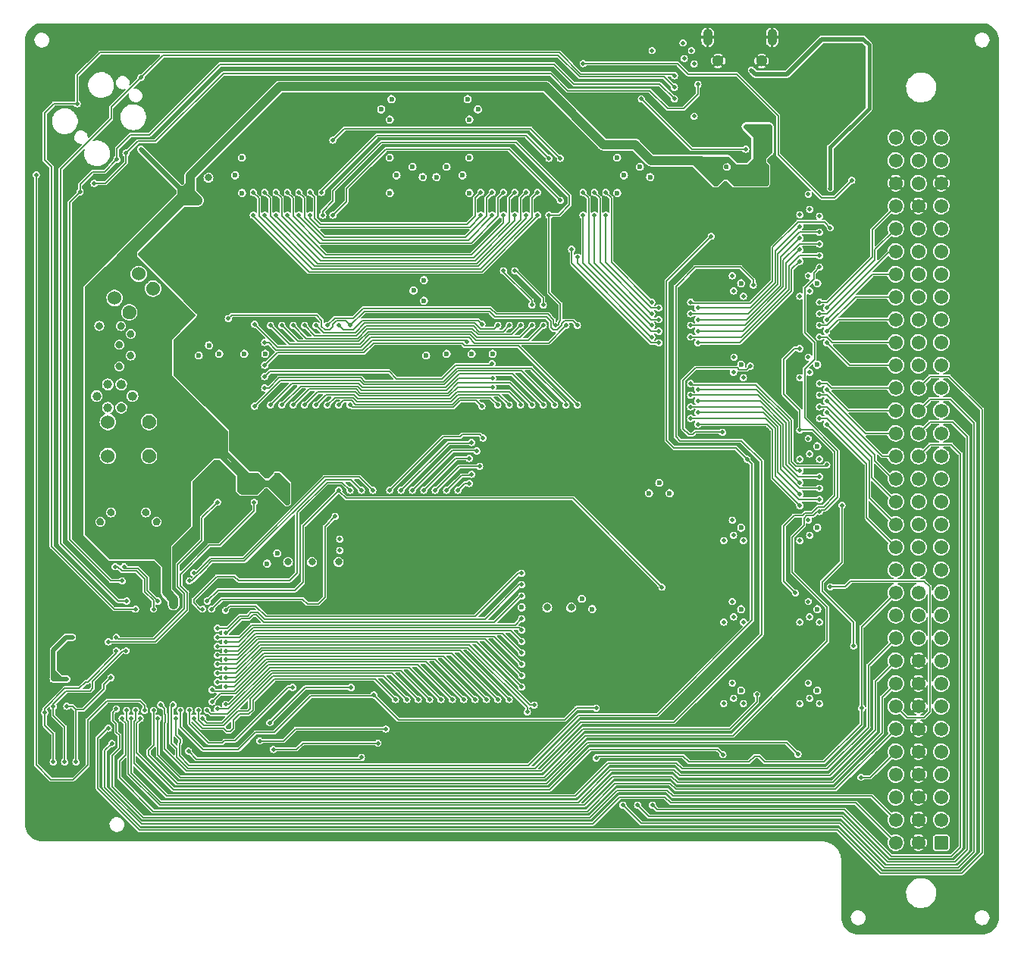
<source format=gbl>
G04 #@! TF.GenerationSoftware,KiCad,Pcbnew,(6.0.2-0)*
G04 #@! TF.CreationDate,2022-04-19T07:47:32-04:00*
G04 #@! TF.ProjectId,WarpSE,57617270-5345-42e6-9b69-6361645f7063,rev?*
G04 #@! TF.SameCoordinates,Original*
G04 #@! TF.FileFunction,Copper,L4,Bot*
G04 #@! TF.FilePolarity,Positive*
%FSLAX46Y46*%
G04 Gerber Fmt 4.6, Leading zero omitted, Abs format (unit mm)*
G04 Created by KiCad (PCBNEW (6.0.2-0)) date 2022-04-19 07:47:32*
%MOMM*%
%LPD*%
G01*
G04 APERTURE LIST*
G04 Aperture macros list*
%AMRoundRect*
0 Rectangle with rounded corners*
0 $1 Rounding radius*
0 $2 $3 $4 $5 $6 $7 $8 $9 X,Y pos of 4 corners*
0 Add a 4 corners polygon primitive as box body*
4,1,4,$2,$3,$4,$5,$6,$7,$8,$9,$2,$3,0*
0 Add four circle primitives for the rounded corners*
1,1,$1+$1,$2,$3*
1,1,$1+$1,$4,$5*
1,1,$1+$1,$6,$7*
1,1,$1+$1,$8,$9*
0 Add four rect primitives between the rounded corners*
20,1,$1+$1,$2,$3,$4,$5,0*
20,1,$1+$1,$4,$5,$6,$7,0*
20,1,$1+$1,$6,$7,$8,$9,0*
20,1,$1+$1,$8,$9,$2,$3,0*%
G04 Aperture macros list end*
G04 #@! TA.AperFunction,ComponentPad*
%ADD10RoundRect,0.249999X0.525001X0.525001X-0.525001X0.525001X-0.525001X-0.525001X0.525001X-0.525001X0*%
G04 #@! TD*
G04 #@! TA.AperFunction,ComponentPad*
%ADD11C,1.550000*%
G04 #@! TD*
G04 #@! TA.AperFunction,ComponentPad*
%ADD12O,1.070000X1.900000*%
G04 #@! TD*
G04 #@! TA.AperFunction,ComponentPad*
%ADD13C,1.300000*%
G04 #@! TD*
G04 #@! TA.AperFunction,ViaPad*
%ADD14C,0.800000*%
G04 #@! TD*
G04 #@! TA.AperFunction,ViaPad*
%ADD15C,0.500000*%
G04 #@! TD*
G04 #@! TA.AperFunction,ViaPad*
%ADD16C,1.524000*%
G04 #@! TD*
G04 #@! TA.AperFunction,ViaPad*
%ADD17C,0.600000*%
G04 #@! TD*
G04 #@! TA.AperFunction,ViaPad*
%ADD18C,1.000000*%
G04 #@! TD*
G04 #@! TA.AperFunction,ViaPad*
%ADD19C,1.270000*%
G04 #@! TD*
G04 #@! TA.AperFunction,Conductor*
%ADD20C,0.600000*%
G04 #@! TD*
G04 #@! TA.AperFunction,Conductor*
%ADD21C,0.800000*%
G04 #@! TD*
G04 #@! TA.AperFunction,Conductor*
%ADD22C,1.000000*%
G04 #@! TD*
G04 #@! TA.AperFunction,Conductor*
%ADD23C,1.524000*%
G04 #@! TD*
G04 #@! TA.AperFunction,Conductor*
%ADD24C,1.270000*%
G04 #@! TD*
G04 #@! TA.AperFunction,Conductor*
%ADD25C,0.500000*%
G04 #@! TD*
G04 #@! TA.AperFunction,Conductor*
%ADD26C,0.150000*%
G04 #@! TD*
G04 #@! TA.AperFunction,Conductor*
%ADD27C,0.450000*%
G04 #@! TD*
G04 APERTURE END LIST*
D10*
X205740000Y-129540000D03*
D11*
X205740000Y-127000000D03*
X205740000Y-124460000D03*
X205740000Y-121920000D03*
X205740000Y-119380000D03*
X205740000Y-116840000D03*
X205740000Y-114300000D03*
X205740000Y-111760000D03*
X205740000Y-109220000D03*
X205740000Y-106680000D03*
X205740000Y-104140000D03*
X205740000Y-101600000D03*
X205740000Y-99060000D03*
X205740000Y-96520000D03*
X205740000Y-93980000D03*
X205740000Y-91440000D03*
X205740000Y-88900000D03*
X205740000Y-86360000D03*
X205740000Y-83820000D03*
X205740000Y-81280000D03*
X205740000Y-78740000D03*
X205740000Y-76200000D03*
X205740000Y-73660000D03*
X205740000Y-71120000D03*
X205740000Y-68580000D03*
X205740000Y-66040000D03*
X205740000Y-63500000D03*
X205740000Y-60960000D03*
X205740000Y-58420000D03*
X205740000Y-55880000D03*
X205740000Y-53340000D03*
X205740000Y-50800000D03*
X203200000Y-129540000D03*
X203200000Y-127000000D03*
X203200000Y-124460000D03*
X203200000Y-121920000D03*
X203200000Y-119380000D03*
X203200000Y-116840000D03*
X203200000Y-114300000D03*
X203200000Y-111760000D03*
X203200000Y-109220000D03*
X203200000Y-106680000D03*
X203200000Y-104140000D03*
X203200000Y-101600000D03*
X203200000Y-99060000D03*
X203200000Y-96520000D03*
X203200000Y-93980000D03*
X203200000Y-91440000D03*
X203200000Y-88900000D03*
X203200000Y-86360000D03*
X203200000Y-83820000D03*
X203200000Y-81280000D03*
X203200000Y-78740000D03*
X203200000Y-76200000D03*
X203200000Y-73660000D03*
X203200000Y-71120000D03*
X203200000Y-68580000D03*
X203200000Y-66040000D03*
X203200000Y-63500000D03*
X203200000Y-60960000D03*
X203200000Y-58420000D03*
X203200000Y-55880000D03*
X203200000Y-53340000D03*
X203200000Y-50800000D03*
X200660000Y-129540000D03*
X200660000Y-127000000D03*
X200660000Y-124460000D03*
X200660000Y-121920000D03*
X200660000Y-119380000D03*
X200660000Y-116840000D03*
X200660000Y-114300000D03*
X200660000Y-111760000D03*
X200660000Y-109220000D03*
X200660000Y-106680000D03*
X200660000Y-104140000D03*
X200660000Y-101600000D03*
X200660000Y-99060000D03*
X200660000Y-96520000D03*
X200660000Y-93980000D03*
X200660000Y-91440000D03*
X200660000Y-88900000D03*
X200660000Y-86360000D03*
X200660000Y-83820000D03*
X200660000Y-81280000D03*
X200660000Y-78740000D03*
X200660000Y-76200000D03*
X200660000Y-73660000D03*
X200660000Y-71120000D03*
X200660000Y-68580000D03*
X200660000Y-66040000D03*
X200660000Y-63500000D03*
X200660000Y-60960000D03*
X200660000Y-58420000D03*
X200660000Y-55880000D03*
X200660000Y-53340000D03*
X200660000Y-50800000D03*
D12*
X179650000Y-39562500D03*
X186850000Y-39562500D03*
D13*
X185675000Y-42212500D03*
X180825000Y-42212500D03*
D14*
X194246500Y-44005500D03*
D15*
X167640000Y-71120000D03*
X137160000Y-63246000D03*
X137922000Y-58420000D03*
X165354000Y-108585000D03*
X138430000Y-63246000D03*
X163131500Y-105283000D03*
X164211000Y-108331000D03*
X163893500Y-106553000D03*
X161671000Y-108966000D03*
X166560500Y-110998000D03*
X159258000Y-76009500D03*
X167640000Y-81851500D03*
X141478000Y-66294000D03*
X161671000Y-94996000D03*
X161671000Y-100076000D03*
X161671000Y-93726000D03*
X168656000Y-81343500D03*
X161671000Y-106426000D03*
X161671000Y-107696000D03*
X161671000Y-105156000D03*
X161671000Y-101346000D03*
X161671000Y-111506000D03*
X163068000Y-101282500D03*
X161671000Y-110236000D03*
X161734500Y-112649000D03*
D14*
X195453000Y-42735500D03*
D16*
X117700000Y-67650000D03*
D14*
X196659500Y-44005500D03*
D15*
X196913500Y-104330500D03*
D14*
X113919000Y-73914000D03*
D15*
X196800000Y-68050000D03*
X198374000Y-82994500D03*
X199009000Y-86868000D03*
X198600000Y-65550000D03*
D17*
X125095000Y-76644500D03*
D14*
X113919000Y-76327000D03*
D15*
X196596000Y-102298500D03*
X198056500Y-80772000D03*
X197104000Y-74168000D03*
X197400000Y-75700000D03*
D17*
X122809000Y-76644500D03*
D15*
X198550000Y-62350000D03*
X198850000Y-63900000D03*
X198691500Y-85153500D03*
X197850000Y-78250000D03*
D14*
X115189000Y-72707500D03*
D15*
X196786500Y-71882000D03*
X194150000Y-74150000D03*
X195150000Y-70500000D03*
D14*
X114109500Y-71818500D03*
X111696500Y-71818500D03*
X115189000Y-75120500D03*
D15*
X189700000Y-75300000D03*
X181200000Y-66200000D03*
X189700000Y-66200000D03*
X189700000Y-84400000D03*
X189700000Y-93500000D03*
X189700000Y-102600000D03*
X181200000Y-102600000D03*
X189700000Y-111700000D03*
X181200000Y-111700000D03*
X177750000Y-119850000D03*
D17*
X164465000Y-104775000D03*
D15*
X175550000Y-77600000D03*
X176650000Y-77000000D03*
X176650000Y-67900000D03*
X175550000Y-68500000D03*
X189700000Y-57100000D03*
D17*
X197866000Y-96393000D03*
X188700000Y-94350000D03*
X188700000Y-76150000D03*
X166751000Y-104775000D03*
X196723000Y-97536000D03*
X199009000Y-97536000D03*
X169291000Y-77470000D03*
X166941500Y-77470000D03*
X143891000Y-77470000D03*
X141541500Y-77470000D03*
D15*
X117250000Y-117900000D03*
X181600000Y-75200000D03*
X125250000Y-117900000D03*
D17*
X145542000Y-56515000D03*
X151638000Y-56515000D03*
X169545000Y-59372500D03*
X147828000Y-56515000D03*
X170307000Y-61341000D03*
X169545000Y-63309500D03*
X153035000Y-59372500D03*
X152273000Y-61341000D03*
X153035000Y-63309500D03*
X144145000Y-63309500D03*
X144145000Y-59372500D03*
X144907000Y-61341000D03*
X126873000Y-61341000D03*
X127635000Y-63309500D03*
X127635000Y-59372500D03*
D15*
X181200000Y-77000000D03*
X117250000Y-115650000D03*
X181200000Y-67900000D03*
D17*
X165608000Y-105918000D03*
D15*
X181200000Y-93500000D03*
X177750000Y-101650000D03*
X176650000Y-102250000D03*
X175550000Y-101650000D03*
X110450000Y-112100000D03*
X112700000Y-112100000D03*
X111600000Y-115650000D03*
X112700000Y-108600000D03*
X110450000Y-108600000D03*
X114450000Y-120600000D03*
X116078000Y-120459500D03*
X117221000Y-122999500D03*
X114150000Y-119500000D03*
X118900000Y-119700000D03*
X119850000Y-119250000D03*
X120250000Y-118200000D03*
X124300000Y-99400000D03*
X112300000Y-117750000D03*
X112800000Y-119450000D03*
D16*
X115050000Y-70300000D03*
X122150000Y-63200000D03*
X119500000Y-65850000D03*
X122850000Y-66550000D03*
X118800000Y-62500000D03*
X120700000Y-61650000D03*
X123700000Y-64650000D03*
D15*
X147447000Y-102806500D03*
X144145000Y-89154000D03*
D17*
X125900000Y-94800000D03*
D15*
X126350000Y-118650000D03*
D17*
X124900000Y-93700000D03*
D15*
X156210000Y-98171000D03*
X151765000Y-83693000D03*
X152527000Y-103759000D03*
X150495000Y-83693000D03*
X149225000Y-84391500D03*
X147955000Y-85661500D03*
X146685000Y-86931500D03*
X145415000Y-88201500D03*
X145097500Y-77216000D03*
X145669000Y-74231500D03*
X139065000Y-75311000D03*
X163830000Y-68262500D03*
X162560000Y-69405500D03*
X163830000Y-69405500D03*
X165100000Y-69405500D03*
X165100000Y-67500500D03*
D17*
X135509000Y-100711000D03*
X161671000Y-96901000D03*
X161671000Y-98171000D03*
X158877000Y-98171000D03*
X158877000Y-96901000D03*
D15*
X184050000Y-65250000D03*
D17*
X138303000Y-101981000D03*
D15*
X186250000Y-65250000D03*
D17*
X135509000Y-101981000D03*
X138303000Y-100711000D03*
D15*
X185150000Y-65850000D03*
X185150000Y-74950000D03*
X186250000Y-74350000D03*
X184050000Y-83450000D03*
X184050000Y-74350000D03*
X186250000Y-83450000D03*
X185150000Y-84050000D03*
X185150000Y-93150000D03*
X184050000Y-92550000D03*
X186250000Y-92550000D03*
X184050000Y-101650000D03*
X186250000Y-101650000D03*
X185150000Y-102250000D03*
X186250000Y-110750000D03*
X185150000Y-111350000D03*
X184050000Y-110750000D03*
X186250000Y-119850000D03*
X175550000Y-83450000D03*
X177750000Y-83450000D03*
X176650000Y-84050000D03*
X176650000Y-74950000D03*
X175550000Y-74350000D03*
X177750000Y-74350000D03*
X185150000Y-120450000D03*
X184050000Y-119850000D03*
X177750000Y-110750000D03*
X176650000Y-111350000D03*
X175550000Y-110750000D03*
X176650000Y-120450000D03*
D14*
X199072500Y-52260500D03*
X196659500Y-52260500D03*
X194246500Y-52260500D03*
X195453000Y-53530500D03*
X197866000Y-53530500D03*
X123888500Y-56451500D03*
D15*
X116850000Y-99050000D03*
X121250000Y-98350000D03*
X120740000Y-97480000D03*
X108350000Y-109200000D03*
X107250000Y-109500000D03*
X105850000Y-109500000D03*
X107250000Y-104550000D03*
X109900000Y-105500000D03*
D14*
X113000000Y-92650000D03*
X116900000Y-92650000D03*
X111800000Y-93700000D03*
X118100000Y-93700000D03*
D16*
X117250000Y-86350000D03*
X117250000Y-82550000D03*
D18*
X115400000Y-79650000D03*
X114150000Y-80950000D03*
D15*
X152336500Y-80708500D03*
X153670000Y-103568500D03*
D18*
X114150000Y-78350000D03*
D15*
X120450000Y-96350000D03*
D17*
X173228000Y-56515000D03*
X170942000Y-56515000D03*
D15*
X142557500Y-81597500D03*
D17*
X172085000Y-57658000D03*
D15*
X145415000Y-81407000D03*
X146685000Y-81407000D03*
X152019000Y-74218800D03*
X147955000Y-81407000D03*
X150495000Y-81407000D03*
X151765000Y-82105500D03*
X149225000Y-81407000D03*
X147320000Y-93980000D03*
X146177000Y-102806500D03*
X142367000Y-102806500D03*
X142113000Y-111760000D03*
X162179000Y-72707500D03*
X140779500Y-75438000D03*
X143891000Y-75565000D03*
X139700000Y-88201500D03*
X140950000Y-88200000D03*
X142240000Y-89154000D03*
D17*
X126250000Y-90300000D03*
X130350000Y-90300000D03*
X130400000Y-88500000D03*
X126300000Y-88500000D03*
X125250000Y-89400000D03*
X129000000Y-93700000D03*
X130000000Y-94800000D03*
D15*
X145415000Y-116332000D03*
X165862000Y-72517000D03*
X164592000Y-72644000D03*
X163449000Y-72898000D03*
X170815000Y-82105500D03*
X171577000Y-82740500D03*
X172339000Y-83375500D03*
X158940500Y-89408000D03*
X173101000Y-84010500D03*
X162242500Y-92011500D03*
X148717000Y-102933500D03*
X149987000Y-103695500D03*
X151257000Y-103759000D03*
X154813000Y-102425500D03*
X198882000Y-94043500D03*
X108750000Y-107950000D03*
X109450000Y-108900000D03*
X108750000Y-101750000D03*
X109600000Y-100800000D03*
X110450000Y-101750000D03*
X117900000Y-98600000D03*
X118000000Y-100300000D03*
X127550000Y-99450000D03*
X126600000Y-100300000D03*
X126600000Y-98600000D03*
X128050000Y-114350000D03*
X117750000Y-119600000D03*
X116700000Y-118750000D03*
X125350000Y-119650000D03*
X128900000Y-115400000D03*
X116250000Y-100300000D03*
X116250000Y-102550000D03*
X122750000Y-100300000D03*
X122750000Y-102550000D03*
X128050000Y-105100000D03*
X133604000Y-49149000D03*
X125800000Y-105100000D03*
X144907000Y-102806500D03*
X143637000Y-102806500D03*
X154940000Y-93980000D03*
X144780000Y-93980000D03*
X157480000Y-93980000D03*
X148590000Y-93980000D03*
X146050000Y-93980000D03*
X149860000Y-93980000D03*
X151130000Y-93980000D03*
X143510000Y-93980000D03*
X153670000Y-93980000D03*
X142240000Y-93980000D03*
X152400000Y-93980000D03*
D17*
X130429000Y-99695000D03*
X132715000Y-99695000D03*
X131572000Y-100800000D03*
D15*
X143764000Y-113284000D03*
X147955000Y-116332000D03*
X146685000Y-116332000D03*
X149225000Y-116332000D03*
X150495000Y-116332000D03*
X151765000Y-116332000D03*
X153035000Y-116332000D03*
X154305000Y-116332000D03*
X155575000Y-116332000D03*
X156845000Y-116332000D03*
X158115000Y-116332000D03*
X112700000Y-115100000D03*
X129050000Y-104650000D03*
D17*
X148209000Y-76454000D03*
X150495000Y-76454000D03*
X123952000Y-77597000D03*
D15*
X132207000Y-64389000D03*
X143256000Y-70675500D03*
X129800000Y-114450000D03*
X126150000Y-116600000D03*
D17*
X149352000Y-56515000D03*
X150495000Y-57658000D03*
X146685000Y-57658000D03*
D15*
X125250000Y-115650000D03*
X197550000Y-63900000D03*
X192850000Y-119050000D03*
X194250000Y-116250000D03*
X195950000Y-116250000D03*
X197350000Y-109300000D03*
X199000000Y-110200000D03*
X198700000Y-107900000D03*
X199100000Y-95750000D03*
X194437000Y-123825000D03*
X198600000Y-119600000D03*
X193500000Y-110800000D03*
D17*
X174250000Y-92950000D03*
X175400000Y-91800000D03*
X173100000Y-91800000D03*
D15*
X132715000Y-83058000D03*
X133985000Y-83058000D03*
X135255000Y-83058000D03*
X136525000Y-83058000D03*
X131445000Y-83058000D03*
X132207000Y-75819000D03*
X181737000Y-54038500D03*
X186563000Y-53340000D03*
X183896000Y-53340000D03*
X181610000Y-55880000D03*
X182650000Y-59900000D03*
X175700000Y-41900000D03*
X197050000Y-41000000D03*
X195350000Y-41000000D03*
X143256000Y-120015000D03*
X147600000Y-120015000D03*
X162550000Y-123800000D03*
X171950000Y-114150000D03*
X169800000Y-105050000D03*
X166500000Y-96950000D03*
X167500000Y-98250000D03*
X173850000Y-98250000D03*
X128524000Y-117157500D03*
X108750000Y-98150000D03*
X108750000Y-96750000D03*
X105156000Y-110236000D03*
X188468000Y-51244500D03*
X211582000Y-41148000D03*
X117094000Y-49974500D03*
X211582000Y-66548000D03*
X193350000Y-59750000D03*
X164655500Y-123825000D03*
X139573000Y-96583500D03*
X174250000Y-47300000D03*
X180550000Y-109450000D03*
X172085000Y-128778000D03*
X156845000Y-128778000D03*
X134874000Y-114427000D03*
X152971500Y-83439000D03*
X110934500Y-120332500D03*
X195834000Y-48133000D03*
X137033000Y-38608000D03*
X203962000Y-38618900D03*
X148590000Y-52578000D03*
X186753500Y-45085000D03*
X127254000Y-67691000D03*
X194119500Y-78232000D03*
X209042000Y-48768000D03*
X168800000Y-95950000D03*
X174350000Y-74950000D03*
X140144500Y-44132500D03*
X189928500Y-49593500D03*
X153797000Y-66294000D03*
X104013000Y-56388000D03*
X180250000Y-116350000D03*
X137160000Y-69342000D03*
X159258000Y-49276000D03*
X135128000Y-49149000D03*
X187261500Y-46926500D03*
X121793000Y-43688000D03*
X195750000Y-86350000D03*
X121793000Y-38608000D03*
X178244500Y-58928000D03*
X104013000Y-117348000D03*
X175069499Y-125349000D03*
X195135500Y-60261500D03*
X174750000Y-41050000D03*
X168021000Y-49212500D03*
X189500000Y-53900000D03*
X158686500Y-77343000D03*
X170200000Y-95950000D03*
X174550000Y-68650000D03*
X104013000Y-126238000D03*
X175550000Y-104900000D03*
X104013000Y-121793000D03*
X127254000Y-66675000D03*
X126873000Y-38608000D03*
D17*
X151511000Y-46482000D03*
D15*
X156654500Y-78676500D03*
X180450000Y-101650000D03*
X180250000Y-94350000D03*
X158115000Y-58166000D03*
X172250000Y-48400000D03*
X132334000Y-78422500D03*
X159766000Y-77025500D03*
X183200000Y-85150000D03*
X136906000Y-86614000D03*
X154178000Y-49276000D03*
X177500000Y-52400000D03*
X188214000Y-44386500D03*
X165675000Y-92850000D03*
X116713000Y-38608000D03*
X164846000Y-44259500D03*
X197993000Y-121348500D03*
X104013000Y-76708000D03*
X211582000Y-102108000D03*
X187600000Y-41262500D03*
X188255551Y-118865010D03*
X181950000Y-43212500D03*
X143002000Y-49276000D03*
X178752500Y-94424500D03*
X209042000Y-58928000D03*
X132080000Y-49149000D03*
X194150000Y-72850000D03*
X167005000Y-128778000D03*
X206502000Y-41148000D03*
X104013000Y-66548000D03*
X125984000Y-73152000D03*
X162560000Y-58610500D03*
X192659000Y-128778000D03*
X170624500Y-92583000D03*
X116205000Y-128778000D03*
X194050000Y-84750000D03*
X104013000Y-86868000D03*
X169037000Y-70104000D03*
X189300000Y-41300000D03*
X175450500Y-88265000D03*
X122700000Y-59050000D03*
X121000000Y-59050000D03*
D17*
X149250000Y-66700000D03*
D15*
X115150000Y-53800000D03*
X161925000Y-128778000D03*
X112522000Y-50038000D03*
X182245000Y-128778000D03*
X198882000Y-38597100D03*
X211582000Y-76708000D03*
X109092999Y-41148000D03*
X187750000Y-117850000D03*
X195199000Y-131318000D03*
X188722000Y-38608000D03*
X178000000Y-64700000D03*
X135445500Y-84709000D03*
X104013000Y-102108000D03*
X174600000Y-114000000D03*
X156400500Y-64516000D03*
X186250000Y-85150000D03*
X194246500Y-50038000D03*
X176800000Y-63450000D03*
X163893500Y-64135000D03*
X107100000Y-52250000D03*
X211582000Y-51308000D03*
X159385000Y-58166000D03*
X174250000Y-45450000D03*
X141605000Y-128778000D03*
X154940000Y-103695500D03*
X211582000Y-127508000D03*
X193225600Y-93518959D03*
X177650000Y-112400000D03*
X211582000Y-71628000D03*
X139700000Y-69342000D03*
X104013000Y-46228000D03*
X206502000Y-136652000D03*
X134620000Y-69342000D03*
X146685000Y-128778000D03*
X188750000Y-117950000D03*
X211582000Y-91948000D03*
X159067500Y-67246500D03*
X211582000Y-97028000D03*
D17*
X150400000Y-67850000D03*
D15*
X197739000Y-57531000D03*
X140144500Y-43116500D03*
X131350000Y-112450000D03*
X129850000Y-102850000D03*
X188468000Y-48196500D03*
X157226000Y-79692500D03*
X123507500Y-46355000D03*
X134620000Y-118935500D03*
X135255000Y-58166000D03*
X148590000Y-59944000D03*
X209042000Y-43688000D03*
X128905000Y-58166000D03*
X186690000Y-48196500D03*
X140525500Y-117665500D03*
X111633000Y-38608000D03*
X196151500Y-123825000D03*
X130175000Y-58166000D03*
X112500000Y-55050000D03*
X195199000Y-66167000D03*
X211582000Y-122428000D03*
X139192000Y-47307500D03*
X118110000Y-50355500D03*
X162433000Y-38608000D03*
X132150000Y-111750000D03*
X159766000Y-64325500D03*
X154305000Y-58166000D03*
X167513000Y-38608000D03*
X179250000Y-85950000D03*
X106553000Y-121983500D03*
X177750000Y-95800000D03*
X211582000Y-136652000D03*
X195389500Y-125603000D03*
X169950000Y-46050000D03*
X178689000Y-50165000D03*
X177165000Y-128778000D03*
X145605500Y-120015000D03*
X131953000Y-38608000D03*
X187500000Y-113250000D03*
X178100000Y-51550000D03*
X172593000Y-38608000D03*
X162433000Y-65595500D03*
X170000000Y-43200000D03*
X175641000Y-49022000D03*
X141097000Y-93408500D03*
X177673000Y-38608000D03*
X137160000Y-67945000D03*
X128206500Y-82740500D03*
X110900000Y-116450000D03*
X160782000Y-72961500D03*
X209042000Y-53848000D03*
X131445000Y-58166000D03*
X104013000Y-91948000D03*
X175550000Y-95800000D03*
X135445500Y-89408000D03*
X189484000Y-48196500D03*
X194119500Y-79248000D03*
X196088000Y-62547500D03*
X180450000Y-110750000D03*
X195770500Y-91249500D03*
X172148500Y-64897000D03*
X188450000Y-40350000D03*
X121750000Y-118300000D03*
X155067000Y-66167000D03*
X130048000Y-85852000D03*
X109791500Y-122174000D03*
X180250000Y-108350000D03*
X211582000Y-117348000D03*
X177750000Y-104900000D03*
X164592000Y-121729500D03*
X137350500Y-89789000D03*
X156718000Y-104711500D03*
X138430000Y-69342000D03*
X132715000Y-58166000D03*
X171196000Y-111506000D03*
X138557000Y-88201500D03*
X166850000Y-67900000D03*
X177750000Y-76350000D03*
X175600000Y-52400000D03*
X193802000Y-38608000D03*
D17*
X145669000Y-48768000D03*
D15*
X124968000Y-73533000D03*
X108521500Y-121983500D03*
X192450000Y-120000000D03*
X164401500Y-49276000D03*
X211582000Y-132080000D03*
X189992000Y-43180000D03*
X121285000Y-128778000D03*
X124460000Y-70485000D03*
X133286500Y-97155000D03*
X174350000Y-84200000D03*
X127900000Y-101850000D03*
X130600000Y-113200000D03*
X156845000Y-58166000D03*
X181991000Y-63182500D03*
X133350000Y-69342000D03*
X123571000Y-72517000D03*
X187833000Y-56705500D03*
X211582000Y-86868000D03*
X209042000Y-38608000D03*
X106500000Y-116250000D03*
X137287000Y-57658000D03*
X122409500Y-46082500D03*
X132080000Y-69342000D03*
X164973000Y-90741500D03*
X139954000Y-95567500D03*
X180250000Y-85950000D03*
X144526000Y-67818000D03*
X197739000Y-139192000D03*
X188750000Y-112550000D03*
X180250000Y-100050000D03*
X136525000Y-128778000D03*
D17*
X151511000Y-48768000D03*
X149250000Y-69000000D03*
D15*
X106553000Y-128778000D03*
X180250000Y-112550000D03*
X105500000Y-117600000D03*
X181950000Y-41162500D03*
X142113000Y-38608000D03*
X195453000Y-76708000D03*
X128400000Y-119700000D03*
X107250000Y-106400000D03*
X107886500Y-61087000D03*
X131445000Y-128778000D03*
X170307000Y-88201500D03*
X133286500Y-93408500D03*
X190450000Y-53050000D03*
X163195000Y-45402500D03*
X114173000Y-40767000D03*
X110998000Y-122110500D03*
X211582000Y-46228000D03*
X160845500Y-66802000D03*
X165671500Y-91440000D03*
X130810000Y-69342000D03*
X140716000Y-94424500D03*
X133540500Y-116141500D03*
X194050000Y-99500000D03*
X123050000Y-118200000D03*
X133794500Y-117856000D03*
X188550000Y-110500000D03*
X189600000Y-99150000D03*
X112395000Y-128778000D03*
X182150000Y-89250000D03*
X192659000Y-53848000D03*
X108750000Y-99550000D03*
X108400000Y-115950000D03*
X175700000Y-40200000D03*
X178700000Y-114000000D03*
X194119500Y-67246500D03*
X170050000Y-48400000D03*
X104013000Y-107188000D03*
X187325000Y-128778000D03*
X141668500Y-42100500D03*
X155067000Y-70675500D03*
X110250000Y-113350000D03*
X201549000Y-139192000D03*
X104013000Y-112268000D03*
X155575000Y-58166000D03*
X106553000Y-43688000D03*
X158750000Y-69342000D03*
X156654500Y-47688500D03*
X108900000Y-60050000D03*
X138430000Y-67310000D03*
X109601000Y-48514000D03*
X200279000Y-136652000D03*
X133985000Y-58166000D03*
X172750000Y-103200000D03*
X136652000Y-49149000D03*
X104013000Y-51308000D03*
X170050000Y-47100000D03*
X171150000Y-49000000D03*
X116332000Y-63754000D03*
D17*
X150368000Y-47625000D03*
D15*
X209042000Y-134366000D03*
X141287500Y-112649000D03*
X205232000Y-139192000D03*
X136588500Y-117665500D03*
X152273000Y-38608000D03*
X193350000Y-90600000D03*
X206502000Y-46228000D03*
X174950000Y-66200000D03*
X143002000Y-46037500D03*
X183245483Y-38600000D03*
X170180000Y-101917500D03*
X135890000Y-69342000D03*
X167068500Y-47053500D03*
X130746500Y-103759000D03*
X141478000Y-69342000D03*
X132207000Y-46037500D03*
X162369500Y-90551000D03*
D17*
X146812000Y-47625000D03*
D15*
X159893000Y-40767000D03*
X201422000Y-41148000D03*
X188750000Y-103450000D03*
X211582000Y-81788000D03*
X198882000Y-43688000D03*
X155638500Y-104394000D03*
X104013000Y-71628000D03*
X115379500Y-122999500D03*
X122491500Y-69977000D03*
X166400000Y-92125000D03*
X169200000Y-125750000D03*
X135255000Y-103759000D03*
X104013000Y-61468000D03*
X181292500Y-57848500D03*
X190450000Y-54750000D03*
X106553000Y-38608000D03*
X127052784Y-86249999D03*
X195199000Y-136652000D03*
X157353000Y-38608000D03*
X196786500Y-124968000D03*
X109093000Y-113093500D03*
X188650000Y-79100000D03*
X179250000Y-116350000D03*
X165735000Y-122745500D03*
X109350000Y-54450000D03*
X211582000Y-107188000D03*
X211582000Y-112268000D03*
X154178000Y-46037500D03*
X134747000Y-47180500D03*
X135445500Y-92456000D03*
X164211000Y-45021500D03*
X139700000Y-66675000D03*
X166751000Y-121729500D03*
X144653000Y-40767000D03*
X110172500Y-111061500D03*
X112600000Y-56350000D03*
X187050000Y-104900000D03*
X194119500Y-75565000D03*
X133477000Y-85661500D03*
X161163000Y-46037500D03*
X136842500Y-116332000D03*
X211582000Y-61468000D03*
X124500000Y-95800000D03*
X188050000Y-91150000D03*
X177850000Y-54300000D03*
X117850000Y-41800000D03*
X105854500Y-63119000D03*
X211582000Y-56388000D03*
X154305000Y-68326000D03*
X151765000Y-128778000D03*
X138550000Y-85050000D03*
X171196000Y-52514500D03*
X126365000Y-128778000D03*
X121850000Y-60000000D03*
X124400000Y-97050000D03*
X156654500Y-77660500D03*
X180250000Y-103450000D03*
X104013000Y-41148000D03*
X164973000Y-41148000D03*
X188650000Y-100150000D03*
X189300000Y-109750000D03*
X197739000Y-133858000D03*
X176100000Y-84950000D03*
X104013000Y-81788000D03*
X147193000Y-38608000D03*
X163766500Y-90551000D03*
X184404000Y-57721500D03*
X104013000Y-97028000D03*
X106870500Y-62103000D03*
X179150000Y-65850000D03*
X125285500Y-52959000D03*
D17*
X145669000Y-46482000D03*
D15*
X209042000Y-139192000D03*
X193350000Y-86100000D03*
X138303000Y-52641500D03*
X191050000Y-104300000D03*
D17*
X127635000Y-56959500D03*
X144145000Y-56959500D03*
X144907000Y-54991000D03*
X144145000Y-53022500D03*
X169545000Y-53022500D03*
X127635000Y-53022500D03*
D15*
X138557000Y-95631000D03*
D17*
X153035000Y-56959500D03*
X173228000Y-55181500D03*
X170307000Y-54991000D03*
X169545000Y-56959500D03*
D15*
X138557000Y-96901000D03*
D17*
X172085000Y-54038500D03*
X153035000Y-53022500D03*
X126873000Y-54991000D03*
X152273000Y-54991000D03*
D16*
X113400000Y-68700000D03*
X116100000Y-66000000D03*
D18*
X112650000Y-80950000D03*
D17*
X125095000Y-74930000D03*
D16*
X112650000Y-86350000D03*
D17*
X130238500Y-74930000D03*
X127889000Y-74930000D03*
D14*
X123888500Y-55245000D03*
D16*
X112650000Y-82550000D03*
D17*
X150495000Y-74930000D03*
D18*
X112650000Y-78350000D03*
X111400000Y-79650000D03*
D17*
X122809000Y-75120500D03*
X123952000Y-73977500D03*
D14*
X132778500Y-98171000D03*
X164401500Y-103251000D03*
D17*
X146685000Y-54038500D03*
X158877000Y-103251000D03*
D14*
X161734500Y-103251000D03*
D17*
X150495000Y-54038500D03*
D14*
X138430000Y-98171000D03*
X135445500Y-98171000D03*
D17*
X130429000Y-98361500D03*
X131572000Y-97218500D03*
X148209000Y-75120500D03*
D15*
X182600000Y-75300000D03*
D17*
X147828000Y-55181500D03*
X149352000Y-55181500D03*
X153289000Y-74930000D03*
X155638500Y-74930000D03*
D15*
X190900000Y-84400000D03*
X182400000Y-66200000D03*
X190900000Y-75300000D03*
X190900000Y-66200000D03*
X190900000Y-57100000D03*
X189950000Y-68500000D03*
X183650000Y-68500000D03*
D17*
X166751000Y-103441500D03*
X165608000Y-102298500D03*
D15*
X182550000Y-95200000D03*
X183650000Y-95800000D03*
X182400000Y-93500000D03*
D17*
X183400000Y-94350000D03*
D15*
X181450000Y-95800000D03*
X190900000Y-93500000D03*
X182550000Y-113400000D03*
X191050000Y-77000000D03*
X183650000Y-77600000D03*
X189950000Y-104900000D03*
X192150000Y-104900000D03*
X189950000Y-114000000D03*
X189950000Y-59400000D03*
X191050000Y-58800000D03*
X191050000Y-67900000D03*
X189950000Y-77600000D03*
X191050000Y-86100000D03*
X189950000Y-86700000D03*
X191050000Y-95200000D03*
X189950000Y-95800000D03*
X192150000Y-86700000D03*
X192150000Y-59550000D03*
X182550000Y-67900000D03*
X181450000Y-114000000D03*
X192150000Y-114000000D03*
X181450000Y-104900000D03*
X183650000Y-104900000D03*
X182550000Y-77000000D03*
X183650000Y-114000000D03*
X182550000Y-104300000D03*
X191050000Y-113400000D03*
D17*
X191900000Y-67050000D03*
X183400000Y-67050000D03*
X191900000Y-76150000D03*
X183400000Y-76150000D03*
X191900000Y-94350000D03*
X191900000Y-85250000D03*
X191900000Y-112550000D03*
X183400000Y-112550000D03*
X191900000Y-103450000D03*
X183400000Y-103450000D03*
D15*
X182400000Y-111700000D03*
X190900000Y-111700000D03*
X182400000Y-102600000D03*
X190900000Y-102600000D03*
D17*
X174250000Y-89350000D03*
X173100000Y-90500000D03*
X175400000Y-90500000D03*
X144145000Y-48768000D03*
D15*
X177050000Y-41950000D03*
X176900000Y-40200000D03*
X173450000Y-41050000D03*
D17*
X143192500Y-47625000D03*
X144335500Y-46482000D03*
X153987500Y-47625000D03*
D15*
X178150000Y-48400000D03*
D17*
X153035000Y-48768000D03*
D15*
X177850000Y-41050000D03*
D17*
X146800000Y-67850000D03*
X152844500Y-46482000D03*
X147950000Y-66700000D03*
X147950000Y-69000000D03*
D15*
X178150000Y-42550000D03*
D18*
X123700000Y-85350000D03*
D17*
X132550000Y-89400000D03*
X127400000Y-88500000D03*
X131500000Y-88500000D03*
X127600000Y-90350000D03*
X132700000Y-91500000D03*
X131700000Y-90350000D03*
D15*
X106553000Y-111252000D03*
D17*
X128450000Y-89400000D03*
D14*
X117665500Y-73914000D03*
D16*
X116652691Y-71950000D03*
D15*
X178943000Y-53340000D03*
X181610000Y-53340000D03*
X183896000Y-49530000D03*
X186563000Y-49530000D03*
X180276500Y-54038500D03*
X180467000Y-55880000D03*
D19*
X119300000Y-69302691D03*
D18*
X120000000Y-102950000D03*
D15*
X121850000Y-56900000D03*
X122700000Y-57850000D03*
X186182000Y-55880000D03*
D18*
X119200000Y-96750000D03*
D15*
X108700000Y-106600000D03*
X116332000Y-52070000D03*
X121000000Y-57850000D03*
X108077000Y-111252000D03*
X167195500Y-114495500D03*
X120750000Y-114750000D03*
X142367000Y-113030000D03*
X167195500Y-120078500D03*
X196850000Y-114500000D03*
X115750000Y-114750000D03*
X115250000Y-115650000D03*
X114750000Y-114750000D03*
X193350000Y-100950000D03*
X114250000Y-115650000D03*
X113600000Y-114600000D03*
X113100000Y-118450000D03*
X112700000Y-116750000D03*
X170180000Y-125349000D03*
X121650000Y-119300000D03*
X140970000Y-120015000D03*
X171831000Y-125349000D03*
X173482000Y-125349000D03*
X131127500Y-119126000D03*
X142811500Y-118427500D03*
X192950000Y-82800000D03*
X192150000Y-82150000D03*
X192950000Y-81500000D03*
X192150000Y-80850000D03*
X192950000Y-80200000D03*
X192150000Y-79550000D03*
X192950000Y-78900000D03*
X192150000Y-78250000D03*
X192950000Y-73700000D03*
X192150000Y-73050000D03*
X192950000Y-72400000D03*
X192150000Y-71750000D03*
X192950000Y-71100000D03*
X192150000Y-70450000D03*
X192950000Y-69800000D03*
X192150000Y-69150000D03*
X114750000Y-102550000D03*
X175950000Y-45150000D03*
X116332000Y-44069000D03*
X114250000Y-100300000D03*
X109550000Y-56850000D03*
X175950000Y-46450000D03*
X113665000Y-53213000D03*
X116750000Y-114750000D03*
X114681000Y-52514500D03*
X178562000Y-44831000D03*
X111125000Y-55880000D03*
X104648000Y-54927500D03*
X115750000Y-103450000D03*
X109220000Y-46990000D03*
X175950000Y-43850000D03*
X184550000Y-43250000D03*
X193350000Y-56450000D03*
X197050000Y-39800000D03*
X195350000Y-39800000D03*
X107823000Y-120523000D03*
X106553000Y-114300000D03*
X114700000Y-108100000D03*
X129000000Y-91500000D03*
X112700000Y-107100000D03*
X121750000Y-114750000D03*
X133286500Y-112204500D03*
X139827000Y-112204500D03*
X130746500Y-116141500D03*
X184050000Y-86700000D03*
X120250000Y-115650000D03*
X180050000Y-61800000D03*
X184750000Y-67250000D03*
X119950000Y-114150000D03*
X185150000Y-113000000D03*
X118550000Y-114150000D03*
X192150000Y-65250000D03*
X192150000Y-92550000D03*
X118250000Y-115650000D03*
X189950000Y-74350000D03*
X189950000Y-83450000D03*
X189450000Y-101650000D03*
X189750000Y-119650000D03*
X117750000Y-114750000D03*
X184400000Y-76300000D03*
X181350000Y-119700000D03*
X116250000Y-115650000D03*
X181300000Y-83700000D03*
X137160000Y-80645000D03*
X124900000Y-114600000D03*
X149860000Y-113538000D03*
X157480000Y-80645000D03*
X125800000Y-114100000D03*
X138430000Y-80645000D03*
X151130000Y-113538000D03*
X156210000Y-80645000D03*
X154432000Y-80772000D03*
X152400000Y-113538000D03*
X124300000Y-113800000D03*
X139700000Y-80645000D03*
X124300000Y-112450000D03*
X163830000Y-71755000D03*
X153670000Y-113538000D03*
X129032000Y-71628000D03*
X130175000Y-77470000D03*
X154559000Y-84328000D03*
X155575000Y-76009500D03*
X154940000Y-113538000D03*
X144145000Y-90170000D03*
X125800000Y-112100000D03*
X163195000Y-53086000D03*
X137795000Y-51054000D03*
X136525000Y-56896000D03*
X161925000Y-53086000D03*
X135255000Y-56896000D03*
X154305000Y-56896000D03*
X161290000Y-71755000D03*
X130810000Y-71755000D03*
X158115000Y-65659000D03*
X161290000Y-69469000D03*
X124900000Y-91500000D03*
X113600000Y-106600000D03*
X130810000Y-80645000D03*
X153289000Y-84836000D03*
X161290000Y-80645000D03*
X145415000Y-90170000D03*
X156210000Y-113538000D03*
X124900000Y-111600000D03*
X154305000Y-59436000D03*
X135255000Y-59436000D03*
X155575000Y-56896000D03*
X133985000Y-56896000D03*
X155575000Y-59436000D03*
X133985000Y-59436000D03*
X160020000Y-71755000D03*
X132080000Y-71755000D03*
X160020000Y-69469000D03*
X156845000Y-65659000D03*
X132715000Y-56896000D03*
X156845000Y-56896000D03*
X156845000Y-59436000D03*
X132715000Y-59436000D03*
X158115000Y-56896000D03*
X131445000Y-56896000D03*
X129032000Y-80772000D03*
X153860500Y-85788500D03*
X162560000Y-80645000D03*
X125800000Y-111100000D03*
X146685000Y-90170000D03*
X157480000Y-113538000D03*
X131445000Y-59436000D03*
X158115000Y-59436000D03*
X159385000Y-56896000D03*
X130175000Y-56896000D03*
X130175000Y-59436000D03*
X159385000Y-59436000D03*
X160655000Y-56896000D03*
X128905000Y-56896000D03*
X117750000Y-103450000D03*
X113450000Y-98700000D03*
X128905000Y-59436000D03*
X118250000Y-102550000D03*
X114450000Y-98700000D03*
X160655000Y-59436000D03*
X124900000Y-110600000D03*
X147955000Y-90170000D03*
X159512000Y-114935000D03*
X138430000Y-71755000D03*
X153035000Y-86614000D03*
X154432000Y-71628000D03*
X161925000Y-59436000D03*
X136652000Y-59436000D03*
X137160000Y-71755000D03*
X162623500Y-71755000D03*
X137795000Y-59436000D03*
X163195000Y-57785000D03*
X165100000Y-71755000D03*
X139700000Y-71755000D03*
X126111000Y-70993000D03*
X152749250Y-73564750D03*
X130175000Y-73660000D03*
X140970000Y-90170000D03*
X121750000Y-100300000D03*
X122250000Y-99400000D03*
X142240000Y-90170000D03*
X123250000Y-103450000D03*
X139700000Y-90170000D03*
X135890000Y-71755000D03*
X125800000Y-110100000D03*
X149225000Y-90170000D03*
X160274000Y-114173000D03*
X154178000Y-87503000D03*
X156210000Y-71755000D03*
X124250000Y-103450000D03*
X138049000Y-93091000D03*
X124900000Y-109600000D03*
X158877000Y-112141000D03*
X153289000Y-88392000D03*
X150495000Y-90170000D03*
X163830000Y-80645000D03*
X130175000Y-78740000D03*
X125800000Y-109100000D03*
X158877000Y-110871000D03*
X153035000Y-89408000D03*
X151765000Y-90170000D03*
X165100000Y-80645000D03*
X130175000Y-76200000D03*
X134620000Y-71755000D03*
X124900000Y-108600000D03*
X158877000Y-109601000D03*
X157480000Y-71755000D03*
X125800000Y-108100000D03*
X158877000Y-108331000D03*
X158750000Y-71755000D03*
X133350000Y-71755000D03*
X158877000Y-107061000D03*
X124900000Y-107600000D03*
X158877000Y-105791000D03*
X125800000Y-107100000D03*
X158877000Y-104521000D03*
X124900000Y-106600000D03*
X158877000Y-101981000D03*
X125800000Y-106100000D03*
X124900000Y-105600000D03*
X158877000Y-100711000D03*
X158877000Y-99441000D03*
X125800000Y-103600000D03*
X123750000Y-102550000D03*
X138430000Y-90170000D03*
X174550000Y-101000000D03*
X109093000Y-120523000D03*
X108077000Y-114300000D03*
X113000000Y-111100000D03*
X195750000Y-55550000D03*
X165750000Y-42500000D03*
X129603500Y-118173500D03*
X196786500Y-122237500D03*
X143700500Y-116840000D03*
X189950000Y-88000000D03*
X178550000Y-78900000D03*
X192950000Y-87350000D03*
X177750000Y-78250000D03*
X192150000Y-88650000D03*
X177750000Y-79550000D03*
X192150000Y-89950000D03*
X177750000Y-80850000D03*
X192150000Y-91200000D03*
X177750000Y-82150000D03*
X189950000Y-91900000D03*
X178550000Y-82800000D03*
X189950000Y-90600000D03*
X178550000Y-81500000D03*
X189950000Y-89300000D03*
X178550000Y-80200000D03*
X189950000Y-60700000D03*
X178550000Y-69800000D03*
X168275000Y-59436000D03*
X174200000Y-69800000D03*
X193350000Y-60850000D03*
X177750000Y-69150000D03*
X168275000Y-56896000D03*
X173400000Y-69150000D03*
X192150000Y-61350000D03*
X177750000Y-70450000D03*
X167005000Y-56896000D03*
X173400000Y-70450000D03*
X192150000Y-62650000D03*
X177750000Y-71750000D03*
X165735000Y-56896000D03*
X173400000Y-71750000D03*
X192150000Y-63950000D03*
X177750000Y-73050000D03*
X173400000Y-73050000D03*
X165100000Y-64135000D03*
X164465000Y-63246000D03*
X189950000Y-64600000D03*
X178550000Y-73700000D03*
X174200000Y-73700000D03*
X189950000Y-63300000D03*
X178550000Y-72400000D03*
X165735000Y-59436000D03*
X174200000Y-72400000D03*
X189950000Y-62000000D03*
X178550000Y-71100000D03*
X167005000Y-59436000D03*
X174200000Y-71100000D03*
X144780000Y-113538000D03*
X122250000Y-115650000D03*
X132080000Y-80645000D03*
X155638500Y-77660500D03*
X146050000Y-113538000D03*
X122750000Y-114750000D03*
X133350000Y-80645000D03*
X160020000Y-80645000D03*
X155638500Y-78676500D03*
X134620000Y-80645000D03*
X147320000Y-113538000D03*
X123250000Y-115650000D03*
X148590000Y-113538000D03*
X123750000Y-114750000D03*
X135890000Y-80645000D03*
X158750000Y-80645000D03*
X183896000Y-52070000D03*
X172250000Y-46450000D03*
X195950000Y-107550000D03*
X194650000Y-91850000D03*
X105600500Y-114998500D03*
X106553000Y-120523000D03*
X113600000Y-108100000D03*
D20*
X132700000Y-91500000D02*
X132700000Y-89550000D01*
X126350000Y-87300000D02*
X128450000Y-89400000D01*
X127400000Y-88350000D02*
X126350000Y-87300000D01*
X127400000Y-90150000D02*
X127400000Y-88350000D01*
X124350000Y-85350000D02*
X125150000Y-85350000D01*
D21*
X128450000Y-89400000D02*
X132000000Y-89400000D01*
D20*
X132700000Y-89550000D02*
X131650000Y-88500000D01*
X125150000Y-85350000D02*
X129200000Y-89400000D01*
X129250000Y-89400000D02*
X132000000Y-89400000D01*
X132300000Y-91100000D02*
X132300000Y-89650000D01*
X123700000Y-85350000D02*
X124350000Y-85350000D01*
X132300000Y-89650000D02*
X132550000Y-89400000D01*
X132700000Y-91500000D02*
X132300000Y-91100000D01*
X127400000Y-90150000D02*
X127600000Y-90350000D01*
X127550000Y-88500000D02*
X128450000Y-89400000D01*
X131550000Y-90350000D02*
X131700000Y-90350000D01*
X127400000Y-88500000D02*
X127600000Y-88700000D01*
X128450000Y-89500000D02*
X128450000Y-89400000D01*
X127600000Y-90350000D02*
X128450000Y-89500000D01*
X130600000Y-89400000D02*
X131500000Y-88500000D01*
X127400000Y-88500000D02*
X127550000Y-88500000D01*
X132550000Y-89500000D02*
X131700000Y-90350000D01*
X132550000Y-89400000D02*
X132550000Y-89500000D01*
X131700000Y-90350000D02*
X131700000Y-88700000D01*
X127400000Y-88500000D02*
X127400000Y-90150000D01*
X132550000Y-89400000D02*
X132000000Y-89400000D01*
X131500000Y-88500000D02*
X131500000Y-90150000D01*
X131500000Y-90150000D02*
X131700000Y-90350000D01*
X131500000Y-88500000D02*
X131650000Y-88500000D01*
X128450000Y-89400000D02*
X127900000Y-89400000D01*
X131650000Y-88500000D02*
X132550000Y-89400000D01*
X131700000Y-88700000D02*
X131500000Y-88500000D01*
X130600000Y-89400000D02*
X131550000Y-90350000D01*
X130600000Y-89400000D02*
X131200000Y-89400000D01*
X127600000Y-88700000D02*
X127600000Y-90350000D01*
X123700000Y-85350000D02*
X123850000Y-85200000D01*
X125000000Y-85200000D02*
X125150000Y-85350000D01*
X123850000Y-85200000D02*
X125000000Y-85200000D01*
X123700000Y-85350000D02*
X123850000Y-85500000D01*
X124700000Y-85500000D02*
X125000000Y-85200000D01*
X123850000Y-85500000D02*
X124700000Y-85500000D01*
X127400000Y-88400000D02*
X127400000Y-88500000D01*
X124350000Y-85350000D02*
X127400000Y-88400000D01*
D22*
X123700000Y-85350000D02*
X124850000Y-85350000D01*
D23*
X117665500Y-72962809D02*
X116652691Y-71950000D01*
X117665500Y-73914000D02*
X117665500Y-72962809D01*
X116652691Y-72901191D02*
X116652691Y-71950000D01*
X117665500Y-73914000D02*
X116652691Y-72901191D01*
X116652691Y-71950000D02*
X116652691Y-71243809D01*
X116652691Y-71950000D02*
X116750000Y-71852691D01*
D22*
X116750000Y-69315500D02*
X114046000Y-66611500D01*
X116750000Y-71852691D02*
X116750000Y-69315500D01*
X117925000Y-73654500D02*
X117665500Y-73914000D01*
X117925000Y-70490500D02*
X117925000Y-73654500D01*
X116652691Y-71762809D02*
X117925000Y-70490500D01*
X116652691Y-71950000D02*
X116652691Y-71762809D01*
X117242250Y-73490750D02*
X117242250Y-69807750D01*
X117665500Y-73914000D02*
X117242250Y-73490750D01*
X117242250Y-69807750D02*
X117925000Y-70490500D01*
X114046000Y-66611500D02*
X117242250Y-69807750D01*
X121375000Y-56900000D02*
X121850000Y-56900000D01*
X168021000Y-51562000D02*
X161544000Y-45085000D01*
D20*
X182000000Y-53300000D02*
X182450000Y-53750000D01*
X186182000Y-55880000D02*
X182630000Y-55880000D01*
D22*
X114046000Y-64229000D02*
X115687500Y-62587500D01*
D24*
X119300000Y-69302691D02*
X117665500Y-70937191D01*
D22*
X114046000Y-66611500D02*
X114046000Y-64229000D01*
X121850000Y-56900000D02*
X122700000Y-57750000D01*
D20*
X181450000Y-54750000D02*
X182050000Y-54750000D01*
X183900000Y-55150000D02*
X184700000Y-55150000D01*
D25*
X121850000Y-56900000D02*
X121400000Y-56450000D01*
D20*
X130650000Y-89500000D02*
X132650000Y-91500000D01*
X185137000Y-49530000D02*
X185850000Y-50243000D01*
X182700000Y-54000000D02*
X182000000Y-53300000D01*
D25*
X106553000Y-108047000D02*
X108000000Y-106600000D01*
D20*
X181000000Y-55347000D02*
X181000000Y-53750000D01*
D22*
X120000000Y-102350000D02*
X119200000Y-101550000D01*
D25*
X107378500Y-111252000D02*
X106553000Y-110426500D01*
D22*
X121850000Y-56900000D02*
X121000000Y-57750000D01*
X115687500Y-62587500D02*
X121375000Y-56900000D01*
D20*
X182050000Y-54750000D02*
X182700000Y-54750000D01*
X185850000Y-54000000D02*
X185850000Y-55100000D01*
X186400000Y-49693000D02*
X186563000Y-49530000D01*
X184825000Y-54225000D02*
X185550000Y-53500000D01*
X186182000Y-55880000D02*
X186182000Y-53982000D01*
X186104000Y-49530000D02*
X185000000Y-50634000D01*
X180738500Y-54038500D02*
X181450000Y-54750000D01*
X182700000Y-54750000D02*
X183500000Y-54750000D01*
X182630000Y-55880000D02*
X182450000Y-55700000D01*
X186002000Y-55700000D02*
X186182000Y-55880000D01*
X180350000Y-53150000D02*
X176630000Y-53150000D01*
D25*
X121206000Y-56444000D02*
X121800000Y-55850000D01*
D20*
X183900000Y-55150000D02*
X184825000Y-54225000D01*
X182750000Y-54050000D02*
X184200000Y-54050000D01*
D22*
X120000000Y-102950000D02*
X120000000Y-102350000D01*
D20*
X184200000Y-54050000D02*
X185000000Y-53250000D01*
X177927000Y-53340000D02*
X176440000Y-53340000D01*
D22*
X131826000Y-45085000D02*
X121850000Y-55061000D01*
D20*
X181420000Y-53150000D02*
X180350000Y-53150000D01*
X177927000Y-53340000D02*
X178393000Y-53340000D01*
X181610000Y-53340000D02*
X180975000Y-53340000D01*
D22*
X171577000Y-51562000D02*
X168021000Y-51562000D01*
D20*
X183450000Y-54750000D02*
X183500000Y-54750000D01*
X182000000Y-53300000D02*
X183450000Y-54750000D01*
D25*
X116332000Y-52070000D02*
X120706000Y-56444000D01*
X121800000Y-55850000D02*
X121850000Y-55850000D01*
D20*
X186563000Y-49530000D02*
X183896000Y-49530000D01*
X130850000Y-89500000D02*
X130300000Y-89500000D01*
X182450000Y-54350000D02*
X182050000Y-54750000D01*
D22*
X173355000Y-53340000D02*
X171577000Y-51562000D01*
D20*
X185700000Y-55100000D02*
X184825000Y-54225000D01*
D25*
X121162000Y-56900000D02*
X121850000Y-56900000D01*
D20*
X185850000Y-50243000D02*
X186563000Y-49530000D01*
D25*
X121000000Y-57850000D02*
X121000000Y-56738000D01*
D22*
X122700000Y-57850000D02*
X121000000Y-57850000D01*
D25*
X108077000Y-111252000D02*
X106553000Y-111252000D01*
D20*
X185850000Y-53050000D02*
X186400000Y-52500000D01*
X186563000Y-49530000D02*
X186563000Y-52337000D01*
X185000000Y-50634000D02*
X183896000Y-49530000D01*
X180467000Y-55880000D02*
X180467000Y-54229000D01*
X181325000Y-55150000D02*
X181350000Y-55150000D01*
X185850000Y-55100000D02*
X185700000Y-55100000D01*
D25*
X121400000Y-56450000D02*
X120712000Y-56450000D01*
D20*
X132650000Y-91500000D02*
X130600000Y-89450000D01*
X128025000Y-89925000D02*
X127600000Y-90350000D01*
D25*
X120706000Y-56444000D02*
X121206000Y-56444000D01*
D20*
X180500000Y-53300000D02*
X182000000Y-53300000D01*
X178943000Y-53340000D02*
X179641500Y-54038500D01*
X185000000Y-53250000D02*
X185000000Y-50634000D01*
X180467000Y-54283000D02*
X181410000Y-53340000D01*
D25*
X108000000Y-106600000D02*
X108700000Y-106600000D01*
D20*
X180467000Y-55880000D02*
X177927000Y-53340000D01*
X180467000Y-55880000D02*
X180595000Y-55880000D01*
D25*
X108077000Y-111252000D02*
X107378500Y-111252000D01*
D20*
X180467000Y-55880000D02*
X180467000Y-54864000D01*
X129625000Y-89925000D02*
X130050000Y-89500000D01*
D24*
X117665500Y-70937191D02*
X117665500Y-73914000D01*
D20*
X180467000Y-54229000D02*
X180276500Y-54038500D01*
X179578000Y-53340000D02*
X180276500Y-54038500D01*
X180595000Y-55880000D02*
X181325000Y-55150000D01*
X176630000Y-53150000D02*
X176440000Y-53340000D01*
X185850000Y-55548000D02*
X186182000Y-55880000D01*
X186563000Y-49530000D02*
X186104000Y-49530000D01*
X181610000Y-53340000D02*
X181420000Y-53150000D01*
X178393000Y-53340000D02*
X180276500Y-55223500D01*
X185550000Y-53500000D02*
X185550000Y-50543000D01*
X129050000Y-88500000D02*
X130050000Y-89500000D01*
X180276500Y-54038500D02*
X180738500Y-54038500D01*
D25*
X121000000Y-56738000D02*
X120706000Y-56444000D01*
D22*
X122700000Y-57750000D02*
X122700000Y-57850000D01*
D25*
X106553000Y-110426500D02*
X106553000Y-108047000D01*
D20*
X180350000Y-53150000D02*
X181850000Y-53150000D01*
X180467000Y-55880000D02*
X180467000Y-54283000D01*
D22*
X114046000Y-64704000D02*
X121850000Y-56900000D01*
D20*
X185550000Y-50543000D02*
X186563000Y-49530000D01*
D25*
X120712000Y-56450000D02*
X120706000Y-56444000D01*
D20*
X181350000Y-55150000D02*
X181900000Y-55150000D01*
X185452000Y-55150000D02*
X186182000Y-55880000D01*
D22*
X115687500Y-62587500D02*
X115400000Y-62875000D01*
D25*
X106553000Y-111252000D02*
X106553000Y-110426500D01*
D20*
X130050000Y-89500000D02*
X130650000Y-89500000D01*
X180276500Y-55689500D02*
X180467000Y-55880000D01*
X180467000Y-55880000D02*
X181000000Y-55347000D01*
X180276500Y-55223500D02*
X180276500Y-55689500D01*
X180276500Y-54038500D02*
X180276500Y-55223500D01*
D25*
X120712000Y-57138000D02*
X120712000Y-56450000D01*
D20*
X129300000Y-88500000D02*
X127400000Y-88500000D01*
X181000000Y-53750000D02*
X181410000Y-53340000D01*
D22*
X114046000Y-66611500D02*
X114046000Y-64704000D01*
X119200000Y-101550000D02*
X119200000Y-96750000D01*
D20*
X184700000Y-55150000D02*
X185850000Y-54000000D01*
X186563000Y-52337000D02*
X186400000Y-52500000D01*
X183896000Y-49530000D02*
X185137000Y-49530000D01*
X182000000Y-53300000D02*
X182750000Y-54050000D01*
D25*
X120706000Y-56444000D02*
X121162000Y-56900000D01*
D20*
X182450000Y-55700000D02*
X186002000Y-55700000D01*
X181350000Y-55150000D02*
X185452000Y-55150000D01*
X183896000Y-49530000D02*
X184537000Y-49530000D01*
D22*
X121000000Y-57750000D02*
X121000000Y-57850000D01*
D20*
X132700000Y-91500000D02*
X132650000Y-91500000D01*
X181900000Y-55150000D02*
X182450000Y-55700000D01*
X129200000Y-90350000D02*
X129625000Y-89925000D01*
X184537000Y-49530000D02*
X185550000Y-50543000D01*
D22*
X161544000Y-45085000D02*
X131826000Y-45085000D01*
D20*
X129625000Y-89925000D02*
X128025000Y-89925000D01*
D22*
X121850000Y-55061000D02*
X121850000Y-55850000D01*
D20*
X183500000Y-54750000D02*
X185000000Y-53250000D01*
X178943000Y-53340000D02*
X179578000Y-53340000D01*
X181410000Y-53340000D02*
X181610000Y-53340000D01*
X179641500Y-54038500D02*
X180276500Y-54038500D01*
X181850000Y-53150000D02*
X182000000Y-53300000D01*
D22*
X176440000Y-53340000D02*
X178943000Y-53340000D01*
D20*
X130050000Y-89500000D02*
X130850000Y-89500000D01*
X130600000Y-89450000D02*
X130600000Y-89400000D01*
X185850000Y-54000000D02*
X185850000Y-50243000D01*
X178943000Y-53340000D02*
X181610000Y-53340000D01*
X181350000Y-55150000D02*
X183900000Y-55150000D01*
X130850000Y-89500000D02*
X131700000Y-90350000D01*
X186182000Y-53982000D02*
X185850000Y-53650000D01*
X182700000Y-54750000D02*
X182700000Y-54000000D01*
X182450000Y-53750000D02*
X182450000Y-54350000D01*
X130300000Y-89500000D02*
X129300000Y-88500000D01*
X185850000Y-55100000D02*
X185850000Y-55548000D01*
D22*
X119300000Y-69302691D02*
X116737191Y-69302691D01*
D20*
X127600000Y-90350000D02*
X129200000Y-90350000D01*
D22*
X176440000Y-53340000D02*
X173355000Y-53340000D01*
X121850000Y-56900000D02*
X121850000Y-55850000D01*
D20*
X186400000Y-52500000D02*
X186400000Y-49693000D01*
D22*
X115400000Y-62875000D02*
X115400000Y-64450000D01*
D20*
X127400000Y-88500000D02*
X129050000Y-88500000D01*
X180467000Y-54864000D02*
X178943000Y-53340000D01*
X180350000Y-53150000D02*
X180500000Y-53300000D01*
X185850000Y-53650000D02*
X185850000Y-53050000D01*
X180975000Y-53340000D02*
X180276500Y-54038500D01*
D22*
X116737191Y-69302691D02*
X114046000Y-66611500D01*
D26*
X167195500Y-114495500D02*
X164999750Y-114495500D01*
X164999750Y-114495500D02*
X163671250Y-115824000D01*
X163671250Y-115824000D02*
X145161000Y-115824000D01*
X145161000Y-115824000D02*
X142367000Y-113030000D01*
X176911000Y-119888000D02*
X177546000Y-120523000D01*
X127230000Y-119150000D02*
X123300000Y-119150000D01*
X192659000Y-120523000D02*
X196850000Y-116332000D01*
X129159000Y-117221000D02*
X127230000Y-119150000D01*
X185420000Y-119888000D02*
X186055000Y-120523000D01*
X120750000Y-116600000D02*
X120750000Y-114750000D01*
X131254500Y-117221000D02*
X129159000Y-117221000D01*
X196850000Y-114500000D02*
X196850000Y-105410000D01*
X184277000Y-120523000D02*
X184912000Y-119888000D01*
X196850000Y-116332000D02*
X196850000Y-114500000D01*
X167386000Y-119888000D02*
X176911000Y-119888000D01*
X196850000Y-105410000D02*
X200660000Y-101600000D01*
X142367000Y-113030000D02*
X142240000Y-113157000D01*
X167195500Y-120078500D02*
X167386000Y-119888000D01*
X186055000Y-120523000D02*
X192659000Y-120523000D01*
X135318500Y-113157000D02*
X131254500Y-117221000D01*
X177546000Y-120523000D02*
X184277000Y-120523000D01*
X142240000Y-113157000D02*
X135318500Y-113157000D01*
X184912000Y-119888000D02*
X185420000Y-119888000D01*
X123300000Y-119150000D02*
X120750000Y-116600000D01*
X164846000Y-124333000D02*
X168529000Y-120650000D01*
X197612000Y-109728000D02*
X200660000Y-106680000D01*
X119253000Y-124333000D02*
X164846000Y-124333000D01*
X115550000Y-116050000D02*
X115550000Y-120630000D01*
X168529000Y-120650000D02*
X176149000Y-120650000D01*
X176784000Y-121285000D02*
X192976500Y-121285000D01*
X192976500Y-121285000D02*
X197612000Y-116649500D01*
X115550000Y-120630000D02*
X119253000Y-124333000D01*
X197612000Y-116649500D02*
X197612000Y-109728000D01*
X115750000Y-114750000D02*
X115750000Y-115850000D01*
X176149000Y-120650000D02*
X176784000Y-121285000D01*
X115750000Y-115850000D02*
X115550000Y-116050000D01*
X175895000Y-121412000D02*
X168783000Y-121412000D01*
X198374000Y-116967000D02*
X193294000Y-122047000D01*
X165163500Y-125031500D02*
X118554500Y-125031500D01*
X115250000Y-121727000D02*
X115250000Y-115650000D01*
X168783000Y-121412000D02*
X165163500Y-125031500D01*
X193294000Y-122047000D02*
X176530000Y-122047000D01*
X198374000Y-111506000D02*
X198374000Y-116967000D01*
X200660000Y-109220000D02*
X198374000Y-111506000D01*
X176530000Y-122047000D02*
X175895000Y-121412000D01*
X118554500Y-125031500D02*
X115250000Y-121727000D01*
X114750000Y-114750000D02*
X114750000Y-115850000D01*
X176276000Y-122809000D02*
X193611500Y-122809000D01*
X199136000Y-113284000D02*
X200660000Y-111760000D01*
X199136000Y-117284500D02*
X199136000Y-113284000D01*
X114750000Y-115850000D02*
X114950000Y-116050000D01*
X169037000Y-122174000D02*
X175641000Y-122174000D01*
X114950000Y-121871500D02*
X118427500Y-125349000D01*
X118427500Y-125349000D02*
X165862000Y-125349000D01*
X114950000Y-116050000D02*
X114950000Y-121871500D01*
X193611500Y-122809000D02*
X199136000Y-117284500D01*
X175641000Y-122174000D02*
X176276000Y-122809000D01*
X165862000Y-125349000D02*
X169037000Y-122174000D01*
X195620000Y-100330000D02*
X203835000Y-100330000D01*
X204470000Y-114935000D02*
X203835000Y-115570000D01*
X203835000Y-100330000D02*
X204470000Y-100965000D01*
X204470000Y-100965000D02*
X204470000Y-114935000D01*
X203835000Y-115570000D02*
X201930000Y-115570000D01*
X193350000Y-100950000D02*
X195000000Y-100950000D01*
X195000000Y-100950000D02*
X195620000Y-100330000D01*
X201930000Y-115570000D02*
X200660000Y-114300000D01*
X114250000Y-115800000D02*
X114250000Y-115650000D01*
X176085500Y-123571000D02*
X175450500Y-122936000D01*
X113950000Y-120400000D02*
X114650000Y-119700000D01*
X114650000Y-119700000D02*
X114650000Y-116200000D01*
X114650000Y-116200000D02*
X114250000Y-115800000D01*
X166179500Y-126047500D02*
X117729000Y-126047500D01*
X113950000Y-122268500D02*
X113950000Y-120400000D01*
X200660000Y-116840000D02*
X193929000Y-123571000D01*
X117729000Y-126047500D02*
X113950000Y-122268500D01*
X193929000Y-123571000D02*
X176085500Y-123571000D01*
X175450500Y-122936000D02*
X169291000Y-122936000D01*
X169291000Y-122936000D02*
X166179500Y-126047500D01*
X113950000Y-119000000D02*
X113150000Y-119800000D01*
X116596000Y-126746000D02*
X166497000Y-126746000D01*
X197993000Y-124333000D02*
X200660000Y-127000000D01*
X113150000Y-119800000D02*
X113150000Y-123300000D01*
X166497000Y-126746000D02*
X169545000Y-123698000D01*
X113600000Y-114600000D02*
X113200000Y-115000000D01*
X113200000Y-115900000D02*
X113600000Y-116300000D01*
X113600000Y-117200000D02*
X113950000Y-117550000D01*
X169545000Y-123698000D02*
X175133000Y-123698000D01*
X113200000Y-115000000D02*
X113200000Y-115900000D01*
X175768000Y-124333000D02*
X197993000Y-124333000D01*
X113600000Y-116300000D02*
X113600000Y-117200000D01*
X113950000Y-117550000D02*
X113950000Y-119000000D01*
X113150000Y-123300000D02*
X116596000Y-126746000D01*
X175133000Y-123698000D02*
X175768000Y-124333000D01*
X116395500Y-127444500D02*
X166814500Y-127444500D01*
X169799000Y-124460000D02*
X174879000Y-124460000D01*
X112300000Y-123349000D02*
X116395500Y-127444500D01*
X175514000Y-125095000D02*
X196215000Y-125095000D01*
X113100000Y-118450000D02*
X112300000Y-119250000D01*
X166814500Y-127444500D02*
X169799000Y-124460000D01*
X196215000Y-125095000D02*
X200660000Y-129540000D01*
X174879000Y-124460000D02*
X175514000Y-125095000D01*
X112300000Y-119250000D02*
X112300000Y-123349000D01*
X112600000Y-116750000D02*
X111500000Y-117850000D01*
X116205000Y-128143000D02*
X194183000Y-128143000D01*
X206629000Y-77470000D02*
X204470000Y-77470000D01*
X204470000Y-77470000D02*
X203200000Y-78740000D01*
X111500000Y-123438000D02*
X116205000Y-128143000D01*
X112700000Y-116750000D02*
X112600000Y-116750000D01*
X208026000Y-132969000D02*
X210312000Y-130683000D01*
X194183000Y-128143000D02*
X199009000Y-132969000D01*
X199009000Y-132969000D02*
X208026000Y-132969000D01*
X111500000Y-117850000D02*
X111500000Y-123438000D01*
X210312000Y-81153000D02*
X206629000Y-77470000D01*
X210312000Y-130683000D02*
X210312000Y-81153000D01*
X170180000Y-125349000D02*
X172212000Y-127381000D01*
X206756000Y-80010000D02*
X204470000Y-80010000D01*
X172212000Y-127381000D02*
X194437000Y-127381000D01*
X140779500Y-120205500D02*
X122555500Y-120205500D01*
X209423000Y-130556000D02*
X209423000Y-82677000D01*
X140970000Y-120015000D02*
X140779500Y-120205500D01*
X122555500Y-120205500D02*
X121650000Y-119300000D01*
X209423000Y-82677000D02*
X206756000Y-80010000D01*
X199390000Y-132334000D02*
X207645000Y-132334000D01*
X194437000Y-127381000D02*
X199390000Y-132334000D01*
X207645000Y-132334000D02*
X209423000Y-130556000D01*
X204470000Y-80010000D02*
X203200000Y-81280000D01*
X207010000Y-82550000D02*
X204470000Y-82550000D01*
X208661000Y-130302000D02*
X208661000Y-84201000D01*
X204470000Y-82550000D02*
X203200000Y-83820000D01*
X208661000Y-84201000D02*
X207010000Y-82550000D01*
X194691000Y-126619000D02*
X199771000Y-131699000D01*
X173101000Y-126619000D02*
X194691000Y-126619000D01*
X171831000Y-125349000D02*
X173101000Y-126619000D01*
X207264000Y-131699000D02*
X208661000Y-130302000D01*
X199771000Y-131699000D02*
X207264000Y-131699000D01*
X206883000Y-85090000D02*
X204470000Y-85090000D01*
X207899000Y-86106000D02*
X206883000Y-85090000D01*
X173990000Y-125857000D02*
X194945000Y-125857000D01*
X194945000Y-125857000D02*
X200152000Y-131064000D01*
X200152000Y-131064000D02*
X206883000Y-131064000D01*
X207899000Y-130048000D02*
X207899000Y-86106000D01*
X204470000Y-85090000D02*
X203200000Y-86360000D01*
X173482000Y-125349000D02*
X173990000Y-125857000D01*
X206883000Y-131064000D02*
X207899000Y-130048000D01*
X133731000Y-119126000D02*
X134429500Y-118427500D01*
X134429500Y-118427500D02*
X142811500Y-118427500D01*
X131127500Y-119126000D02*
X133731000Y-119126000D01*
X193000000Y-82800000D02*
X192950000Y-82800000D01*
X197400000Y-87200000D02*
X193000000Y-82800000D01*
X197400000Y-93260000D02*
X197400000Y-87200000D01*
X200660000Y-96520000D02*
X197400000Y-93260000D01*
X197700000Y-86850000D02*
X197700000Y-91020000D01*
X192150000Y-82150000D02*
X193000000Y-82150000D01*
X193000000Y-82150000D02*
X197700000Y-86850000D01*
X197700000Y-91020000D02*
X200660000Y-93980000D01*
X192950000Y-81500000D02*
X193000000Y-81500000D01*
X193000000Y-81500000D02*
X198000000Y-86500000D01*
X198000000Y-86500000D02*
X198000000Y-88780000D01*
X198000000Y-88780000D02*
X200660000Y-91440000D01*
X200342500Y-88900000D02*
X200660000Y-88900000D01*
X198350000Y-86200000D02*
X198350000Y-86907500D01*
X198350000Y-86907500D02*
X200342500Y-88900000D01*
X193000000Y-80850000D02*
X198350000Y-86200000D01*
X192150000Y-80850000D02*
X193000000Y-80850000D01*
X193000000Y-80200000D02*
X199160000Y-86360000D01*
X199160000Y-86360000D02*
X200660000Y-86360000D01*
X192950000Y-80200000D02*
X193000000Y-80200000D01*
X192150000Y-79550000D02*
X193000000Y-79550000D01*
X197270000Y-83820000D02*
X200660000Y-83820000D01*
X193000000Y-79550000D02*
X197270000Y-83820000D01*
X193000000Y-78900000D02*
X195380000Y-81280000D01*
X195380000Y-81280000D02*
X200660000Y-81280000D01*
X192950000Y-78900000D02*
X193000000Y-78900000D01*
X193490000Y-78740000D02*
X200660000Y-78740000D01*
X193000000Y-78250000D02*
X193490000Y-78740000D01*
X192150000Y-78250000D02*
X193000000Y-78250000D01*
X193000000Y-73700000D02*
X195500000Y-76200000D01*
X192950000Y-73700000D02*
X193000000Y-73700000D01*
X195500000Y-76200000D02*
X200660000Y-76200000D01*
X193000000Y-73050000D02*
X192150000Y-73050000D01*
X193610000Y-73660000D02*
X193000000Y-73050000D01*
X200660000Y-73660000D02*
X193610000Y-73660000D01*
X194230000Y-71120000D02*
X192950000Y-72400000D01*
X200660000Y-71120000D02*
X194230000Y-71120000D01*
X196170000Y-68580000D02*
X200660000Y-68580000D01*
X193000000Y-71750000D02*
X196170000Y-68580000D01*
X192150000Y-71750000D02*
X193000000Y-71750000D01*
X193000000Y-71100000D02*
X192950000Y-71100000D01*
X198060000Y-66040000D02*
X193000000Y-71100000D01*
X200660000Y-66040000D02*
X198060000Y-66040000D01*
X193000000Y-70450000D02*
X199950000Y-63500000D01*
X199950000Y-63500000D02*
X200660000Y-63500000D01*
X192150000Y-70450000D02*
X193000000Y-70450000D01*
X193000000Y-69800000D02*
X192950000Y-69800000D01*
X198350000Y-64450000D02*
X193000000Y-69800000D01*
X198350000Y-63270000D02*
X198350000Y-64450000D01*
X200660000Y-60960000D02*
X198350000Y-63270000D01*
X193000000Y-69150000D02*
X192150000Y-69150000D01*
X198050000Y-64100000D02*
X193000000Y-69150000D01*
X198050000Y-61030000D02*
X198050000Y-64100000D01*
X200660000Y-58420000D02*
X198050000Y-61030000D01*
X116332000Y-44069000D02*
X118808500Y-41592500D01*
X113850000Y-102550000D02*
X114750000Y-102550000D01*
X174800000Y-44000000D02*
X175950000Y-45150000D01*
X118808500Y-41592500D02*
X162941000Y-41592500D01*
X113030000Y-48641000D02*
X107378500Y-54292500D01*
X165348500Y-44000000D02*
X174800000Y-44000000D01*
X107378500Y-96078500D02*
X113850000Y-102550000D01*
X113030000Y-47371000D02*
X113030000Y-48641000D01*
X116332000Y-44069000D02*
X113030000Y-47371000D01*
X107378500Y-54292500D02*
X107378500Y-96078500D01*
X162941000Y-41592500D02*
X165348500Y-44000000D01*
X109550000Y-56000000D02*
X110940000Y-54610000D01*
X113000000Y-100300000D02*
X114250000Y-100300000D01*
X162496500Y-42608500D02*
X164688000Y-44800000D01*
X117284500Y-50482500D02*
X125158500Y-42608500D01*
X164688000Y-44800000D02*
X174300000Y-44800000D01*
X125158500Y-42608500D02*
X162496500Y-42608500D01*
X109550000Y-56850000D02*
X109550000Y-56000000D01*
X174300000Y-44800000D02*
X175950000Y-46450000D01*
X112268000Y-54610000D02*
X110940000Y-54610000D01*
X113665000Y-53213000D02*
X113665000Y-52006500D01*
X108400000Y-95700000D02*
X113000000Y-100300000D01*
X108400000Y-58000000D02*
X108400000Y-95700000D01*
X113665000Y-52006500D02*
X115189000Y-50482500D01*
X109550000Y-56850000D02*
X108400000Y-58000000D01*
X115189000Y-50482500D02*
X117284500Y-50482500D01*
X113665000Y-53213000D02*
X112268000Y-54610000D01*
X104648000Y-120840500D02*
X106307500Y-122500000D01*
X114681000Y-53594000D02*
X112395000Y-55880000D01*
X117983000Y-51181000D02*
X125539500Y-43624500D01*
X173200000Y-45550000D02*
X175200000Y-47550000D01*
X112550000Y-113700000D02*
X116250000Y-113700000D01*
X108767000Y-122500000D02*
X110400000Y-120867000D01*
X164041000Y-45550000D02*
X173200000Y-45550000D01*
X104648000Y-54927500D02*
X104648000Y-120840500D01*
X116250000Y-113700000D02*
X116750000Y-114200000D01*
X175200000Y-47550000D02*
X176950000Y-47550000D01*
X114681000Y-52514500D02*
X116014500Y-51181000D01*
X110400000Y-120867000D02*
X110400000Y-115850000D01*
X178562000Y-45938000D02*
X178562000Y-44831000D01*
X106307500Y-122500000D02*
X108767000Y-122500000D01*
X162115500Y-43624500D02*
X164041000Y-45550000D01*
X110400000Y-115850000D02*
X112550000Y-113700000D01*
X176950000Y-47550000D02*
X178562000Y-45938000D01*
X116014500Y-51181000D02*
X117983000Y-51181000D01*
X116750000Y-114200000D02*
X116750000Y-114750000D01*
X112395000Y-55880000D02*
X111125000Y-55880000D01*
X125539500Y-43624500D02*
X162115500Y-43624500D01*
X114681000Y-52514500D02*
X114681000Y-53594000D01*
X105600500Y-53299500D02*
X105600500Y-47999500D01*
X115750000Y-103450000D02*
X113350000Y-103450000D01*
X163068000Y-41275000D02*
X165493000Y-43700000D01*
X105600500Y-47999500D02*
X106610000Y-46990000D01*
X113350000Y-103450000D02*
X106362500Y-96462500D01*
X109220000Y-43815000D02*
X111760000Y-41275000D01*
X106362500Y-54061500D02*
X105600500Y-53299500D01*
X111760000Y-41275000D02*
X163068000Y-41275000D01*
X106362500Y-96462500D02*
X106362500Y-54061500D01*
X109220000Y-46990000D02*
X109220000Y-43815000D01*
X106610000Y-46990000D02*
X109220000Y-46990000D01*
X175800000Y-43700000D02*
X175950000Y-43850000D01*
X165493000Y-43700000D02*
X175800000Y-43700000D01*
D25*
X192400000Y-39800000D02*
X195350000Y-39800000D01*
D27*
X197675500Y-47525250D02*
X197675500Y-40425500D01*
D25*
X197050000Y-39800000D02*
X195350000Y-39800000D01*
D27*
X193350000Y-51850750D02*
X197675500Y-47525250D01*
X193350000Y-56450000D02*
X193350000Y-51850750D01*
D25*
X185000000Y-43700000D02*
X188500000Y-43700000D01*
D27*
X197675500Y-40425500D02*
X197050000Y-39800000D01*
D25*
X184550000Y-43250000D02*
X185000000Y-43700000D01*
X188500000Y-43700000D02*
X192400000Y-39800000D01*
D26*
X108000000Y-112600000D02*
X106553000Y-114047000D01*
X110950000Y-111500000D02*
X110950000Y-112300000D01*
X114350000Y-108100000D02*
X110950000Y-111500000D01*
X107823000Y-120523000D02*
X107823000Y-116586000D01*
X114700000Y-108100000D02*
X114350000Y-108100000D01*
X110950000Y-112300000D02*
X110650000Y-112600000D01*
X106553000Y-114047000D02*
X106553000Y-114300000D01*
X110650000Y-112600000D02*
X108000000Y-112600000D01*
X106553000Y-115316000D02*
X106553000Y-114300000D01*
X107823000Y-116586000D02*
X106553000Y-115316000D01*
X121500000Y-101575000D02*
X120750000Y-100825000D01*
X120750000Y-100825000D02*
X120750000Y-99550000D01*
X120750000Y-99550000D02*
X124000000Y-96300000D01*
X112700000Y-107100000D02*
X117950000Y-107100000D01*
X129000000Y-92450000D02*
X129000000Y-91500000D01*
X121500000Y-103550000D02*
X121500000Y-101575000D01*
X125150000Y-96300000D02*
X129000000Y-92450000D01*
X117950000Y-107100000D02*
X121500000Y-103550000D01*
X124000000Y-96300000D02*
X125150000Y-96300000D01*
X126833000Y-118150000D02*
X125700000Y-118150000D01*
X121750000Y-116225500D02*
X121750000Y-114750000D01*
X123924500Y-118400000D02*
X121750000Y-116225500D01*
X132778500Y-112204500D02*
X126833000Y-118150000D01*
X125450000Y-118400000D02*
X123924500Y-118400000D01*
X125700000Y-118150000D02*
X125450000Y-118400000D01*
X133286500Y-112204500D02*
X132778500Y-112204500D01*
X139827000Y-112204500D02*
X134683500Y-112204500D01*
X134683500Y-112204500D02*
X130746500Y-116141500D01*
X120250000Y-117500000D02*
X120250000Y-115650000D01*
X165227000Y-115316000D02*
X159639000Y-120904000D01*
X175050000Y-84600000D02*
X175900000Y-85450000D01*
X180050000Y-61800000D02*
X175050000Y-66800000D01*
X121704000Y-120904000D02*
X120650000Y-119850000D01*
X184050000Y-86700000D02*
X184600000Y-87250000D01*
X182800000Y-85450000D02*
X184050000Y-86700000D01*
X173990000Y-115316000D02*
X165227000Y-115316000D01*
X120750000Y-118000000D02*
X120250000Y-117500000D01*
X120750000Y-118400000D02*
X120750000Y-118000000D01*
X120650000Y-118500000D02*
X120750000Y-118400000D01*
X175900000Y-85450000D02*
X182800000Y-85450000D01*
X184600000Y-87250000D02*
X184600000Y-104706000D01*
X184600000Y-104706000D02*
X173990000Y-115316000D01*
X175050000Y-66800000D02*
X175050000Y-84600000D01*
X159639000Y-120904000D02*
X121704000Y-120904000D01*
X120650000Y-119850000D02*
X120650000Y-118500000D01*
X183350000Y-65250000D02*
X184750000Y-66650000D01*
X160337500Y-121221500D02*
X165481000Y-116078000D01*
X184750000Y-66650000D02*
X184750000Y-67250000D01*
X185700000Y-106273000D02*
X185700000Y-86900000D01*
X119950000Y-114150000D02*
X119750000Y-114350000D01*
X119750000Y-118450000D02*
X120350000Y-119050000D01*
X176100000Y-67400000D02*
X178250000Y-65250000D01*
X183450000Y-84650000D02*
X176550000Y-84650000D01*
X121571500Y-121221500D02*
X160337500Y-121221500D01*
X185700000Y-86900000D02*
X183450000Y-84650000D01*
X120350000Y-119050000D02*
X120350000Y-120000000D01*
X176100000Y-84200000D02*
X176100000Y-67400000D01*
X178250000Y-65250000D02*
X183350000Y-65250000D01*
X176550000Y-84650000D02*
X176100000Y-84200000D01*
X175895000Y-116078000D02*
X185700000Y-106273000D01*
X165481000Y-116078000D02*
X175895000Y-116078000D01*
X119750000Y-114350000D02*
X119750000Y-118450000D01*
X120350000Y-120000000D02*
X121571500Y-121221500D01*
X119000000Y-119100000D02*
X119000000Y-116150000D01*
X119075000Y-116075000D02*
X119075000Y-115225000D01*
X119000000Y-114600000D02*
X118550000Y-114150000D01*
X119000000Y-115150000D02*
X119000000Y-114600000D01*
X185150000Y-113800000D02*
X182110000Y-116840000D01*
X119075000Y-115225000D02*
X119000000Y-115150000D01*
X119000000Y-116150000D02*
X119075000Y-116075000D01*
X182110000Y-116840000D02*
X165735000Y-116840000D01*
X121439000Y-121539000D02*
X119000000Y-119100000D01*
X185150000Y-113000000D02*
X185150000Y-113800000D01*
X165735000Y-116840000D02*
X161036000Y-121539000D01*
X161036000Y-121539000D02*
X121439000Y-121539000D01*
X118250000Y-119774000D02*
X118250000Y-115650000D01*
X194150000Y-90950000D02*
X192750000Y-92350000D01*
X191500000Y-65900000D02*
X191500000Y-66550000D01*
X161353500Y-122237500D02*
X120713500Y-122237500D01*
X190400000Y-94100000D02*
X189100000Y-95400000D01*
X191600000Y-73650000D02*
X191600000Y-75500000D01*
X192150000Y-65250000D02*
X191500000Y-65900000D01*
X190500000Y-67550000D02*
X190500000Y-72550000D01*
X192750000Y-92350000D02*
X192350000Y-92350000D01*
X193000000Y-107050000D02*
X182448000Y-117602000D01*
X190500000Y-72550000D02*
X191600000Y-73650000D01*
X190500000Y-82100000D02*
X194150000Y-85750000D01*
X120713500Y-122237500D02*
X118250000Y-119774000D01*
X190500000Y-76600000D02*
X190500000Y-82100000D01*
X191425000Y-93000000D02*
X190700000Y-93000000D01*
X193000000Y-103250000D02*
X193000000Y-107050000D01*
X189100000Y-99350000D02*
X193000000Y-103250000D01*
X165989000Y-117602000D02*
X161353500Y-122237500D01*
X194150000Y-85750000D02*
X194150000Y-90950000D01*
X190400000Y-93300000D02*
X190400000Y-94100000D01*
X189100000Y-95400000D02*
X189100000Y-99350000D01*
X182448000Y-117602000D02*
X165989000Y-117602000D01*
X192150000Y-92550000D02*
X191875000Y-92550000D01*
X191500000Y-66550000D02*
X190500000Y-67550000D01*
X191875000Y-92550000D02*
X191425000Y-93000000D01*
X191600000Y-75500000D02*
X190500000Y-76600000D01*
X192350000Y-92350000D02*
X192150000Y-92550000D01*
X190700000Y-93000000D02*
X190400000Y-93300000D01*
X188150000Y-75525000D02*
X189325000Y-74350000D01*
X188150000Y-79450000D02*
X188150000Y-75525000D01*
X189950000Y-81250000D02*
X188150000Y-79450000D01*
X189325000Y-74350000D02*
X189950000Y-74350000D01*
X189950000Y-83450000D02*
X189950000Y-81250000D01*
X193850000Y-90800000D02*
X193850000Y-85900000D01*
X188464000Y-118364000D02*
X189750000Y-119650000D01*
X117200000Y-119200000D02*
X117200000Y-119750000D01*
X117200000Y-119750000D02*
X120386000Y-122936000D01*
X120386000Y-122936000D02*
X161671000Y-122936000D01*
X117750000Y-118650000D02*
X117200000Y-119200000D01*
X188150000Y-100350000D02*
X188150000Y-94150000D01*
X191300000Y-92700000D02*
X191950000Y-92050000D01*
X191400000Y-83450000D02*
X189950000Y-83450000D01*
X190550000Y-92700000D02*
X191300000Y-92700000D01*
X190250000Y-93000000D02*
X190550000Y-92700000D01*
X117750000Y-114750000D02*
X117750000Y-118650000D01*
X193850000Y-85900000D02*
X191400000Y-83450000D01*
X192600000Y-92050000D02*
X193850000Y-90800000D01*
X166243000Y-118364000D02*
X188464000Y-118364000D01*
X161671000Y-122936000D02*
X166243000Y-118364000D01*
X191950000Y-92050000D02*
X192600000Y-92050000D01*
X188150000Y-94150000D02*
X189300000Y-93000000D01*
X189450000Y-101650000D02*
X188150000Y-100350000D01*
X189300000Y-93000000D02*
X190250000Y-93000000D01*
X166497000Y-119126000D02*
X180776000Y-119126000D01*
X178300000Y-76500000D02*
X182950000Y-76500000D01*
X181250000Y-83650000D02*
X178250000Y-83650000D01*
X115850000Y-119501250D02*
X119983250Y-123634500D01*
X184000000Y-76700000D02*
X184400000Y-76300000D01*
X183150000Y-76700000D02*
X184000000Y-76700000D01*
X116250000Y-115650000D02*
X116250000Y-115800000D01*
X177950000Y-83950000D02*
X177550000Y-83950000D01*
X180776000Y-119126000D02*
X181350000Y-119700000D01*
X115850000Y-116200000D02*
X115850000Y-119501250D01*
X177550000Y-83950000D02*
X176900000Y-83300000D01*
X182950000Y-76500000D02*
X183150000Y-76700000D01*
X178250000Y-83650000D02*
X177950000Y-83950000D01*
X119983250Y-123634500D02*
X161988500Y-123634500D01*
X116250000Y-115800000D02*
X115850000Y-116200000D01*
X176900000Y-83300000D02*
X176900000Y-77900000D01*
X161988500Y-123634500D02*
X166497000Y-119126000D01*
X176900000Y-77900000D02*
X178300000Y-76500000D01*
X181300000Y-83700000D02*
X181250000Y-83650000D01*
X140017500Y-79819500D02*
X137985500Y-79819500D01*
X140462000Y-80264000D02*
X140017500Y-79819500D01*
X151003000Y-80264000D02*
X140462000Y-80264000D01*
X137985500Y-79819500D02*
X137160000Y-80645000D01*
X151765000Y-79502000D02*
X151003000Y-80264000D01*
X156337000Y-79502000D02*
X151765000Y-79502000D01*
X157480000Y-80645000D02*
X156337000Y-79502000D01*
X130718000Y-109982000D02*
X126100000Y-114600000D01*
X149860000Y-113538000D02*
X146304000Y-109982000D01*
X146304000Y-109982000D02*
X130718000Y-109982000D01*
X126100000Y-114600000D02*
X124900000Y-114600000D01*
X155384500Y-79819500D02*
X156210000Y-80645000D01*
X151892000Y-79819500D02*
X155384500Y-79819500D01*
X140335000Y-80581500D02*
X151130000Y-80581500D01*
X139890500Y-80137000D02*
X140335000Y-80581500D01*
X138938000Y-80137000D02*
X139890500Y-80137000D01*
X151130000Y-80581500D02*
X151892000Y-79819500D01*
X138430000Y-80645000D02*
X138938000Y-80137000D01*
X147256500Y-109664500D02*
X151130000Y-113538000D01*
X130585500Y-109664500D02*
X147256500Y-109664500D01*
X126150000Y-114100000D02*
X130585500Y-109664500D01*
X125800000Y-114100000D02*
X126150000Y-114100000D01*
X139954000Y-80899000D02*
X139700000Y-80645000D01*
X152019000Y-80137000D02*
X151257000Y-80899000D01*
X153797000Y-80137000D02*
X152019000Y-80137000D01*
X151257000Y-80899000D02*
X139954000Y-80899000D01*
X154432000Y-80772000D02*
X153797000Y-80137000D01*
X126900000Y-112900000D02*
X125200000Y-112900000D01*
X125200000Y-112900000D02*
X124300000Y-113800000D01*
X130453000Y-109347000D02*
X126900000Y-112900000D01*
X148209000Y-109347000D02*
X130453000Y-109347000D01*
X152400000Y-113538000D02*
X148209000Y-109347000D01*
X124300000Y-112450000D02*
X124450000Y-112600000D01*
X124450000Y-112600000D02*
X126750000Y-112600000D01*
X126750000Y-112600000D02*
X130320500Y-109029500D01*
X130320500Y-109029500D02*
X149161500Y-109029500D01*
X149161500Y-109029500D02*
X153670000Y-113538000D01*
X129032000Y-71628000D02*
X131572000Y-74168000D01*
X131572000Y-74168000D02*
X140938250Y-74168000D01*
X140938250Y-74168000D02*
X142017750Y-73088500D01*
X142017750Y-73088500D02*
X152971500Y-73088500D01*
X152971500Y-73088500D02*
X153606500Y-73723500D01*
X153606500Y-73723500D02*
X161861500Y-73723500D01*
X161861500Y-73723500D02*
X163830000Y-71755000D01*
X154940000Y-113538000D02*
X150114000Y-108712000D01*
X150114000Y-108712000D02*
X130188000Y-108712000D01*
X130188000Y-108712000D02*
X126800000Y-112100000D01*
X126800000Y-112100000D02*
X125800000Y-112100000D01*
X155575000Y-76009500D02*
X155384500Y-76200000D01*
X155384500Y-76200000D02*
X151511000Y-76200000D01*
X151511000Y-76200000D02*
X149987000Y-77724000D01*
X149987000Y-77724000D02*
X144907000Y-77724000D01*
X144907000Y-77724000D02*
X144081500Y-76898500D01*
X144081500Y-76898500D02*
X130746500Y-76898500D01*
X130746500Y-76898500D02*
X130175000Y-77470000D01*
X154178000Y-83947000D02*
X154559000Y-84328000D01*
X152273000Y-83947000D02*
X154178000Y-83947000D01*
X150114000Y-84201000D02*
X152019000Y-84201000D01*
X144145000Y-90170000D02*
X150114000Y-84201000D01*
X152019000Y-84201000D02*
X152273000Y-83947000D01*
X159893000Y-49784000D02*
X163195000Y-53086000D01*
X139065000Y-49784000D02*
X159893000Y-49784000D01*
X137795000Y-51054000D02*
X139065000Y-49784000D01*
X161925000Y-53086000D02*
X159385000Y-50546000D01*
X142684500Y-50546000D02*
X136525000Y-56705500D01*
X136525000Y-56705500D02*
X136525000Y-56896000D01*
X159385000Y-50546000D02*
X142684500Y-50546000D01*
X153670000Y-59563000D02*
X153670000Y-57531000D01*
X135255000Y-56896000D02*
X135763000Y-57404000D01*
X135763000Y-59817000D02*
X136398000Y-60452000D01*
X152781000Y-60452000D02*
X153670000Y-59563000D01*
X153670000Y-57531000D02*
X154305000Y-56896000D01*
X135763000Y-57404000D02*
X135763000Y-59817000D01*
X136398000Y-60452000D02*
X152781000Y-60452000D01*
X132905500Y-73850500D02*
X130810000Y-71755000D01*
X141859000Y-72771000D02*
X140779500Y-73850500D01*
X159639000Y-73406000D02*
X153733500Y-73406000D01*
X153098500Y-72771000D02*
X141859000Y-72771000D01*
X140779500Y-73850500D02*
X132905500Y-73850500D01*
X153733500Y-73406000D02*
X153098500Y-72771000D01*
X161290000Y-71755000D02*
X159639000Y-73406000D01*
X161290000Y-68707000D02*
X158242000Y-65659000D01*
X158242000Y-65659000D02*
X158115000Y-65659000D01*
X161290000Y-69469000D02*
X161290000Y-68707000D01*
X120450000Y-100950000D02*
X121200000Y-101700000D01*
X124900000Y-91500000D02*
X123150000Y-93250000D01*
X123150000Y-93250000D02*
X123150000Y-95750000D01*
X117800000Y-106800000D02*
X113800000Y-106800000D01*
X121200000Y-103400000D02*
X117800000Y-106800000D01*
X121200000Y-101700000D02*
X121200000Y-103400000D01*
X120450000Y-98450000D02*
X120450000Y-100950000D01*
X123150000Y-95750000D02*
X120450000Y-98450000D01*
X113800000Y-106800000D02*
X113600000Y-106600000D01*
X124900000Y-111600000D02*
X126850000Y-111600000D01*
X126850000Y-111600000D02*
X130055500Y-108394500D01*
X130055500Y-108394500D02*
X151066500Y-108394500D01*
X151066500Y-108394500D02*
X156210000Y-113538000D01*
X150368000Y-78676500D02*
X141097000Y-78676500D01*
X140652500Y-78232000D02*
X133223000Y-78232000D01*
X153289000Y-84836000D02*
X153225500Y-84899500D01*
X150685500Y-84899500D02*
X145415000Y-90170000D01*
X153225500Y-84899500D02*
X150685500Y-84899500D01*
X161290000Y-80645000D02*
X157797500Y-77152500D01*
X141097000Y-78676500D02*
X140652500Y-78232000D01*
X157797500Y-77152500D02*
X151892000Y-77152500D01*
X151892000Y-77152500D02*
X150368000Y-78676500D01*
X133223000Y-78232000D02*
X130810000Y-80645000D01*
X136207500Y-60769500D02*
X153098500Y-60769500D01*
X153098500Y-60769500D02*
X154305000Y-59563000D01*
X154305000Y-59563000D02*
X154305000Y-59436000D01*
X135255000Y-59436000D02*
X135255000Y-59817000D01*
X135255000Y-59817000D02*
X136207500Y-60769500D01*
X154940000Y-57531000D02*
X155575000Y-56896000D01*
X154940000Y-59563000D02*
X154940000Y-57531000D01*
X152590500Y-61912500D02*
X154940000Y-59563000D01*
X136842500Y-61912500D02*
X152590500Y-61912500D01*
X134620000Y-59690000D02*
X136842500Y-61912500D01*
X134620000Y-57531000D02*
X134620000Y-59690000D01*
X133985000Y-56896000D02*
X134620000Y-57531000D01*
X158686500Y-73088500D02*
X160020000Y-71755000D01*
X153860500Y-73088500D02*
X158686500Y-73088500D01*
X153225500Y-72453500D02*
X153860500Y-73088500D01*
X141732000Y-72453500D02*
X153225500Y-72453500D01*
X140652500Y-73533000D02*
X141732000Y-72453500D01*
X133858000Y-73533000D02*
X140652500Y-73533000D01*
X132080000Y-71755000D02*
X133858000Y-73533000D01*
X160020000Y-68961000D02*
X156845000Y-65786000D01*
X136652000Y-62230000D02*
X152908000Y-62230000D01*
X156845000Y-65786000D02*
X156845000Y-65659000D01*
X152908000Y-62230000D02*
X155575000Y-59563000D01*
X133985000Y-59563000D02*
X136652000Y-62230000D01*
X155575000Y-59563000D02*
X155575000Y-59436000D01*
X133985000Y-59436000D02*
X133985000Y-59563000D01*
X160020000Y-69469000D02*
X160020000Y-68961000D01*
X153225500Y-62547500D02*
X156210000Y-59563000D01*
X156210000Y-57531000D02*
X156845000Y-56896000D01*
X136334500Y-62547500D02*
X153225500Y-62547500D01*
X132715000Y-56896000D02*
X133350000Y-57531000D01*
X133350000Y-59563000D02*
X136334500Y-62547500D01*
X156210000Y-59563000D02*
X156210000Y-57531000D01*
X133350000Y-57531000D02*
X133350000Y-59563000D01*
X137033000Y-63881000D02*
X153289000Y-63881000D01*
X156845000Y-60325000D02*
X156845000Y-59436000D01*
X153289000Y-63881000D02*
X156845000Y-60325000D01*
X132715000Y-59436000D02*
X132715000Y-59563000D01*
X132715000Y-59563000D02*
X137033000Y-63881000D01*
X158115000Y-56896000D02*
X157480000Y-57531000D01*
X157480000Y-57531000D02*
X157480000Y-60198000D01*
X157480000Y-60198000D02*
X153479500Y-64198500D01*
X136715500Y-64198500D02*
X153479500Y-64198500D01*
X132080000Y-59563000D02*
X136715500Y-64198500D01*
X132080000Y-57531000D02*
X132080000Y-59563000D01*
X131445000Y-56896000D02*
X132080000Y-57531000D01*
X157480000Y-113538000D02*
X152019000Y-108077000D01*
X152019000Y-108077000D02*
X129923000Y-108077000D01*
X129923000Y-108077000D02*
X126900000Y-111100000D01*
X126900000Y-111100000D02*
X125800000Y-111100000D01*
X153797000Y-85725000D02*
X151130000Y-85725000D01*
X153860500Y-85788500D02*
X153797000Y-85725000D01*
X151130000Y-85725000D02*
X146685000Y-90170000D01*
X140779500Y-77914500D02*
X131889500Y-77914500D01*
X131889500Y-77914500D02*
X129032000Y-80772000D01*
X150241000Y-78359000D02*
X141224000Y-78359000D01*
X141224000Y-78359000D02*
X140779500Y-77914500D01*
X162560000Y-80518000D02*
X158877000Y-76835000D01*
X158877000Y-76835000D02*
X151765000Y-76835000D01*
X162560000Y-80645000D02*
X162560000Y-80518000D01*
X151765000Y-76835000D02*
X150241000Y-78359000D01*
X136398000Y-64516000D02*
X153670000Y-64516000D01*
X131445000Y-59436000D02*
X131445000Y-59563000D01*
X153670000Y-64516000D02*
X158115000Y-60071000D01*
X158115000Y-60071000D02*
X158115000Y-59436000D01*
X131445000Y-59563000D02*
X136398000Y-64516000D01*
X159385000Y-56896000D02*
X158750000Y-57531000D01*
X158750000Y-57531000D02*
X158750000Y-59944000D01*
X158750000Y-59944000D02*
X153860500Y-64833500D01*
X136080500Y-64833500D02*
X153860500Y-64833500D01*
X130810000Y-57531000D02*
X130810000Y-59563000D01*
X130810000Y-59563000D02*
X136080500Y-64833500D01*
X130175000Y-56896000D02*
X130810000Y-57531000D01*
X130175000Y-59436000D02*
X130175000Y-59563000D01*
X159385000Y-59817000D02*
X159385000Y-59436000D01*
X130175000Y-59563000D02*
X135763000Y-65151000D01*
X154051000Y-65151000D02*
X159385000Y-59817000D01*
X135763000Y-65151000D02*
X154051000Y-65151000D01*
X160655000Y-56896000D02*
X160020000Y-57531000D01*
X160020000Y-57531000D02*
X160020000Y-59690000D01*
X160020000Y-59690000D02*
X154241500Y-65468500D01*
X129540000Y-59563000D02*
X135445500Y-65468500D01*
X129540000Y-57531000D02*
X129540000Y-59563000D01*
X135445500Y-65468500D02*
X154241500Y-65468500D01*
X128905000Y-56896000D02*
X129540000Y-57531000D01*
X114250000Y-99200000D02*
X115850000Y-99200000D01*
X116750000Y-101500000D02*
X117750000Y-102500000D01*
X115850000Y-99200000D02*
X116750000Y-100100000D01*
X117750000Y-102500000D02*
X117750000Y-103450000D01*
X113450000Y-98700000D02*
X113750000Y-98700000D01*
X113750000Y-98700000D02*
X114250000Y-99200000D01*
X116750000Y-100100000D02*
X116750000Y-101500000D01*
X117050000Y-99950000D02*
X117050000Y-101350000D01*
X114450000Y-98700000D02*
X114650000Y-98900000D01*
X117050000Y-101350000D02*
X118250000Y-102550000D01*
X135128000Y-65786000D02*
X154432000Y-65786000D01*
X154432000Y-65786000D02*
X160655000Y-59563000D01*
X128905000Y-59563000D02*
X135128000Y-65786000D01*
X128905000Y-59436000D02*
X128905000Y-59563000D01*
X116000000Y-98900000D02*
X117050000Y-99950000D01*
X160655000Y-59563000D02*
X160655000Y-59436000D01*
X114650000Y-98900000D02*
X116000000Y-98900000D01*
X124900000Y-110600000D02*
X126950000Y-110600000D01*
X126950000Y-110600000D02*
X129790500Y-107759500D01*
X129790500Y-107759500D02*
X152844500Y-107759500D01*
X152844500Y-107759500D02*
X159512000Y-114427000D01*
X159512000Y-114427000D02*
X159512000Y-114935000D01*
X138430000Y-71755000D02*
X138938000Y-72263000D01*
X138938000Y-72263000D02*
X140017500Y-72263000D01*
X140017500Y-72263000D02*
X141097000Y-71183500D01*
X141097000Y-71183500D02*
X153987500Y-71183500D01*
X153987500Y-71183500D02*
X154432000Y-71628000D01*
X153035000Y-86614000D02*
X151511000Y-86614000D01*
X151511000Y-86614000D02*
X147955000Y-90170000D01*
X137985500Y-70929500D02*
X140081000Y-70929500D01*
X141160500Y-69850000D02*
X155384500Y-69850000D01*
X162433000Y-71564500D02*
X162623500Y-71755000D01*
X137795000Y-57848500D02*
X137795000Y-56705500D01*
X163004500Y-71437500D02*
X163004500Y-71628000D01*
X137160000Y-71755000D02*
X137985500Y-70929500D01*
X137795000Y-56705500D02*
X143192500Y-51308000D01*
X162877500Y-71755000D02*
X162623500Y-71755000D01*
X158242000Y-51308000D02*
X164211000Y-57277000D01*
X136652000Y-59436000D02*
X136652000Y-58991500D01*
X164211000Y-58293000D02*
X163068000Y-59436000D01*
X161925000Y-59436000D02*
X161925000Y-68072000D01*
X164211000Y-57277000D02*
X164211000Y-58293000D01*
X156019500Y-70485000D02*
X161791625Y-70485000D01*
X163068000Y-59436000D02*
X161925000Y-59436000D01*
X143192500Y-51308000D02*
X158242000Y-51308000D01*
X161791625Y-70485000D02*
X162433000Y-71126375D01*
X161925000Y-68072000D02*
X163195000Y-69342000D01*
X140081000Y-70929500D02*
X141160500Y-69850000D01*
X155384500Y-69850000D02*
X156019500Y-70485000D01*
X163195000Y-71247000D02*
X163004500Y-71437500D01*
X163195000Y-69342000D02*
X163195000Y-71247000D01*
X136652000Y-58991500D02*
X137795000Y-57848500D01*
X162433000Y-71126375D02*
X162433000Y-71564500D01*
X163004500Y-71628000D02*
X162877500Y-71755000D01*
X139319000Y-57912000D02*
X137795000Y-59436000D01*
X157480000Y-52070000D02*
X143700500Y-52070000D01*
X143700500Y-52070000D02*
X139319000Y-56451500D01*
X163195000Y-57785000D02*
X157480000Y-52070000D01*
X139319000Y-56451500D02*
X139319000Y-57912000D01*
X162433000Y-72263000D02*
X162814000Y-72263000D01*
X137414000Y-72263000D02*
X137795000Y-71882000D01*
X161623375Y-70802500D02*
X162115500Y-71294625D01*
X162115500Y-71945500D02*
X162433000Y-72263000D01*
X141287500Y-70167500D02*
X155257500Y-70167500D01*
X136525000Y-71183500D02*
X136525000Y-71882000D01*
X126111000Y-70993000D02*
X126492000Y-70612000D01*
X137795000Y-71882000D02*
X137795000Y-71628000D01*
X155892500Y-70802500D02*
X161623375Y-70802500D01*
X163639500Y-71247000D02*
X164592000Y-71247000D01*
X126492000Y-70612000D02*
X135953500Y-70612000D01*
X163322000Y-71755000D02*
X163322000Y-71564500D01*
X139192000Y-71247000D02*
X139700000Y-71755000D01*
X163322000Y-71564500D02*
X163639500Y-71247000D01*
X137795000Y-71628000D02*
X138176000Y-71247000D01*
X136525000Y-71882000D02*
X136906000Y-72263000D01*
X136906000Y-72263000D02*
X137414000Y-72263000D01*
X155257500Y-70167500D02*
X155892500Y-70802500D01*
X135953500Y-70612000D02*
X136525000Y-71183500D01*
X138176000Y-71247000D02*
X139192000Y-71247000D01*
X164592000Y-71247000D02*
X165100000Y-71755000D01*
X162814000Y-72263000D02*
X163322000Y-71755000D01*
X139700000Y-71755000D02*
X141287500Y-70167500D01*
X162115500Y-71294625D02*
X162115500Y-71945500D01*
X130619500Y-73660000D02*
X130175000Y-73660000D01*
X141097000Y-74485500D02*
X131445000Y-74485500D01*
X142176500Y-73406000D02*
X141097000Y-74485500D01*
X152590500Y-73406000D02*
X142176500Y-73406000D01*
X131445000Y-74485500D02*
X130619500Y-73660000D01*
X152749250Y-73564750D02*
X152590500Y-73406000D01*
X123553002Y-98800000D02*
X123553002Y-98796998D01*
X124250000Y-98100000D02*
X127900000Y-98100000D01*
X139800000Y-89000000D02*
X140970000Y-90170000D01*
X121750000Y-100300000D02*
X122053002Y-100300000D01*
X123553002Y-98796998D02*
X124250000Y-98100000D01*
X122053002Y-100300000D02*
X123553002Y-98800000D01*
X137000000Y-89000000D02*
X139800000Y-89000000D01*
X127900000Y-98100000D02*
X137000000Y-89000000D01*
X136850000Y-88700000D02*
X127750000Y-97800000D01*
X127750000Y-97800000D02*
X124100000Y-97800000D01*
X140770000Y-88700000D02*
X136850000Y-88700000D01*
X122500000Y-99400000D02*
X122250000Y-99400000D01*
X124100000Y-97800000D02*
X122500000Y-99400000D01*
X142240000Y-90170000D02*
X140770000Y-88700000D01*
X122250000Y-102750000D02*
X122250000Y-102349500D01*
X133800000Y-99400000D02*
X133800000Y-92650000D01*
X127254000Y-100266500D02*
X132933500Y-100266500D01*
X122950000Y-103450000D02*
X122250000Y-102750000D01*
X133800000Y-92650000D02*
X137150000Y-89300000D01*
X138830000Y-89300000D02*
X139700000Y-90170000D01*
X126787500Y-99800000D02*
X127254000Y-100266500D01*
X122250000Y-102349500D02*
X124799500Y-99800000D01*
X137150000Y-89300000D02*
X138830000Y-89300000D01*
X132933500Y-100266500D02*
X133800000Y-99400000D01*
X124799500Y-99800000D02*
X126787500Y-99800000D01*
X123250000Y-103450000D02*
X122950000Y-103450000D01*
X153606500Y-71501000D02*
X154241500Y-72136000D01*
X140271500Y-72580500D02*
X141351000Y-71501000D01*
X136715500Y-72580500D02*
X140271500Y-72580500D01*
X135890000Y-71755000D02*
X136715500Y-72580500D01*
X154178000Y-87503000D02*
X151892000Y-87503000D01*
X151892000Y-87503000D02*
X149225000Y-90170000D01*
X129658000Y-107442000D02*
X127000000Y-110100000D01*
X127000000Y-110100000D02*
X125800000Y-110100000D01*
X155829000Y-72136000D02*
X156210000Y-71755000D01*
X154241500Y-72136000D02*
X155829000Y-72136000D01*
X141351000Y-71501000D02*
X153606500Y-71501000D01*
X160274000Y-114173000D02*
X159766000Y-114173000D01*
X153035000Y-107442000D02*
X129667000Y-107442000D01*
X159766000Y-114173000D02*
X153035000Y-107442000D01*
X134937500Y-102870000D02*
X136144000Y-102870000D01*
X124250000Y-103450000D02*
X125350000Y-102350000D01*
X136144000Y-102870000D02*
X136906000Y-102108000D01*
X136906000Y-102108000D02*
X136906000Y-94234000D01*
X125350000Y-102350000D02*
X134417500Y-102350000D01*
X134417500Y-102350000D02*
X134937500Y-102870000D01*
X136906000Y-94234000D02*
X138049000Y-93091000D01*
X151003000Y-89662000D02*
X150495000Y-90170000D01*
X152146000Y-88519000D02*
X151003000Y-89662000D01*
X153162000Y-88519000D02*
X152146000Y-88519000D01*
X153289000Y-88392000D02*
X153162000Y-88519000D01*
X153860500Y-107124500D02*
X158877000Y-112141000D01*
X129525500Y-107124500D02*
X153860500Y-107124500D01*
X127050000Y-109600000D02*
X129525500Y-107124500D01*
X124900000Y-109600000D02*
X127050000Y-109600000D01*
X151638000Y-76517500D02*
X150114000Y-78041500D01*
X130619500Y-78740000D02*
X130175000Y-78740000D01*
X159956500Y-76517500D02*
X151638000Y-76517500D01*
X163830000Y-80645000D02*
X163830000Y-80391000D01*
X163830000Y-80391000D02*
X159956500Y-76517500D01*
X141351000Y-78041500D02*
X140906500Y-77597000D01*
X140906500Y-77597000D02*
X131762500Y-77597000D01*
X150114000Y-78041500D02*
X141351000Y-78041500D01*
X131762500Y-77597000D02*
X130619500Y-78740000D01*
X127100000Y-109100000D02*
X125800000Y-109100000D01*
X129393000Y-106807000D02*
X127100000Y-109100000D01*
X154813000Y-106807000D02*
X129393000Y-106807000D01*
X158877000Y-110871000D02*
X154813000Y-106807000D01*
X158496000Y-74041000D02*
X152527000Y-74041000D01*
X153035000Y-89408000D02*
X152527000Y-89408000D01*
X142335250Y-73723500D02*
X141255750Y-74803000D01*
X152527000Y-89408000D02*
X151765000Y-90170000D01*
X152527000Y-74041000D02*
X152209500Y-73723500D01*
X131572000Y-74803000D02*
X130175000Y-76200000D01*
X165100000Y-80645000D02*
X158496000Y-74041000D01*
X141255750Y-74803000D02*
X131572000Y-74803000D01*
X152209500Y-73723500D02*
X142335250Y-73723500D01*
X154114500Y-72453500D02*
X156781500Y-72453500D01*
X156781500Y-72453500D02*
X157480000Y-71755000D01*
X153479500Y-71818500D02*
X154114500Y-72453500D01*
X134620000Y-71755000D02*
X135763000Y-72898000D01*
X135763000Y-72898000D02*
X140398500Y-72898000D01*
X141478000Y-71818500D02*
X153479500Y-71818500D01*
X140398500Y-72898000D02*
X141478000Y-71818500D01*
X129260500Y-106489500D02*
X127150000Y-108600000D01*
X155765500Y-106489500D02*
X129260500Y-106489500D01*
X127150000Y-108600000D02*
X124900000Y-108600000D01*
X158877000Y-109601000D02*
X155765500Y-106489500D01*
X134810500Y-73215500D02*
X133350000Y-71755000D01*
X140525500Y-73215500D02*
X134810500Y-73215500D01*
X153352500Y-72136000D02*
X141605000Y-72136000D01*
X141605000Y-72136000D02*
X140525500Y-73215500D01*
X153987500Y-72771000D02*
X153352500Y-72136000D01*
X157734000Y-72771000D02*
X153987500Y-72771000D01*
X158750000Y-71755000D02*
X157734000Y-72771000D01*
X127200000Y-108100000D02*
X125800000Y-108100000D01*
X129128000Y-106172000D02*
X127200000Y-108100000D01*
X156718000Y-106172000D02*
X129128000Y-106172000D01*
X158877000Y-108331000D02*
X156718000Y-106172000D01*
X157670500Y-105854500D02*
X158877000Y-107061000D01*
X128995500Y-105854500D02*
X157670500Y-105854500D01*
X127250000Y-107600000D02*
X128995500Y-105854500D01*
X124900000Y-107600000D02*
X127250000Y-107600000D01*
X127300000Y-107100000D02*
X125800000Y-107100000D01*
X128863000Y-105537000D02*
X127300000Y-107100000D01*
X158623000Y-105537000D02*
X128863000Y-105537000D01*
X158877000Y-105791000D02*
X158623000Y-105537000D01*
X158178500Y-105219500D02*
X158877000Y-104521000D01*
X128730500Y-105219500D02*
X158178500Y-105219500D01*
X127350000Y-106600000D02*
X128730500Y-105219500D01*
X124900000Y-106600000D02*
X127350000Y-106600000D01*
X125950000Y-106100000D02*
X125800000Y-106100000D01*
X127550000Y-104500000D02*
X125950000Y-106100000D01*
X128450000Y-104500000D02*
X127550000Y-104500000D01*
X128850000Y-104100000D02*
X128450000Y-104500000D01*
X129250000Y-104100000D02*
X128850000Y-104100000D01*
X130052000Y-104902000D02*
X129250000Y-104100000D01*
X155829000Y-104902000D02*
X130052000Y-104902000D01*
X158750000Y-101981000D02*
X155829000Y-104902000D01*
X158877000Y-101981000D02*
X158750000Y-101981000D01*
X128250000Y-104200000D02*
X127400000Y-104200000D01*
X154749500Y-104584500D02*
X130184500Y-104584500D01*
X128650000Y-103800000D02*
X128250000Y-104200000D01*
X127400000Y-104200000D02*
X126000000Y-105600000D01*
X130184500Y-104584500D02*
X129400000Y-103800000D01*
X158877000Y-100711000D02*
X158623000Y-100711000D01*
X158623000Y-100711000D02*
X154749500Y-104584500D01*
X129400000Y-103800000D02*
X128650000Y-103800000D01*
X126000000Y-105600000D02*
X124900000Y-105600000D01*
X129150000Y-103100000D02*
X126300000Y-103100000D01*
X153670000Y-104267000D02*
X130317000Y-104267000D01*
X130317000Y-104267000D02*
X129150000Y-103100000D01*
X126300000Y-103100000D02*
X125800000Y-103600000D01*
X158877000Y-99441000D02*
X158496000Y-99441000D01*
X158496000Y-99441000D02*
X153670000Y-104267000D01*
X164609000Y-91059000D02*
X174550000Y-101000000D01*
X139255500Y-91059000D02*
X164609000Y-91059000D01*
X138430000Y-90233500D02*
X139255500Y-91059000D01*
X138430000Y-90170000D02*
X138430000Y-90233500D01*
X134450000Y-94150000D02*
X138430000Y-90170000D01*
X134450000Y-100468250D02*
X134450000Y-94150000D01*
X124950000Y-101350000D02*
X133568250Y-101350000D01*
X133568250Y-101350000D02*
X134450000Y-100468250D01*
X123750000Y-102550000D02*
X124950000Y-101350000D01*
X108077000Y-114300000D02*
X108712000Y-114300000D01*
X109919000Y-114681000D02*
X112200000Y-112400000D01*
X109093000Y-114681000D02*
X109919000Y-114681000D01*
X112200000Y-111900000D02*
X113000000Y-111100000D01*
X112200000Y-112400000D02*
X112200000Y-111900000D01*
X109093000Y-120523000D02*
X109093000Y-114681000D01*
X108712000Y-114300000D02*
X109093000Y-114681000D01*
X187515500Y-52641500D02*
X187515500Y-48323500D01*
X187515500Y-48323500D02*
X182892000Y-43700000D01*
X177500000Y-43700000D02*
X176300000Y-42500000D01*
X193800000Y-57500000D02*
X192374000Y-57500000D01*
X195750000Y-55550000D02*
X193800000Y-57500000D01*
X176300000Y-42500000D02*
X165750000Y-42500000D01*
X192374000Y-57500000D02*
X187515500Y-52641500D01*
X182892000Y-43700000D02*
X177500000Y-43700000D01*
X196786500Y-122237500D02*
X197802500Y-122237500D01*
X132270500Y-118173500D02*
X133604000Y-116840000D01*
X133604000Y-116840000D02*
X143700500Y-116840000D01*
X197802500Y-122237500D02*
X200660000Y-119380000D01*
X129603500Y-118173500D02*
X132270500Y-118173500D01*
X188700000Y-87150000D02*
X189550000Y-88000000D01*
X188700000Y-82500000D02*
X188700000Y-87150000D01*
X178550000Y-78900000D02*
X185100000Y-78900000D01*
X189550000Y-88000000D02*
X189950000Y-88000000D01*
X185100000Y-78900000D02*
X188700000Y-82500000D01*
X185050000Y-78400000D02*
X177900000Y-78400000D01*
X192950000Y-87350000D02*
X192800000Y-87500000D01*
X189000000Y-82350000D02*
X185050000Y-78400000D01*
X177900000Y-78400000D02*
X177750000Y-78250000D01*
X189000000Y-87000000D02*
X189000000Y-82350000D01*
X189500000Y-87500000D02*
X189000000Y-87000000D01*
X192800000Y-87500000D02*
X189500000Y-87500000D01*
X189750000Y-88650000D02*
X192150000Y-88650000D01*
X188400000Y-87300000D02*
X189750000Y-88650000D01*
X188400000Y-82650000D02*
X188400000Y-87300000D01*
X185300000Y-79550000D02*
X188400000Y-82650000D01*
X177750000Y-79550000D02*
X185300000Y-79550000D01*
X189900000Y-89950000D02*
X192150000Y-89950000D01*
X187800000Y-87850000D02*
X189900000Y-89950000D01*
X187800000Y-82950000D02*
X187800000Y-87850000D01*
X185700000Y-80850000D02*
X187800000Y-82950000D01*
X177750000Y-80850000D02*
X185700000Y-80850000D01*
X189850000Y-91200000D02*
X192150000Y-91200000D01*
X187200000Y-88550000D02*
X189850000Y-91200000D01*
X187200000Y-83250000D02*
X187200000Y-88550000D01*
X186100000Y-82150000D02*
X187200000Y-83250000D01*
X177750000Y-82150000D02*
X186100000Y-82150000D01*
X186900000Y-83400000D02*
X186300000Y-82800000D01*
X186900000Y-88850000D02*
X186900000Y-83400000D01*
X186300000Y-82800000D02*
X178550000Y-82800000D01*
X189950000Y-91900000D02*
X186900000Y-88850000D01*
X185900000Y-81500000D02*
X178550000Y-81500000D01*
X187500000Y-83100000D02*
X185900000Y-81500000D01*
X187500000Y-88150000D02*
X187500000Y-83100000D01*
X189950000Y-90600000D02*
X187500000Y-88150000D01*
X188100000Y-82800000D02*
X185500000Y-80200000D01*
X185500000Y-80200000D02*
X178550000Y-80200000D01*
X188100000Y-87450000D02*
X188100000Y-82800000D01*
X189950000Y-89300000D02*
X188100000Y-87450000D01*
X189900000Y-60700000D02*
X189950000Y-60700000D01*
X184400000Y-69800000D02*
X187200000Y-67000000D01*
X187200000Y-63400000D02*
X189900000Y-60700000D01*
X187200000Y-67000000D02*
X187200000Y-63400000D01*
X178550000Y-69800000D02*
X184400000Y-69800000D01*
X168275000Y-64725000D02*
X168275000Y-59436000D01*
X173350000Y-69800000D02*
X168275000Y-64725000D01*
X174200000Y-69800000D02*
X173350000Y-69800000D01*
X168910000Y-57531000D02*
X168275000Y-56896000D01*
X168910000Y-64710000D02*
X168910000Y-57531000D01*
X173350000Y-69150000D02*
X168910000Y-64710000D01*
X173400000Y-69150000D02*
X173350000Y-69150000D01*
X186900000Y-63050000D02*
X186900000Y-66850000D01*
X189750000Y-60200000D02*
X186900000Y-63050000D01*
X192700000Y-60200000D02*
X189750000Y-60200000D01*
X184450000Y-69300000D02*
X177900000Y-69300000D01*
X186900000Y-66850000D02*
X184450000Y-69300000D01*
X193350000Y-60850000D02*
X192700000Y-60200000D01*
X177900000Y-69300000D02*
X177750000Y-69150000D01*
X184200000Y-70450000D02*
X177750000Y-70450000D01*
X187500000Y-67150000D02*
X184200000Y-70450000D01*
X187500000Y-63750000D02*
X187500000Y-67150000D01*
X189900000Y-61350000D02*
X187500000Y-63750000D01*
X192150000Y-61350000D02*
X189900000Y-61350000D01*
X167640000Y-57531000D02*
X167005000Y-56896000D01*
X167640000Y-64740000D02*
X167640000Y-57531000D01*
X173350000Y-70450000D02*
X167640000Y-64740000D01*
X173400000Y-70450000D02*
X173350000Y-70450000D01*
X183800000Y-71750000D02*
X177750000Y-71750000D01*
X188100000Y-67450000D02*
X183800000Y-71750000D01*
X188100000Y-64450000D02*
X188100000Y-67450000D01*
X189900000Y-62650000D02*
X188100000Y-64450000D01*
X192150000Y-62650000D02*
X189900000Y-62650000D01*
X166370000Y-64770000D02*
X166370000Y-57531000D01*
X166370000Y-57531000D02*
X165735000Y-56896000D01*
X173350000Y-71750000D02*
X166370000Y-64770000D01*
X173400000Y-71750000D02*
X173350000Y-71750000D01*
X189900000Y-63950000D02*
X188700000Y-65150000D01*
X183400000Y-73050000D02*
X177750000Y-73050000D01*
X188700000Y-67750000D02*
X183400000Y-73050000D01*
X192150000Y-63950000D02*
X189900000Y-63950000D01*
X188700000Y-65150000D02*
X188700000Y-67750000D01*
X173350000Y-73050000D02*
X173400000Y-73050000D01*
X165100000Y-64800000D02*
X173350000Y-73050000D01*
X165100000Y-64135000D02*
X165100000Y-64800000D01*
X189000000Y-65500000D02*
X189000000Y-67900000D01*
X189000000Y-67900000D02*
X183200000Y-73700000D01*
X189900000Y-64600000D02*
X189000000Y-65500000D01*
X189950000Y-64600000D02*
X189900000Y-64600000D01*
X183200000Y-73700000D02*
X178550000Y-73700000D01*
X173350000Y-73700000D02*
X174200000Y-73700000D01*
X164465000Y-64815000D02*
X173350000Y-73700000D01*
X164465000Y-63246000D02*
X164465000Y-64815000D01*
X189900000Y-63300000D02*
X189950000Y-63300000D01*
X188400000Y-67600000D02*
X188400000Y-64800000D01*
X188400000Y-64800000D02*
X189900000Y-63300000D01*
X183600000Y-72400000D02*
X188400000Y-67600000D01*
X178550000Y-72400000D02*
X183600000Y-72400000D01*
X173350000Y-72400000D02*
X174200000Y-72400000D01*
X165735000Y-64785000D02*
X173350000Y-72400000D01*
X165735000Y-59436000D02*
X165735000Y-64785000D01*
X189900000Y-62000000D02*
X189950000Y-62000000D01*
X187800000Y-64100000D02*
X189900000Y-62000000D01*
X187800000Y-67300000D02*
X187800000Y-64100000D01*
X184000000Y-71100000D02*
X187800000Y-67300000D01*
X178550000Y-71100000D02*
X184000000Y-71100000D01*
X173350000Y-71100000D02*
X174200000Y-71100000D01*
X167005000Y-64755000D02*
X173350000Y-71100000D01*
X167005000Y-59436000D02*
X167005000Y-64755000D01*
X140525500Y-78549500D02*
X134175500Y-78549500D01*
X151828500Y-77660500D02*
X150495000Y-78994000D01*
X134175500Y-78549500D02*
X132080000Y-80645000D01*
X140970000Y-78994000D02*
X140525500Y-78549500D01*
X150495000Y-78994000D02*
X140970000Y-78994000D01*
X155638500Y-77660500D02*
X151828500Y-77660500D01*
X126650000Y-115850000D02*
X126650000Y-116800000D01*
X128850000Y-114700000D02*
X128400000Y-115150000D01*
X128400000Y-115150000D02*
X127350000Y-115150000D01*
X126350000Y-117100000D02*
X125950000Y-117100000D01*
X122250000Y-115800000D02*
X122250000Y-115650000D01*
X131248000Y-111252000D02*
X128850000Y-113650000D01*
X128850000Y-113650000D02*
X128850000Y-114700000D01*
X127350000Y-115150000D02*
X126650000Y-115850000D01*
X123200000Y-116750000D02*
X122250000Y-115800000D01*
X126650000Y-116800000D02*
X126350000Y-117100000D01*
X144780000Y-113538000D02*
X142494000Y-111252000D01*
X125950000Y-117100000D02*
X125600000Y-116750000D01*
X142494000Y-111252000D02*
X131248000Y-111252000D01*
X125600000Y-116750000D02*
X123200000Y-116750000D01*
X131115500Y-110934500D02*
X143446500Y-110934500D01*
X143446500Y-110934500D02*
X146050000Y-113538000D01*
X128550000Y-114550000D02*
X128550000Y-113500000D01*
X128550000Y-113500000D02*
X131115500Y-110934500D01*
X127200000Y-114850000D02*
X128250000Y-114850000D01*
X128250000Y-114850000D02*
X128550000Y-114550000D01*
X123350000Y-116450000D02*
X125600000Y-116450000D01*
X125600000Y-116450000D02*
X127200000Y-114850000D01*
X122750000Y-114750000D02*
X122750000Y-115850000D01*
X122750000Y-115850000D02*
X123350000Y-116450000D01*
X160020000Y-80645000D02*
X157543500Y-78168500D01*
X151765000Y-78168500D02*
X150622000Y-79311500D01*
X150622000Y-79311500D02*
X140843000Y-79311500D01*
X135128000Y-78867000D02*
X133350000Y-80645000D01*
X157543500Y-78168500D02*
X151765000Y-78168500D01*
X140843000Y-79311500D02*
X140398500Y-78867000D01*
X140398500Y-78867000D02*
X135128000Y-78867000D01*
X125450000Y-116150000D02*
X123750000Y-116150000D01*
X144399000Y-110617000D02*
X130983000Y-110617000D01*
X123750000Y-116150000D02*
X123250000Y-115650000D01*
X130983000Y-110617000D02*
X125450000Y-116150000D01*
X147320000Y-113538000D02*
X144399000Y-110617000D01*
X136080500Y-79184500D02*
X134620000Y-80645000D01*
X140271500Y-79184500D02*
X136080500Y-79184500D01*
X150749000Y-79629000D02*
X140716000Y-79629000D01*
X155638500Y-78676500D02*
X151701500Y-78676500D01*
X151701500Y-78676500D02*
X150749000Y-79629000D01*
X140716000Y-79629000D02*
X140271500Y-79184500D01*
X130850500Y-110299500D02*
X145351500Y-110299500D01*
X126000000Y-115150000D02*
X130850500Y-110299500D01*
X145351500Y-110299500D02*
X148590000Y-113538000D01*
X124150000Y-115150000D02*
X126000000Y-115150000D01*
X123750000Y-114750000D02*
X124150000Y-115150000D01*
X137033000Y-79502000D02*
X135890000Y-80645000D01*
X158750000Y-80645000D02*
X158750000Y-80454500D01*
X150876000Y-79946500D02*
X140589000Y-79946500D01*
X151638000Y-79184500D02*
X150876000Y-79946500D01*
X140589000Y-79946500D02*
X140144500Y-79502000D01*
X157480000Y-79184500D02*
X151638000Y-79184500D01*
X158750000Y-80454500D02*
X157480000Y-79184500D01*
X140144500Y-79502000D02*
X137033000Y-79502000D01*
X183896000Y-52070000D02*
X177870000Y-52070000D01*
X177870000Y-52070000D02*
X172250000Y-46450000D01*
X195950000Y-104950000D02*
X195950000Y-107550000D01*
X194650000Y-91850000D02*
X194650000Y-98200000D01*
X192450000Y-101450000D02*
X195950000Y-104950000D01*
X194650000Y-98200000D02*
X192450000Y-100400000D01*
X192450000Y-100400000D02*
X192450000Y-101450000D01*
X105600500Y-114998500D02*
X105600500Y-114533500D01*
X105600500Y-114998500D02*
X105600500Y-116395500D01*
X105600500Y-116395500D02*
X106553000Y-117348000D01*
X105600500Y-114533500D02*
X107834000Y-112300000D01*
X110400000Y-111600000D02*
X113600000Y-108400000D01*
X107834000Y-112300000D02*
X109450000Y-112300000D01*
X109450000Y-112300000D02*
X110150000Y-111600000D01*
X106553000Y-117348000D02*
X106553000Y-120523000D01*
X110150000Y-111600000D02*
X110400000Y-111600000D01*
X113600000Y-108400000D02*
X113600000Y-108100000D01*
G04 #@! TA.AperFunction,Conductor*
G36*
X210301495Y-38000961D02*
G01*
X210312000Y-38003776D01*
X210321563Y-38001214D01*
X210330913Y-38001214D01*
X210340508Y-38000269D01*
X210552418Y-38014158D01*
X210562171Y-38015442D01*
X210793644Y-38061485D01*
X210803145Y-38064031D01*
X211026622Y-38139891D01*
X211035710Y-38143655D01*
X211247377Y-38248038D01*
X211255896Y-38252956D01*
X211452139Y-38384081D01*
X211459933Y-38390062D01*
X211637380Y-38545679D01*
X211644321Y-38552620D01*
X211799938Y-38730067D01*
X211805923Y-38737866D01*
X211937044Y-38934104D01*
X211941962Y-38942623D01*
X212046345Y-39154290D01*
X212050109Y-39163378D01*
X212125969Y-39386855D01*
X212128515Y-39396356D01*
X212174558Y-39627829D01*
X212175842Y-39637582D01*
X212189731Y-39849492D01*
X212188786Y-39859087D01*
X212188786Y-39868437D01*
X212186224Y-39878000D01*
X212189039Y-39888505D01*
X212191600Y-39907962D01*
X212191600Y-137892038D01*
X212189039Y-137911495D01*
X212186224Y-137922000D01*
X212188786Y-137931563D01*
X212188786Y-137940913D01*
X212189731Y-137950508D01*
X212175842Y-138162418D01*
X212174558Y-138172171D01*
X212128515Y-138403644D01*
X212125969Y-138413145D01*
X212050109Y-138636622D01*
X212046345Y-138645710D01*
X211941962Y-138857377D01*
X211937044Y-138865896D01*
X211805923Y-139062134D01*
X211799938Y-139069933D01*
X211644321Y-139247380D01*
X211637380Y-139254321D01*
X211459933Y-139409938D01*
X211452139Y-139415919D01*
X211301951Y-139516271D01*
X211255896Y-139547044D01*
X211247377Y-139551962D01*
X211035710Y-139656345D01*
X211026622Y-139660109D01*
X210803145Y-139735969D01*
X210793644Y-139738515D01*
X210562171Y-139784558D01*
X210552418Y-139785842D01*
X210340508Y-139799731D01*
X210330913Y-139798786D01*
X210321563Y-139798786D01*
X210312000Y-139796224D01*
X210301495Y-139799039D01*
X210282038Y-139801600D01*
X196498962Y-139801600D01*
X196479505Y-139799039D01*
X196469000Y-139796224D01*
X196459437Y-139798786D01*
X196450087Y-139798786D01*
X196440492Y-139799731D01*
X196228582Y-139785842D01*
X196218829Y-139784558D01*
X195987356Y-139738515D01*
X195977855Y-139735969D01*
X195754378Y-139660109D01*
X195745290Y-139656345D01*
X195533623Y-139551962D01*
X195525104Y-139547044D01*
X195479049Y-139516271D01*
X195328861Y-139415919D01*
X195321067Y-139409938D01*
X195143620Y-139254321D01*
X195136679Y-139247380D01*
X194981062Y-139069933D01*
X194975077Y-139062134D01*
X194843956Y-138865896D01*
X194839038Y-138857377D01*
X194734655Y-138645710D01*
X194730891Y-138636622D01*
X194655031Y-138413145D01*
X194652485Y-138403644D01*
X194606442Y-138172171D01*
X194605158Y-138162418D01*
X194591269Y-137950508D01*
X194592214Y-137940913D01*
X194592214Y-137931563D01*
X194594776Y-137922000D01*
X194591961Y-137911495D01*
X194589400Y-137892038D01*
X194589400Y-137875591D01*
X195638922Y-137875591D01*
X195639135Y-137879658D01*
X195639135Y-137879661D01*
X195643573Y-137964339D01*
X195648321Y-138054921D01*
X195649403Y-138058848D01*
X195649403Y-138058850D01*
X195680617Y-138172171D01*
X195696008Y-138228049D01*
X195697908Y-138231653D01*
X195697909Y-138231655D01*
X195777858Y-138383291D01*
X195779760Y-138386898D01*
X195782386Y-138390005D01*
X195782389Y-138390010D01*
X195842237Y-138460830D01*
X195895668Y-138524058D01*
X196038326Y-138633128D01*
X196201077Y-138709020D01*
X196376328Y-138748193D01*
X196381819Y-138748500D01*
X196513866Y-138748500D01*
X196515889Y-138748280D01*
X196515893Y-138748280D01*
X196582105Y-138741087D01*
X196647525Y-138733980D01*
X196817722Y-138676703D01*
X196821208Y-138674608D01*
X196821211Y-138674607D01*
X196968158Y-138586311D01*
X196971648Y-138584214D01*
X197102123Y-138460830D01*
X197203060Y-138312306D01*
X197269748Y-138145573D01*
X197299078Y-137968409D01*
X197296096Y-137911502D01*
X197294214Y-137875591D01*
X209481922Y-137875591D01*
X209482135Y-137879658D01*
X209482135Y-137879661D01*
X209486573Y-137964339D01*
X209491321Y-138054921D01*
X209492403Y-138058848D01*
X209492403Y-138058850D01*
X209523617Y-138172171D01*
X209539008Y-138228049D01*
X209540908Y-138231653D01*
X209540909Y-138231655D01*
X209620858Y-138383291D01*
X209622760Y-138386898D01*
X209625386Y-138390005D01*
X209625389Y-138390010D01*
X209685237Y-138460830D01*
X209738668Y-138524058D01*
X209881326Y-138633128D01*
X210044077Y-138709020D01*
X210219328Y-138748193D01*
X210224819Y-138748500D01*
X210356866Y-138748500D01*
X210358889Y-138748280D01*
X210358893Y-138748280D01*
X210425105Y-138741087D01*
X210490525Y-138733980D01*
X210660722Y-138676703D01*
X210664208Y-138674608D01*
X210664211Y-138674607D01*
X210811158Y-138586311D01*
X210814648Y-138584214D01*
X210945123Y-138460830D01*
X211046060Y-138312306D01*
X211112748Y-138145573D01*
X211142078Y-137968409D01*
X211139096Y-137911502D01*
X211132892Y-137793148D01*
X211132679Y-137789079D01*
X211108817Y-137702447D01*
X211086074Y-137619878D01*
X211086073Y-137619875D01*
X211084992Y-137615951D01*
X211038793Y-137528326D01*
X211003142Y-137460709D01*
X211003141Y-137460707D01*
X211001240Y-137457102D01*
X210998614Y-137453995D01*
X210998611Y-137453990D01*
X210887959Y-137323051D01*
X210885332Y-137319942D01*
X210742674Y-137210872D01*
X210579923Y-137134980D01*
X210404672Y-137095807D01*
X210399181Y-137095500D01*
X210267134Y-137095500D01*
X210265111Y-137095720D01*
X210265107Y-137095720D01*
X210198895Y-137102913D01*
X210133475Y-137110020D01*
X209963278Y-137167297D01*
X209959792Y-137169392D01*
X209959789Y-137169393D01*
X209886645Y-137213343D01*
X209809352Y-137259786D01*
X209678877Y-137383170D01*
X209577940Y-137531694D01*
X209511252Y-137698427D01*
X209481922Y-137875591D01*
X197294214Y-137875591D01*
X197289892Y-137793148D01*
X197289679Y-137789079D01*
X197265817Y-137702447D01*
X197243074Y-137619878D01*
X197243073Y-137619875D01*
X197241992Y-137615951D01*
X197195793Y-137528326D01*
X197160142Y-137460709D01*
X197160141Y-137460707D01*
X197158240Y-137457102D01*
X197155614Y-137453995D01*
X197155611Y-137453990D01*
X197044959Y-137323051D01*
X197042332Y-137319942D01*
X196899674Y-137210872D01*
X196736923Y-137134980D01*
X196561672Y-137095807D01*
X196556181Y-137095500D01*
X196424134Y-137095500D01*
X196422111Y-137095720D01*
X196422107Y-137095720D01*
X196355895Y-137102913D01*
X196290475Y-137110020D01*
X196120278Y-137167297D01*
X196116792Y-137169392D01*
X196116789Y-137169393D01*
X196043645Y-137213343D01*
X195966352Y-137259786D01*
X195835877Y-137383170D01*
X195734940Y-137531694D01*
X195668252Y-137698427D01*
X195638922Y-137875591D01*
X194589400Y-137875591D01*
X194589400Y-135082053D01*
X201821872Y-135082053D01*
X201827878Y-135336900D01*
X201828376Y-135339707D01*
X201828376Y-135339712D01*
X201858692Y-135510770D01*
X201872363Y-135587906D01*
X201954303Y-135829295D01*
X202071814Y-136055513D01*
X202073494Y-136057813D01*
X202073498Y-136057819D01*
X202220501Y-136259042D01*
X202220506Y-136259048D01*
X202222190Y-136261353D01*
X202401972Y-136442078D01*
X202607021Y-136593530D01*
X202832620Y-136712223D01*
X202959937Y-136756186D01*
X203070880Y-136794496D01*
X203070884Y-136794497D01*
X203073577Y-136795427D01*
X203076387Y-136795940D01*
X203076390Y-136795941D01*
X203229428Y-136823890D01*
X203324347Y-136841225D01*
X203405915Y-136845500D01*
X203564824Y-136845500D01*
X203680896Y-136836671D01*
X203751334Y-136831313D01*
X203751338Y-136831312D01*
X203754183Y-136831096D01*
X203756958Y-136830453D01*
X203756963Y-136830452D01*
X203912085Y-136794496D01*
X204002517Y-136773535D01*
X204005170Y-136772477D01*
X204005175Y-136772475D01*
X204156196Y-136712223D01*
X204239287Y-136679073D01*
X204459045Y-136549885D01*
X204461255Y-136548086D01*
X204461259Y-136548083D01*
X204531107Y-136491217D01*
X204656732Y-136388942D01*
X204827801Y-136199948D01*
X204921696Y-136057819D01*
X204966737Y-135989641D01*
X204966740Y-135989635D01*
X204968314Y-135987253D01*
X205041134Y-135829295D01*
X205073841Y-135758348D01*
X205073842Y-135758345D01*
X205075038Y-135755751D01*
X205145516Y-135510770D01*
X205178128Y-135257947D01*
X205172122Y-135003100D01*
X205141810Y-134832062D01*
X205128135Y-134754904D01*
X205127637Y-134752094D01*
X205045697Y-134510705D01*
X204928186Y-134284487D01*
X204926506Y-134282187D01*
X204926502Y-134282181D01*
X204779499Y-134080958D01*
X204779494Y-134080952D01*
X204777810Y-134078647D01*
X204598028Y-133897922D01*
X204392979Y-133746470D01*
X204167380Y-133627777D01*
X204040063Y-133583814D01*
X203929120Y-133545504D01*
X203929116Y-133545503D01*
X203926423Y-133544573D01*
X203923613Y-133544060D01*
X203923610Y-133544059D01*
X203731115Y-133508904D01*
X203675653Y-133498775D01*
X203594085Y-133494500D01*
X203435176Y-133494500D01*
X203319104Y-133503329D01*
X203248666Y-133508687D01*
X203248662Y-133508688D01*
X203245817Y-133508904D01*
X203243042Y-133509547D01*
X203243037Y-133509548D01*
X203108494Y-133540734D01*
X202997483Y-133566465D01*
X202994830Y-133567523D01*
X202994825Y-133567525D01*
X202879098Y-133613696D01*
X202760713Y-133660927D01*
X202540955Y-133790115D01*
X202538745Y-133791914D01*
X202538741Y-133791917D01*
X202468893Y-133848783D01*
X202343268Y-133951058D01*
X202172199Y-134140052D01*
X202170621Y-134142441D01*
X202033263Y-134350359D01*
X202033260Y-134350365D01*
X202031686Y-134352747D01*
X202030488Y-134355346D01*
X201957616Y-134513418D01*
X201924962Y-134584249D01*
X201854484Y-134829230D01*
X201821872Y-135082053D01*
X194589400Y-135082053D01*
X194589400Y-131601962D01*
X194591961Y-131582505D01*
X194594776Y-131572000D01*
X194592990Y-131565334D01*
X194587273Y-131470814D01*
X194577574Y-131310480D01*
X194577574Y-131310477D01*
X194577437Y-131308218D01*
X194575321Y-131296671D01*
X194530212Y-131050518D01*
X194530210Y-131050511D01*
X194529802Y-131048283D01*
X194467506Y-130848367D01*
X194451861Y-130798159D01*
X194451858Y-130798151D01*
X194451183Y-130795985D01*
X194342726Y-130555003D01*
X194206012Y-130328851D01*
X194056588Y-130138125D01*
X194044441Y-130122620D01*
X194044439Y-130122617D01*
X194043036Y-130120827D01*
X193856173Y-129933964D01*
X193842059Y-129922906D01*
X193649937Y-129772389D01*
X193648149Y-129770988D01*
X193421997Y-129634274D01*
X193181015Y-129525817D01*
X193178849Y-129525142D01*
X193178841Y-129525139D01*
X193038411Y-129481380D01*
X192928717Y-129447198D01*
X192926489Y-129446790D01*
X192926482Y-129446788D01*
X192671015Y-129399972D01*
X192671012Y-129399972D01*
X192668782Y-129399563D01*
X192666523Y-129399426D01*
X192666520Y-129399426D01*
X192420463Y-129384542D01*
X192420462Y-129384542D01*
X192411666Y-129384010D01*
X192405000Y-129382224D01*
X192394495Y-129385039D01*
X192375038Y-129387600D01*
X105312962Y-129387600D01*
X105293505Y-129385039D01*
X105283000Y-129382224D01*
X105273437Y-129384786D01*
X105264087Y-129384786D01*
X105254492Y-129385731D01*
X105042582Y-129371842D01*
X105032829Y-129370558D01*
X104801356Y-129324515D01*
X104791855Y-129321969D01*
X104568378Y-129246109D01*
X104559290Y-129242345D01*
X104347623Y-129137962D01*
X104339104Y-129133044D01*
X104246064Y-129070877D01*
X104142861Y-129001919D01*
X104135067Y-128995938D01*
X103957620Y-128840321D01*
X103950679Y-128833380D01*
X103795062Y-128655933D01*
X103789077Y-128648134D01*
X103776780Y-128629729D01*
X103657956Y-128451896D01*
X103653038Y-128443377D01*
X103548655Y-128231710D01*
X103544891Y-128222622D01*
X103469031Y-127999145D01*
X103466485Y-127989644D01*
X103420442Y-127758171D01*
X103419158Y-127748418D01*
X103405269Y-127536508D01*
X103406214Y-127526913D01*
X103406214Y-127517563D01*
X103408776Y-127508000D01*
X103405961Y-127497495D01*
X103403400Y-127478038D01*
X103403400Y-127461591D01*
X112834922Y-127461591D01*
X112835135Y-127465658D01*
X112835135Y-127465661D01*
X112838850Y-127536542D01*
X112844321Y-127640921D01*
X112845403Y-127644848D01*
X112845403Y-127644850D01*
X112890787Y-127809615D01*
X112892008Y-127814049D01*
X112893908Y-127817653D01*
X112893909Y-127817655D01*
X112964369Y-127951294D01*
X112975760Y-127972898D01*
X112978386Y-127976005D01*
X112978389Y-127976010D01*
X113038237Y-128046830D01*
X113091668Y-128110058D01*
X113234326Y-128219128D01*
X113397077Y-128295020D01*
X113572328Y-128334193D01*
X113577819Y-128334500D01*
X113709866Y-128334500D01*
X113711889Y-128334280D01*
X113711893Y-128334280D01*
X113791589Y-128325622D01*
X113843525Y-128319980D01*
X114013722Y-128262703D01*
X114017208Y-128260608D01*
X114017211Y-128260607D01*
X114164158Y-128172311D01*
X114167648Y-128170214D01*
X114298123Y-128046830D01*
X114399060Y-127898306D01*
X114404085Y-127885744D01*
X114436275Y-127805261D01*
X114465748Y-127731573D01*
X114495078Y-127554409D01*
X114494303Y-127539609D01*
X114485892Y-127379148D01*
X114485679Y-127375079D01*
X114461817Y-127288447D01*
X114439074Y-127205878D01*
X114439073Y-127205875D01*
X114437992Y-127201951D01*
X114435766Y-127197728D01*
X114356142Y-127046709D01*
X114356141Y-127046707D01*
X114354240Y-127043102D01*
X114351614Y-127039995D01*
X114351611Y-127039990D01*
X114265174Y-126937706D01*
X114238332Y-126905942D01*
X114151299Y-126839400D01*
X114098906Y-126799343D01*
X114095674Y-126796872D01*
X113932923Y-126720980D01*
X113757672Y-126681807D01*
X113752181Y-126681500D01*
X113620134Y-126681500D01*
X113618111Y-126681720D01*
X113618107Y-126681720D01*
X113551895Y-126688913D01*
X113486475Y-126696020D01*
X113316278Y-126753297D01*
X113312792Y-126755392D01*
X113312789Y-126755393D01*
X113226080Y-126807494D01*
X113162352Y-126845786D01*
X113031877Y-126969170D01*
X113029589Y-126972537D01*
X113029588Y-126972538D01*
X113015283Y-126993587D01*
X112930940Y-127117694D01*
X112864252Y-127284427D01*
X112834922Y-127461591D01*
X103403400Y-127461591D01*
X103403400Y-54927500D01*
X104240078Y-54927500D01*
X104260043Y-55053555D01*
X104268842Y-55070824D01*
X104305148Y-55142078D01*
X104317984Y-55167271D01*
X104398074Y-55247361D01*
X104419814Y-55293981D01*
X104420100Y-55300535D01*
X104420100Y-120832564D01*
X104419997Y-120836500D01*
X104417877Y-120876948D01*
X104426690Y-120899908D01*
X104430040Y-120911215D01*
X104435152Y-120935266D01*
X104439798Y-120941660D01*
X104439798Y-120941661D01*
X104440171Y-120942174D01*
X104449535Y-120959420D01*
X104452597Y-120967396D01*
X104469981Y-120984780D01*
X104477645Y-120993752D01*
X104492099Y-121013646D01*
X104498944Y-121017598D01*
X104499493Y-121017915D01*
X104515067Y-121029866D01*
X106140733Y-122655532D01*
X106143443Y-122658387D01*
X106170551Y-122688494D01*
X106177768Y-122691707D01*
X106177769Y-122691708D01*
X106193015Y-122698496D01*
X106203384Y-122704126D01*
X106224003Y-122717516D01*
X106232439Y-122718852D01*
X106251255Y-122724426D01*
X106259058Y-122727900D01*
X106283653Y-122727900D01*
X106295416Y-122728826D01*
X106311887Y-122731435D01*
X106311889Y-122731435D01*
X106319694Y-122732671D01*
X106327326Y-122730626D01*
X106327327Y-122730626D01*
X106327938Y-122730462D01*
X106347401Y-122727900D01*
X108759064Y-122727900D01*
X108763000Y-122728003D01*
X108803448Y-122730123D01*
X108826408Y-122721310D01*
X108837715Y-122717960D01*
X108861766Y-122712848D01*
X108868675Y-122707829D01*
X108885920Y-122698465D01*
X108886517Y-122698236D01*
X108886518Y-122698235D01*
X108893896Y-122695403D01*
X108911280Y-122678019D01*
X108920252Y-122670355D01*
X108933753Y-122660546D01*
X108933753Y-122660545D01*
X108940146Y-122655901D01*
X108944415Y-122648507D01*
X108956366Y-122632933D01*
X110555542Y-121033758D01*
X110558398Y-121031047D01*
X110582622Y-121009236D01*
X110588494Y-121003949D01*
X110591757Y-120996622D01*
X110598497Y-120981483D01*
X110604126Y-120971116D01*
X110613211Y-120957126D01*
X110613212Y-120957125D01*
X110617516Y-120950496D01*
X110618852Y-120942062D01*
X110624429Y-120923237D01*
X110624686Y-120922660D01*
X110627900Y-120915442D01*
X110627900Y-120890853D01*
X110628826Y-120879089D01*
X110631436Y-120862613D01*
X110631436Y-120862611D01*
X110632672Y-120854806D01*
X110630462Y-120846558D01*
X110627900Y-120827095D01*
X110627900Y-117862194D01*
X111267329Y-117862194D01*
X111269374Y-117869826D01*
X111269374Y-117869827D01*
X111269538Y-117870438D01*
X111272100Y-117889901D01*
X111272100Y-123430064D01*
X111271997Y-123434000D01*
X111269877Y-123474448D01*
X111278690Y-123497408D01*
X111282040Y-123508715D01*
X111287152Y-123532766D01*
X111291798Y-123539160D01*
X111291798Y-123539161D01*
X111292171Y-123539674D01*
X111301535Y-123556920D01*
X111304597Y-123564896D01*
X111321981Y-123582280D01*
X111329645Y-123591252D01*
X111344099Y-123611146D01*
X111350944Y-123615098D01*
X111351493Y-123615415D01*
X111367067Y-123627366D01*
X116038242Y-128298542D01*
X116040952Y-128301397D01*
X116068051Y-128331494D01*
X116075268Y-128334707D01*
X116075269Y-128334708D01*
X116090517Y-128341497D01*
X116100884Y-128347126D01*
X116114874Y-128356211D01*
X116114875Y-128356212D01*
X116121504Y-128360516D01*
X116129939Y-128361852D01*
X116148752Y-128367425D01*
X116156558Y-128370900D01*
X116181153Y-128370900D01*
X116192916Y-128371826D01*
X116209387Y-128374435D01*
X116209389Y-128374435D01*
X116217194Y-128375671D01*
X116224826Y-128373626D01*
X116224827Y-128373626D01*
X116225438Y-128373462D01*
X116244901Y-128370900D01*
X194057453Y-128370900D01*
X194105791Y-128388493D01*
X194110627Y-128392926D01*
X198842233Y-133124532D01*
X198844943Y-133127387D01*
X198872051Y-133157494D01*
X198894523Y-133167499D01*
X198904888Y-133173127D01*
X198910588Y-133176829D01*
X198918873Y-133182210D01*
X198918874Y-133182211D01*
X198925504Y-133186516D01*
X198933938Y-133187852D01*
X198952760Y-133193428D01*
X198960558Y-133196900D01*
X198985147Y-133196900D01*
X198996911Y-133197826D01*
X199013387Y-133200436D01*
X199013389Y-133200436D01*
X199021194Y-133201672D01*
X199028826Y-133199627D01*
X199028828Y-133199627D01*
X199029442Y-133199462D01*
X199048905Y-133196900D01*
X208018064Y-133196900D01*
X208022000Y-133197003D01*
X208062448Y-133199123D01*
X208085408Y-133190310D01*
X208096715Y-133186960D01*
X208120766Y-133181848D01*
X208127675Y-133176829D01*
X208144920Y-133167465D01*
X208145517Y-133167236D01*
X208145518Y-133167235D01*
X208152896Y-133164403D01*
X208170280Y-133147019D01*
X208179252Y-133139355D01*
X208192753Y-133129546D01*
X208192753Y-133129545D01*
X208199146Y-133124901D01*
X208203415Y-133117507D01*
X208215366Y-133101933D01*
X210467532Y-130849767D01*
X210470388Y-130847056D01*
X210494622Y-130825236D01*
X210500494Y-130819949D01*
X210510496Y-130797485D01*
X210516126Y-130787116D01*
X210525210Y-130773127D01*
X210529516Y-130766497D01*
X210530852Y-130758061D01*
X210536426Y-130739245D01*
X210539900Y-130731442D01*
X210539900Y-130706847D01*
X210540826Y-130695084D01*
X210543435Y-130678613D01*
X210543435Y-130678611D01*
X210544671Y-130670806D01*
X210542462Y-130662561D01*
X210539900Y-130643099D01*
X210539900Y-81160936D01*
X210540003Y-81157000D01*
X210541241Y-81133378D01*
X210542123Y-81116552D01*
X210533311Y-81093596D01*
X210529959Y-81082281D01*
X210528841Y-81077019D01*
X210524848Y-81058234D01*
X210519832Y-81051330D01*
X210510466Y-81034080D01*
X210507404Y-81026104D01*
X210490017Y-81008717D01*
X210482353Y-80999745D01*
X210472546Y-80986247D01*
X210467901Y-80979854D01*
X210461059Y-80975903D01*
X210461057Y-80975902D01*
X210460508Y-80975585D01*
X210444934Y-80963634D01*
X206795758Y-77314458D01*
X206793047Y-77311602D01*
X206771237Y-77287379D01*
X206765949Y-77281506D01*
X206743478Y-77271501D01*
X206733121Y-77265877D01*
X206719125Y-77256788D01*
X206719124Y-77256788D01*
X206712497Y-77252484D01*
X206704061Y-77251148D01*
X206685245Y-77245574D01*
X206677442Y-77242100D01*
X206652847Y-77242100D01*
X206641084Y-77241174D01*
X206624613Y-77238565D01*
X206624611Y-77238565D01*
X206616806Y-77237329D01*
X206609174Y-77239374D01*
X206609173Y-77239374D01*
X206608562Y-77239538D01*
X206589099Y-77242100D01*
X206015738Y-77242100D01*
X205967400Y-77224507D01*
X205941680Y-77179958D01*
X205950613Y-77129300D01*
X205990018Y-77096235D01*
X206000103Y-77093343D01*
X206024465Y-77088165D01*
X206024469Y-77088164D01*
X206028316Y-77087346D01*
X206141254Y-77037063D01*
X206202904Y-77009615D01*
X206202906Y-77009614D01*
X206206506Y-77008011D01*
X206364306Y-76893362D01*
X206366939Y-76890437D01*
X206366942Y-76890435D01*
X206492182Y-76751342D01*
X206494822Y-76748410D01*
X206568707Y-76620438D01*
X206590376Y-76582906D01*
X206590377Y-76582904D01*
X206592348Y-76579490D01*
X206616601Y-76504847D01*
X206651406Y-76397728D01*
X206651407Y-76397724D01*
X206652622Y-76393984D01*
X206653817Y-76382621D01*
X206672599Y-76203920D01*
X206673011Y-76200000D01*
X206669232Y-76164049D01*
X206653034Y-76009933D01*
X206653033Y-76009930D01*
X206652622Y-76006016D01*
X206651241Y-76001764D01*
X206593566Y-75824259D01*
X206592348Y-75820510D01*
X206576468Y-75793004D01*
X206513346Y-75683674D01*
X206494822Y-75651590D01*
X206470187Y-75624230D01*
X206366942Y-75509565D01*
X206366939Y-75509563D01*
X206364306Y-75506638D01*
X206206506Y-75391989D01*
X206202906Y-75390386D01*
X206202904Y-75390385D01*
X206100030Y-75344583D01*
X206028316Y-75312654D01*
X206024469Y-75311836D01*
X206024465Y-75311835D01*
X205897495Y-75284847D01*
X205837526Y-75272100D01*
X205642474Y-75272100D01*
X205451684Y-75312654D01*
X205273495Y-75391989D01*
X205270311Y-75394302D01*
X205270308Y-75394304D01*
X205123243Y-75501153D01*
X205115694Y-75506638D01*
X205113060Y-75509564D01*
X205113056Y-75509567D01*
X205009813Y-75624230D01*
X204985178Y-75651590D01*
X204966654Y-75683674D01*
X204903533Y-75793004D01*
X204887652Y-75820510D01*
X204886434Y-75824259D01*
X204828760Y-76001764D01*
X204827378Y-76006016D01*
X204826967Y-76009930D01*
X204826966Y-76009933D01*
X204810768Y-76164049D01*
X204806989Y-76200000D01*
X204807401Y-76203920D01*
X204826184Y-76382621D01*
X204827378Y-76393984D01*
X204828593Y-76397724D01*
X204828594Y-76397728D01*
X204863399Y-76504847D01*
X204887652Y-76579490D01*
X204889623Y-76582904D01*
X204889624Y-76582906D01*
X204911293Y-76620438D01*
X204985178Y-76748410D01*
X204987818Y-76751342D01*
X205113058Y-76890435D01*
X205113061Y-76890437D01*
X205115694Y-76893362D01*
X205273494Y-77008011D01*
X205277094Y-77009614D01*
X205277096Y-77009615D01*
X205338746Y-77037063D01*
X205451684Y-77087346D01*
X205455531Y-77088164D01*
X205455535Y-77088165D01*
X205479897Y-77093343D01*
X205523521Y-77120603D01*
X205539416Y-77169525D01*
X205520146Y-77217219D01*
X205474727Y-77241368D01*
X205464262Y-77242100D01*
X204477929Y-77242100D01*
X204473992Y-77241997D01*
X204433552Y-77239877D01*
X204410592Y-77248690D01*
X204399285Y-77252040D01*
X204375234Y-77257152D01*
X204368840Y-77261798D01*
X204368839Y-77261798D01*
X204368326Y-77262171D01*
X204351080Y-77271535D01*
X204350483Y-77271764D01*
X204350482Y-77271765D01*
X204343104Y-77274597D01*
X204325720Y-77291981D01*
X204316747Y-77299645D01*
X204296854Y-77314099D01*
X204292902Y-77320944D01*
X204292585Y-77321493D01*
X204280634Y-77337067D01*
X203716341Y-77901360D01*
X203669721Y-77923100D01*
X203632583Y-77916885D01*
X203488316Y-77852654D01*
X203484469Y-77851836D01*
X203484465Y-77851835D01*
X203357895Y-77824932D01*
X203297526Y-77812100D01*
X203102474Y-77812100D01*
X202911684Y-77852654D01*
X202733495Y-77931989D01*
X202730311Y-77934302D01*
X202730308Y-77934304D01*
X202597011Y-78031150D01*
X202575694Y-78046638D01*
X202573060Y-78049564D01*
X202573056Y-78049567D01*
X202478568Y-78154507D01*
X202445178Y-78191590D01*
X202431007Y-78216135D01*
X202363533Y-78333004D01*
X202347652Y-78360510D01*
X202346434Y-78364259D01*
X202295168Y-78522042D01*
X202287378Y-78546016D01*
X202286967Y-78549930D01*
X202286966Y-78549933D01*
X202278270Y-78632671D01*
X202266989Y-78740000D01*
X202267401Y-78743920D01*
X202286817Y-78928643D01*
X202287378Y-78933984D01*
X202288593Y-78937724D01*
X202288594Y-78937728D01*
X202319007Y-79031328D01*
X202347652Y-79119490D01*
X202349623Y-79122904D01*
X202349624Y-79122906D01*
X202373771Y-79164730D01*
X202445178Y-79288410D01*
X202447818Y-79291342D01*
X202573058Y-79430435D01*
X202573061Y-79430437D01*
X202575694Y-79433362D01*
X202733494Y-79548011D01*
X202737094Y-79549614D01*
X202737096Y-79549615D01*
X202781797Y-79569517D01*
X202911684Y-79627346D01*
X202915531Y-79628164D01*
X202915535Y-79628165D01*
X202993440Y-79644724D01*
X203102474Y-79667900D01*
X203297526Y-79667900D01*
X203406560Y-79644724D01*
X203484465Y-79628165D01*
X203484469Y-79628164D01*
X203488316Y-79627346D01*
X203618203Y-79569517D01*
X203662904Y-79549615D01*
X203662906Y-79549614D01*
X203666506Y-79548011D01*
X203824306Y-79433362D01*
X203826939Y-79430437D01*
X203826942Y-79430435D01*
X203952182Y-79291342D01*
X203954822Y-79288410D01*
X204026229Y-79164730D01*
X204050376Y-79122906D01*
X204050377Y-79122904D01*
X204052348Y-79119490D01*
X204080993Y-79031328D01*
X204111406Y-78937728D01*
X204111407Y-78937724D01*
X204112622Y-78933984D01*
X204113184Y-78928643D01*
X204132599Y-78743920D01*
X204133011Y-78740000D01*
X204121730Y-78632671D01*
X204113034Y-78549933D01*
X204113033Y-78549930D01*
X204112622Y-78546016D01*
X204104833Y-78522042D01*
X204053566Y-78364259D01*
X204052348Y-78360510D01*
X204026091Y-78315031D01*
X204017159Y-78264372D01*
X204038042Y-78224257D01*
X204542373Y-77719926D01*
X204588993Y-77698186D01*
X204595547Y-77697900D01*
X205464262Y-77697900D01*
X205512600Y-77715493D01*
X205538320Y-77760042D01*
X205529387Y-77810700D01*
X205489982Y-77843765D01*
X205479896Y-77846657D01*
X205451684Y-77852654D01*
X205273495Y-77931989D01*
X205270311Y-77934302D01*
X205270308Y-77934304D01*
X205137011Y-78031150D01*
X205115694Y-78046638D01*
X205113060Y-78049564D01*
X205113056Y-78049567D01*
X205018568Y-78154507D01*
X204985178Y-78191590D01*
X204971007Y-78216135D01*
X204903533Y-78333004D01*
X204887652Y-78360510D01*
X204886434Y-78364259D01*
X204835168Y-78522042D01*
X204827378Y-78546016D01*
X204826967Y-78549930D01*
X204826966Y-78549933D01*
X204818270Y-78632671D01*
X204806989Y-78740000D01*
X204807401Y-78743920D01*
X204826817Y-78928643D01*
X204827378Y-78933984D01*
X204828593Y-78937724D01*
X204828594Y-78937728D01*
X204859007Y-79031328D01*
X204887652Y-79119490D01*
X204889623Y-79122904D01*
X204889624Y-79122906D01*
X204913771Y-79164730D01*
X204985178Y-79288410D01*
X204987818Y-79291342D01*
X205113058Y-79430435D01*
X205113061Y-79430437D01*
X205115694Y-79433362D01*
X205273494Y-79548011D01*
X205277094Y-79549614D01*
X205277096Y-79549615D01*
X205321797Y-79569517D01*
X205451684Y-79627346D01*
X205455531Y-79628164D01*
X205455535Y-79628165D01*
X205479897Y-79633343D01*
X205523521Y-79660603D01*
X205539416Y-79709525D01*
X205520146Y-79757219D01*
X205474727Y-79781368D01*
X205464262Y-79782100D01*
X204477929Y-79782100D01*
X204473992Y-79781997D01*
X204433552Y-79779877D01*
X204410592Y-79788690D01*
X204399285Y-79792040D01*
X204375234Y-79797152D01*
X204368840Y-79801798D01*
X204368839Y-79801798D01*
X204368326Y-79802171D01*
X204351080Y-79811535D01*
X204350483Y-79811764D01*
X204350482Y-79811765D01*
X204343104Y-79814597D01*
X204325720Y-79831981D01*
X204316747Y-79839645D01*
X204296854Y-79854099D01*
X204292902Y-79860944D01*
X204292585Y-79861493D01*
X204280634Y-79877067D01*
X203716341Y-80441360D01*
X203669721Y-80463100D01*
X203632583Y-80456885D01*
X203488316Y-80392654D01*
X203484469Y-80391836D01*
X203484465Y-80391835D01*
X203359090Y-80365186D01*
X203297526Y-80352100D01*
X203102474Y-80352100D01*
X202911684Y-80392654D01*
X202733495Y-80471989D01*
X202730311Y-80474302D01*
X202730308Y-80474304D01*
X202578884Y-80584320D01*
X202575694Y-80586638D01*
X202573060Y-80589564D01*
X202573056Y-80589567D01*
X202475347Y-80698084D01*
X202445178Y-80731590D01*
X202443206Y-80735006D01*
X202359786Y-80879494D01*
X202347652Y-80900510D01*
X202346434Y-80904259D01*
X202289183Y-81080462D01*
X202287378Y-81086016D01*
X202286967Y-81089930D01*
X202286966Y-81089933D01*
X202269067Y-81260229D01*
X202266989Y-81280000D01*
X202267401Y-81283920D01*
X202284822Y-81449662D01*
X202287378Y-81473984D01*
X202288593Y-81477724D01*
X202288594Y-81477728D01*
X202305823Y-81530752D01*
X202347652Y-81659490D01*
X202349623Y-81662904D01*
X202349624Y-81662906D01*
X202387314Y-81728186D01*
X202445178Y-81828410D01*
X202447818Y-81831342D01*
X202573058Y-81970435D01*
X202573061Y-81970437D01*
X202575694Y-81973362D01*
X202733494Y-82088011D01*
X202737094Y-82089614D01*
X202737096Y-82089615D01*
X202798746Y-82117063D01*
X202911684Y-82167346D01*
X202915531Y-82168164D01*
X202915535Y-82168165D01*
X203007079Y-82187623D01*
X203102474Y-82207900D01*
X203297526Y-82207900D01*
X203392921Y-82187623D01*
X203484465Y-82168165D01*
X203484469Y-82168164D01*
X203488316Y-82167346D01*
X203601254Y-82117063D01*
X203662904Y-82089615D01*
X203662906Y-82089614D01*
X203666506Y-82088011D01*
X203824306Y-81973362D01*
X203826939Y-81970437D01*
X203826942Y-81970435D01*
X203952182Y-81831342D01*
X203954822Y-81828410D01*
X204012686Y-81728186D01*
X204050376Y-81662906D01*
X204050377Y-81662904D01*
X204052348Y-81659490D01*
X204094177Y-81530752D01*
X204111406Y-81477728D01*
X204111407Y-81477724D01*
X204112622Y-81473984D01*
X204115179Y-81449662D01*
X204132599Y-81283920D01*
X204133011Y-81280000D01*
X204130933Y-81260229D01*
X204113034Y-81089933D01*
X204113033Y-81089930D01*
X204112622Y-81086016D01*
X204110818Y-81080462D01*
X204053566Y-80904259D01*
X204052348Y-80900510D01*
X204026091Y-80855031D01*
X204017159Y-80804372D01*
X204038042Y-80764257D01*
X204542373Y-80259926D01*
X204588993Y-80238186D01*
X204595547Y-80237900D01*
X205464262Y-80237900D01*
X205512600Y-80255493D01*
X205538320Y-80300042D01*
X205529387Y-80350700D01*
X205489982Y-80383765D01*
X205479896Y-80386657D01*
X205451684Y-80392654D01*
X205273495Y-80471989D01*
X205270311Y-80474302D01*
X205270308Y-80474304D01*
X205118884Y-80584320D01*
X205115694Y-80586638D01*
X205113060Y-80589564D01*
X205113056Y-80589567D01*
X205015347Y-80698084D01*
X204985178Y-80731590D01*
X204983206Y-80735006D01*
X204899786Y-80879494D01*
X204887652Y-80900510D01*
X204886434Y-80904259D01*
X204829183Y-81080462D01*
X204827378Y-81086016D01*
X204826967Y-81089930D01*
X204826966Y-81089933D01*
X204809067Y-81260229D01*
X204806989Y-81280000D01*
X204807401Y-81283920D01*
X204824822Y-81449662D01*
X204827378Y-81473984D01*
X204828593Y-81477724D01*
X204828594Y-81477728D01*
X204845823Y-81530752D01*
X204887652Y-81659490D01*
X204889623Y-81662904D01*
X204889624Y-81662906D01*
X204927314Y-81728186D01*
X204985178Y-81828410D01*
X204987818Y-81831342D01*
X205113058Y-81970435D01*
X205113061Y-81970437D01*
X205115694Y-81973362D01*
X205273494Y-82088011D01*
X205277094Y-82089614D01*
X205277096Y-82089615D01*
X205338746Y-82117063D01*
X205451684Y-82167346D01*
X205455531Y-82168164D01*
X205455535Y-82168165D01*
X205479897Y-82173343D01*
X205523521Y-82200603D01*
X205539416Y-82249525D01*
X205520146Y-82297219D01*
X205474727Y-82321368D01*
X205464262Y-82322100D01*
X204477929Y-82322100D01*
X204473992Y-82321997D01*
X204433552Y-82319877D01*
X204410592Y-82328690D01*
X204399285Y-82332040D01*
X204375234Y-82337152D01*
X204368840Y-82341798D01*
X204368839Y-82341798D01*
X204368326Y-82342171D01*
X204351080Y-82351535D01*
X204350483Y-82351764D01*
X204350482Y-82351765D01*
X204343104Y-82354597D01*
X204325720Y-82371981D01*
X204316748Y-82379645D01*
X204315624Y-82380462D01*
X204296854Y-82394099D01*
X204292902Y-82400944D01*
X204292585Y-82401493D01*
X204280634Y-82417067D01*
X203716341Y-82981360D01*
X203669721Y-83003100D01*
X203632583Y-82996885D01*
X203488316Y-82932654D01*
X203484469Y-82931836D01*
X203484465Y-82931835D01*
X203392921Y-82912377D01*
X203297526Y-82892100D01*
X203102474Y-82892100D01*
X202911684Y-82932654D01*
X202733495Y-83011989D01*
X202730311Y-83014302D01*
X202730308Y-83014304D01*
X202584852Y-83119984D01*
X202575694Y-83126638D01*
X202573060Y-83129564D01*
X202573056Y-83129567D01*
X202448268Y-83268158D01*
X202445178Y-83271590D01*
X202421559Y-83312500D01*
X202360977Y-83417431D01*
X202347652Y-83440510D01*
X202346434Y-83444259D01*
X202298398Y-83592100D01*
X202287378Y-83626016D01*
X202286967Y-83629930D01*
X202286966Y-83629933D01*
X202273790Y-83755294D01*
X202266989Y-83820000D01*
X202267401Y-83823920D01*
X202286199Y-84002764D01*
X202287378Y-84013984D01*
X202288593Y-84017724D01*
X202288594Y-84017728D01*
X202331865Y-84150903D01*
X202347652Y-84199490D01*
X202349623Y-84202904D01*
X202349624Y-84202906D01*
X202363529Y-84226990D01*
X202445178Y-84368410D01*
X202447818Y-84371342D01*
X202573058Y-84510435D01*
X202573061Y-84510437D01*
X202575694Y-84513362D01*
X202733494Y-84628011D01*
X202737094Y-84629614D01*
X202737096Y-84629615D01*
X202759907Y-84639771D01*
X202911684Y-84707346D01*
X202915531Y-84708164D01*
X202915535Y-84708165D01*
X202997900Y-84725672D01*
X203102474Y-84747900D01*
X203297526Y-84747900D01*
X203402100Y-84725672D01*
X203484465Y-84708165D01*
X203484469Y-84708164D01*
X203488316Y-84707346D01*
X203640093Y-84639771D01*
X203662904Y-84629615D01*
X203662906Y-84629614D01*
X203666506Y-84628011D01*
X203824306Y-84513362D01*
X203826939Y-84510437D01*
X203826942Y-84510435D01*
X203952182Y-84371342D01*
X203954822Y-84368410D01*
X204036471Y-84226990D01*
X204050376Y-84202906D01*
X204050377Y-84202904D01*
X204052348Y-84199490D01*
X204068135Y-84150903D01*
X204111406Y-84017728D01*
X204111407Y-84017724D01*
X204112622Y-84013984D01*
X204113802Y-84002764D01*
X204132599Y-83823920D01*
X204133011Y-83820000D01*
X204126210Y-83755294D01*
X204113034Y-83629933D01*
X204113033Y-83629930D01*
X204112622Y-83626016D01*
X204101603Y-83592100D01*
X204053566Y-83444259D01*
X204052348Y-83440510D01*
X204039024Y-83417431D01*
X204026091Y-83395031D01*
X204017159Y-83344372D01*
X204038042Y-83304257D01*
X204542373Y-82799926D01*
X204588993Y-82778186D01*
X204595547Y-82777900D01*
X205464262Y-82777900D01*
X205512600Y-82795493D01*
X205538320Y-82840042D01*
X205529387Y-82890700D01*
X205489982Y-82923765D01*
X205479896Y-82926657D01*
X205451684Y-82932654D01*
X205273495Y-83011989D01*
X205270311Y-83014302D01*
X205270308Y-83014304D01*
X205124852Y-83119984D01*
X205115694Y-83126638D01*
X205113060Y-83129564D01*
X205113056Y-83129567D01*
X204988268Y-83268158D01*
X204985178Y-83271590D01*
X204961559Y-83312500D01*
X204900977Y-83417431D01*
X204887652Y-83440510D01*
X204886434Y-83444259D01*
X204838398Y-83592100D01*
X204827378Y-83626016D01*
X204826967Y-83629930D01*
X204826966Y-83629933D01*
X204813790Y-83755294D01*
X204806989Y-83820000D01*
X204807401Y-83823920D01*
X204826199Y-84002764D01*
X204827378Y-84013984D01*
X204828593Y-84017724D01*
X204828594Y-84017728D01*
X204871865Y-84150903D01*
X204887652Y-84199490D01*
X204889623Y-84202904D01*
X204889624Y-84202906D01*
X204903529Y-84226990D01*
X204985178Y-84368410D01*
X204987818Y-84371342D01*
X205113058Y-84510435D01*
X205113061Y-84510437D01*
X205115694Y-84513362D01*
X205273494Y-84628011D01*
X205277094Y-84629614D01*
X205277096Y-84629615D01*
X205299907Y-84639771D01*
X205451684Y-84707346D01*
X205455531Y-84708164D01*
X205455535Y-84708165D01*
X205479897Y-84713343D01*
X205523521Y-84740603D01*
X205539416Y-84789525D01*
X205520146Y-84837219D01*
X205474727Y-84861368D01*
X205464262Y-84862100D01*
X204477929Y-84862100D01*
X204473992Y-84861997D01*
X204433552Y-84859877D01*
X204410592Y-84868690D01*
X204399285Y-84872040D01*
X204375234Y-84877152D01*
X204368840Y-84881798D01*
X204368839Y-84881798D01*
X204368326Y-84882171D01*
X204351080Y-84891535D01*
X204350483Y-84891764D01*
X204350482Y-84891765D01*
X204343104Y-84894597D01*
X204325720Y-84911981D01*
X204316747Y-84919645D01*
X204296854Y-84934099D01*
X204292902Y-84940944D01*
X204292585Y-84941493D01*
X204280634Y-84957067D01*
X203716341Y-85521360D01*
X203669721Y-85543100D01*
X203632583Y-85536885D01*
X203514279Y-85484213D01*
X203491910Y-85474254D01*
X203491909Y-85474254D01*
X203488316Y-85472654D01*
X203484469Y-85471836D01*
X203484465Y-85471835D01*
X203392921Y-85452377D01*
X203297526Y-85432100D01*
X203102474Y-85432100D01*
X202911684Y-85472654D01*
X202733495Y-85551989D01*
X202730311Y-85554302D01*
X202730308Y-85554304D01*
X202580723Y-85662984D01*
X202575694Y-85666638D01*
X202573060Y-85669564D01*
X202573056Y-85669567D01*
X202482640Y-85769984D01*
X202445178Y-85811590D01*
X202443206Y-85815006D01*
X202351691Y-85973515D01*
X202347652Y-85980510D01*
X202346434Y-85984259D01*
X202297434Y-86135068D01*
X202287378Y-86166016D01*
X202286967Y-86169930D01*
X202286966Y-86169933D01*
X202272127Y-86311117D01*
X202266989Y-86360000D01*
X202267401Y-86363920D01*
X202283637Y-86518388D01*
X202287378Y-86553984D01*
X202288593Y-86557724D01*
X202288594Y-86557728D01*
X202304114Y-86605493D01*
X202347652Y-86739490D01*
X202349623Y-86742904D01*
X202349624Y-86742906D01*
X202363832Y-86767514D01*
X202445178Y-86908410D01*
X202447818Y-86911342D01*
X202573058Y-87050435D01*
X202573061Y-87050437D01*
X202575694Y-87053362D01*
X202733494Y-87168011D01*
X202737094Y-87169614D01*
X202737096Y-87169615D01*
X202771809Y-87185070D01*
X202911684Y-87247346D01*
X202915531Y-87248164D01*
X202915535Y-87248165D01*
X202974377Y-87260672D01*
X203102474Y-87287900D01*
X203297526Y-87287900D01*
X203425623Y-87260672D01*
X203484465Y-87248165D01*
X203484469Y-87248164D01*
X203488316Y-87247346D01*
X203628191Y-87185070D01*
X203662904Y-87169615D01*
X203662906Y-87169614D01*
X203666506Y-87168011D01*
X203824306Y-87053362D01*
X203826939Y-87050437D01*
X203826942Y-87050435D01*
X203952182Y-86911342D01*
X203954822Y-86908410D01*
X204036168Y-86767514D01*
X204050376Y-86742906D01*
X204050377Y-86742904D01*
X204052348Y-86739490D01*
X204095886Y-86605493D01*
X204111406Y-86557728D01*
X204111407Y-86557724D01*
X204112622Y-86553984D01*
X204116364Y-86518388D01*
X204132599Y-86363920D01*
X204133011Y-86360000D01*
X204127873Y-86311117D01*
X204113034Y-86169933D01*
X204113033Y-86169930D01*
X204112622Y-86166016D01*
X204102567Y-86135068D01*
X204053566Y-85984259D01*
X204052348Y-85980510D01*
X204048310Y-85973515D01*
X204026091Y-85935031D01*
X204017159Y-85884372D01*
X204038042Y-85844257D01*
X204542373Y-85339926D01*
X204588993Y-85318186D01*
X204595547Y-85317900D01*
X205464262Y-85317900D01*
X205512600Y-85335493D01*
X205538320Y-85380042D01*
X205529387Y-85430700D01*
X205489982Y-85463765D01*
X205479896Y-85466657D01*
X205451684Y-85472654D01*
X205273495Y-85551989D01*
X205270311Y-85554302D01*
X205270308Y-85554304D01*
X205120723Y-85662984D01*
X205115694Y-85666638D01*
X205113060Y-85669564D01*
X205113056Y-85669567D01*
X205022640Y-85769984D01*
X204985178Y-85811590D01*
X204983206Y-85815006D01*
X204891691Y-85973515D01*
X204887652Y-85980510D01*
X204886434Y-85984259D01*
X204837434Y-86135068D01*
X204827378Y-86166016D01*
X204826967Y-86169930D01*
X204826966Y-86169933D01*
X204812127Y-86311117D01*
X204806989Y-86360000D01*
X204807401Y-86363920D01*
X204823637Y-86518388D01*
X204827378Y-86553984D01*
X204828593Y-86557724D01*
X204828594Y-86557728D01*
X204844114Y-86605493D01*
X204887652Y-86739490D01*
X204889623Y-86742904D01*
X204889624Y-86742906D01*
X204903832Y-86767514D01*
X204985178Y-86908410D01*
X204987818Y-86911342D01*
X205113058Y-87050435D01*
X205113061Y-87050437D01*
X205115694Y-87053362D01*
X205273494Y-87168011D01*
X205277094Y-87169614D01*
X205277096Y-87169615D01*
X205311809Y-87185070D01*
X205451684Y-87247346D01*
X205455531Y-87248164D01*
X205455535Y-87248165D01*
X205514377Y-87260672D01*
X205642474Y-87287900D01*
X205837526Y-87287900D01*
X205965623Y-87260672D01*
X206024465Y-87248165D01*
X206024469Y-87248164D01*
X206028316Y-87247346D01*
X206168191Y-87185070D01*
X206202904Y-87169615D01*
X206202906Y-87169614D01*
X206206506Y-87168011D01*
X206364306Y-87053362D01*
X206366939Y-87050437D01*
X206366942Y-87050435D01*
X206492182Y-86911342D01*
X206494822Y-86908410D01*
X206576168Y-86767514D01*
X206590376Y-86742906D01*
X206590377Y-86742904D01*
X206592348Y-86739490D01*
X206635886Y-86605493D01*
X206651406Y-86557728D01*
X206651407Y-86557724D01*
X206652622Y-86553984D01*
X206656364Y-86518388D01*
X206672599Y-86363920D01*
X206673011Y-86360000D01*
X206667873Y-86311117D01*
X206653034Y-86169933D01*
X206653033Y-86169930D01*
X206652622Y-86166016D01*
X206642567Y-86135068D01*
X206593566Y-85984259D01*
X206592348Y-85980510D01*
X206588310Y-85973515D01*
X206496794Y-85815006D01*
X206494822Y-85811590D01*
X206457360Y-85769984D01*
X206366942Y-85669565D01*
X206366939Y-85669563D01*
X206364306Y-85666638D01*
X206206506Y-85551989D01*
X206202906Y-85550386D01*
X206202904Y-85550385D01*
X206111824Y-85509834D01*
X206028316Y-85472654D01*
X206024469Y-85471836D01*
X206024465Y-85471835D01*
X206000103Y-85466657D01*
X205956479Y-85439397D01*
X205940584Y-85390475D01*
X205959854Y-85342781D01*
X206005273Y-85318632D01*
X206015738Y-85317900D01*
X206757453Y-85317900D01*
X206805791Y-85335493D01*
X206810627Y-85339926D01*
X207649074Y-86178374D01*
X207670814Y-86224994D01*
X207671100Y-86231548D01*
X207671100Y-129922453D01*
X207653507Y-129970791D01*
X207649074Y-129975627D01*
X206810626Y-130814074D01*
X206764006Y-130835814D01*
X206757452Y-130836100D01*
X200277547Y-130836100D01*
X200229209Y-130818507D01*
X200224373Y-130814074D01*
X197674301Y-128264001D01*
X195111758Y-125701458D01*
X195109047Y-125698602D01*
X195087237Y-125674379D01*
X195081949Y-125668506D01*
X195059478Y-125658501D01*
X195049121Y-125652877D01*
X195035125Y-125643788D01*
X195035124Y-125643788D01*
X195028497Y-125639484D01*
X195020061Y-125638148D01*
X195001245Y-125632574D01*
X194993442Y-125629100D01*
X194968847Y-125629100D01*
X194957084Y-125628174D01*
X194940613Y-125625565D01*
X194940611Y-125625565D01*
X194932806Y-125624329D01*
X194925174Y-125626374D01*
X194925173Y-125626374D01*
X194924562Y-125626538D01*
X194905099Y-125629100D01*
X174115548Y-125629100D01*
X174067210Y-125611507D01*
X174062373Y-125607074D01*
X173905308Y-125450008D01*
X173883569Y-125403388D01*
X173884209Y-125385070D01*
X173888996Y-125354846D01*
X173889922Y-125349000D01*
X173869957Y-125222945D01*
X173812016Y-125109229D01*
X173721771Y-125018984D01*
X173701019Y-125008410D01*
X173668656Y-124991921D01*
X173608055Y-124961043D01*
X173482000Y-124941078D01*
X173355945Y-124961043D01*
X173295344Y-124991921D01*
X173262982Y-125008410D01*
X173242229Y-125018984D01*
X173151984Y-125109229D01*
X173094043Y-125222945D01*
X173074078Y-125349000D01*
X173094043Y-125475055D01*
X173120520Y-125527019D01*
X173145625Y-125576290D01*
X173151984Y-125588771D01*
X173242229Y-125679016D01*
X173355945Y-125736957D01*
X173482000Y-125756922D01*
X173487847Y-125755996D01*
X173487848Y-125755996D01*
X173518073Y-125751209D01*
X173568567Y-125761024D01*
X173583010Y-125772309D01*
X173823233Y-126012532D01*
X173825943Y-126015387D01*
X173853051Y-126045494D01*
X173860268Y-126048707D01*
X173860269Y-126048708D01*
X173875515Y-126055496D01*
X173885884Y-126061126D01*
X173906503Y-126074516D01*
X173914939Y-126075852D01*
X173933755Y-126081426D01*
X173941558Y-126084900D01*
X173966153Y-126084900D01*
X173977916Y-126085826D01*
X173994387Y-126088435D01*
X173994389Y-126088435D01*
X174002194Y-126089671D01*
X174009826Y-126087626D01*
X174009827Y-126087626D01*
X174010438Y-126087462D01*
X174029901Y-126084900D01*
X194819453Y-126084900D01*
X194867791Y-126102493D01*
X194872627Y-126106926D01*
X197447995Y-128682295D01*
X199985242Y-131219542D01*
X199987952Y-131222397D01*
X200015051Y-131252494D01*
X200037522Y-131262499D01*
X200047879Y-131268123D01*
X200061315Y-131276848D01*
X200068503Y-131281516D01*
X200076939Y-131282852D01*
X200095755Y-131288426D01*
X200103558Y-131291900D01*
X200128153Y-131291900D01*
X200139916Y-131292826D01*
X200156387Y-131295435D01*
X200156389Y-131295435D01*
X200164194Y-131296671D01*
X200171826Y-131294626D01*
X200171827Y-131294626D01*
X200172438Y-131294462D01*
X200191901Y-131291900D01*
X206875064Y-131291900D01*
X206879000Y-131292003D01*
X206919448Y-131294123D01*
X206942408Y-131285310D01*
X206953715Y-131281960D01*
X206977766Y-131276848D01*
X206984675Y-131271829D01*
X207001920Y-131262465D01*
X207002517Y-131262236D01*
X207002518Y-131262235D01*
X207009896Y-131259403D01*
X207027280Y-131242019D01*
X207036252Y-131234355D01*
X207049753Y-131224546D01*
X207049753Y-131224545D01*
X207056146Y-131219901D01*
X207060415Y-131212507D01*
X207072366Y-131196933D01*
X207562453Y-130706847D01*
X208054542Y-130214758D01*
X208057398Y-130212047D01*
X208081621Y-130190237D01*
X208087494Y-130184949D01*
X208097499Y-130162478D01*
X208103123Y-130152121D01*
X208112212Y-130138125D01*
X208112212Y-130138124D01*
X208116516Y-130131497D01*
X208117852Y-130123061D01*
X208123426Y-130104245D01*
X208126900Y-130096442D01*
X208126900Y-130071847D01*
X208127826Y-130060084D01*
X208130435Y-130043613D01*
X208130435Y-130043611D01*
X208131671Y-130035806D01*
X208129462Y-130027561D01*
X208126900Y-130008099D01*
X208126900Y-86113936D01*
X208127003Y-86110000D01*
X208127527Y-86100000D01*
X208129123Y-86069552D01*
X208120310Y-86046592D01*
X208116960Y-86035284D01*
X208116115Y-86031310D01*
X208111848Y-86011234D01*
X208106829Y-86004325D01*
X208097465Y-85987080D01*
X208097236Y-85986483D01*
X208097235Y-85986482D01*
X208094403Y-85979104D01*
X208077019Y-85961720D01*
X208069355Y-85952748D01*
X208059546Y-85939247D01*
X208059545Y-85939247D01*
X208054901Y-85932854D01*
X208047507Y-85928585D01*
X208031933Y-85916634D01*
X207049758Y-84934458D01*
X207047047Y-84931602D01*
X207025237Y-84907379D01*
X207019949Y-84901506D01*
X206997478Y-84891501D01*
X206987121Y-84885877D01*
X206973125Y-84876788D01*
X206973124Y-84876788D01*
X206966497Y-84872484D01*
X206958061Y-84871148D01*
X206939245Y-84865574D01*
X206931442Y-84862100D01*
X206906847Y-84862100D01*
X206895084Y-84861174D01*
X206878613Y-84858565D01*
X206878611Y-84858565D01*
X206870806Y-84857329D01*
X206863174Y-84859374D01*
X206863173Y-84859374D01*
X206862562Y-84859538D01*
X206843099Y-84862100D01*
X206015738Y-84862100D01*
X205967400Y-84844507D01*
X205941680Y-84799958D01*
X205950613Y-84749300D01*
X205990018Y-84716235D01*
X206000103Y-84713343D01*
X206024465Y-84708165D01*
X206024469Y-84708164D01*
X206028316Y-84707346D01*
X206180093Y-84639771D01*
X206202904Y-84629615D01*
X206202906Y-84629614D01*
X206206506Y-84628011D01*
X206364306Y-84513362D01*
X206366939Y-84510437D01*
X206366942Y-84510435D01*
X206492182Y-84371342D01*
X206494822Y-84368410D01*
X206576471Y-84226990D01*
X206590376Y-84202906D01*
X206590377Y-84202904D01*
X206592348Y-84199490D01*
X206608135Y-84150903D01*
X206651406Y-84017728D01*
X206651407Y-84017724D01*
X206652622Y-84013984D01*
X206653802Y-84002764D01*
X206672599Y-83823920D01*
X206673011Y-83820000D01*
X206666210Y-83755294D01*
X206653034Y-83629933D01*
X206653033Y-83629930D01*
X206652622Y-83626016D01*
X206641603Y-83592100D01*
X206593566Y-83444259D01*
X206592348Y-83440510D01*
X206579024Y-83417431D01*
X206518441Y-83312500D01*
X206494822Y-83271590D01*
X206491555Y-83267962D01*
X206366942Y-83129565D01*
X206366939Y-83129563D01*
X206364306Y-83126638D01*
X206206506Y-83011989D01*
X206202906Y-83010386D01*
X206202904Y-83010385D01*
X206137712Y-82981360D01*
X206028316Y-82932654D01*
X206024469Y-82931836D01*
X206024465Y-82931835D01*
X206000103Y-82926657D01*
X205956479Y-82899397D01*
X205940584Y-82850475D01*
X205959854Y-82802781D01*
X206005273Y-82778632D01*
X206015738Y-82777900D01*
X206884453Y-82777900D01*
X206932791Y-82795493D01*
X206937627Y-82799926D01*
X208411074Y-84273373D01*
X208432814Y-84319993D01*
X208433100Y-84326547D01*
X208433100Y-130176453D01*
X208415507Y-130224791D01*
X208411074Y-130229627D01*
X207191626Y-131449074D01*
X207145006Y-131470814D01*
X207138452Y-131471100D01*
X199896547Y-131471100D01*
X199848209Y-131453507D01*
X199843373Y-131449074D01*
X197353473Y-128959173D01*
X194857758Y-126463458D01*
X194855047Y-126460602D01*
X194833237Y-126436379D01*
X194827949Y-126430506D01*
X194805478Y-126420501D01*
X194795121Y-126414877D01*
X194781125Y-126405788D01*
X194781124Y-126405788D01*
X194774497Y-126401484D01*
X194766061Y-126400148D01*
X194747245Y-126394574D01*
X194739442Y-126391100D01*
X194714847Y-126391100D01*
X194703084Y-126390174D01*
X194686613Y-126387565D01*
X194686611Y-126387565D01*
X194678806Y-126386329D01*
X194671174Y-126388374D01*
X194671173Y-126388374D01*
X194670562Y-126388538D01*
X194651099Y-126391100D01*
X173226547Y-126391100D01*
X173178209Y-126373507D01*
X173173373Y-126369074D01*
X172254309Y-125450009D01*
X172232569Y-125403389D01*
X172233209Y-125385071D01*
X172237996Y-125354847D01*
X172237996Y-125354846D01*
X172238922Y-125349000D01*
X172218957Y-125222945D01*
X172161016Y-125109229D01*
X172070771Y-125018984D01*
X172050019Y-125008410D01*
X172017656Y-124991921D01*
X171957055Y-124961043D01*
X171831000Y-124941078D01*
X171704945Y-124961043D01*
X171644344Y-124991921D01*
X171611982Y-125008410D01*
X171591229Y-125018984D01*
X171500984Y-125109229D01*
X171443043Y-125222945D01*
X171423078Y-125349000D01*
X171443043Y-125475055D01*
X171469520Y-125527019D01*
X171494625Y-125576290D01*
X171500984Y-125588771D01*
X171591229Y-125679016D01*
X171704945Y-125736957D01*
X171831000Y-125756922D01*
X171836847Y-125755996D01*
X171836848Y-125755996D01*
X171867073Y-125751209D01*
X171917567Y-125761024D01*
X171932010Y-125772309D01*
X172934233Y-126774532D01*
X172936943Y-126777387D01*
X172964051Y-126807494D01*
X172971268Y-126810707D01*
X172971269Y-126810708D01*
X172986515Y-126817496D01*
X172996884Y-126823126D01*
X173017503Y-126836516D01*
X173025939Y-126837852D01*
X173044755Y-126843426D01*
X173052558Y-126846900D01*
X173077153Y-126846900D01*
X173088916Y-126847826D01*
X173105387Y-126850435D01*
X173105389Y-126850435D01*
X173113194Y-126851671D01*
X173120826Y-126849626D01*
X173120827Y-126849626D01*
X173121438Y-126849462D01*
X173140901Y-126846900D01*
X194565453Y-126846900D01*
X194613791Y-126864493D01*
X194618627Y-126868926D01*
X199604242Y-131854542D01*
X199606952Y-131857397D01*
X199634051Y-131887494D01*
X199656522Y-131897499D01*
X199666879Y-131903123D01*
X199680315Y-131911848D01*
X199687503Y-131916516D01*
X199695939Y-131917852D01*
X199714755Y-131923426D01*
X199722558Y-131926900D01*
X199747153Y-131926900D01*
X199758916Y-131927826D01*
X199775387Y-131930435D01*
X199775389Y-131930435D01*
X199783194Y-131931671D01*
X199790826Y-131929626D01*
X199790827Y-131929626D01*
X199791438Y-131929462D01*
X199810901Y-131926900D01*
X207256064Y-131926900D01*
X207260000Y-131927003D01*
X207300448Y-131929123D01*
X207323408Y-131920310D01*
X207334715Y-131916960D01*
X207358766Y-131911848D01*
X207365675Y-131906829D01*
X207382920Y-131897465D01*
X207383517Y-131897236D01*
X207383518Y-131897235D01*
X207390896Y-131894403D01*
X207408280Y-131877019D01*
X207417252Y-131869355D01*
X207430753Y-131859546D01*
X207430753Y-131859545D01*
X207437146Y-131854901D01*
X207441415Y-131847507D01*
X207453366Y-131831933D01*
X208816532Y-130468767D01*
X208819388Y-130466056D01*
X208836919Y-130450271D01*
X208849494Y-130438949D01*
X208854509Y-130427687D01*
X208859496Y-130416485D01*
X208865126Y-130406116D01*
X208874210Y-130392127D01*
X208878516Y-130385497D01*
X208879852Y-130377061D01*
X208885426Y-130358245D01*
X208888900Y-130350442D01*
X208888900Y-130325847D01*
X208889826Y-130314084D01*
X208892435Y-130297613D01*
X208892435Y-130297611D01*
X208893671Y-130289806D01*
X208891462Y-130281561D01*
X208888900Y-130262099D01*
X208888900Y-84208936D01*
X208889003Y-84205000D01*
X208889578Y-84194035D01*
X208891123Y-84164552D01*
X208882311Y-84141596D01*
X208878959Y-84130281D01*
X208878478Y-84128019D01*
X208873848Y-84106234D01*
X208868832Y-84099330D01*
X208859466Y-84082080D01*
X208856404Y-84074104D01*
X208839017Y-84056717D01*
X208831353Y-84047745D01*
X208821546Y-84034247D01*
X208816901Y-84027854D01*
X208810059Y-84023903D01*
X208810057Y-84023902D01*
X208809508Y-84023585D01*
X208793934Y-84011634D01*
X207176758Y-82394458D01*
X207174047Y-82391602D01*
X207152237Y-82367379D01*
X207146949Y-82361506D01*
X207124478Y-82351501D01*
X207114121Y-82345877D01*
X207100125Y-82336788D01*
X207100124Y-82336788D01*
X207093497Y-82332484D01*
X207085061Y-82331148D01*
X207066245Y-82325574D01*
X207058442Y-82322100D01*
X207033847Y-82322100D01*
X207022084Y-82321174D01*
X207005613Y-82318565D01*
X207005611Y-82318565D01*
X206997806Y-82317329D01*
X206990174Y-82319374D01*
X206990173Y-82319374D01*
X206989562Y-82319538D01*
X206970099Y-82322100D01*
X206015738Y-82322100D01*
X205967400Y-82304507D01*
X205941680Y-82259958D01*
X205950613Y-82209300D01*
X205990018Y-82176235D01*
X206000103Y-82173343D01*
X206024465Y-82168165D01*
X206024469Y-82168164D01*
X206028316Y-82167346D01*
X206141254Y-82117063D01*
X206202904Y-82089615D01*
X206202906Y-82089614D01*
X206206506Y-82088011D01*
X206364306Y-81973362D01*
X206366939Y-81970437D01*
X206366942Y-81970435D01*
X206492182Y-81831342D01*
X206494822Y-81828410D01*
X206552686Y-81728186D01*
X206590376Y-81662906D01*
X206590377Y-81662904D01*
X206592348Y-81659490D01*
X206634177Y-81530752D01*
X206651406Y-81477728D01*
X206651407Y-81477724D01*
X206652622Y-81473984D01*
X206655179Y-81449662D01*
X206672599Y-81283920D01*
X206673011Y-81280000D01*
X206670933Y-81260229D01*
X206653034Y-81089933D01*
X206653033Y-81089930D01*
X206652622Y-81086016D01*
X206650818Y-81080462D01*
X206593566Y-80904259D01*
X206592348Y-80900510D01*
X206580215Y-80879494D01*
X206496794Y-80735006D01*
X206494822Y-80731590D01*
X206464653Y-80698084D01*
X206366942Y-80589565D01*
X206366939Y-80589563D01*
X206364306Y-80586638D01*
X206206506Y-80471989D01*
X206202906Y-80470386D01*
X206202904Y-80470385D01*
X206127526Y-80436825D01*
X206028316Y-80392654D01*
X206024469Y-80391836D01*
X206024465Y-80391835D01*
X206000103Y-80386657D01*
X205956479Y-80359397D01*
X205940584Y-80310475D01*
X205959854Y-80262781D01*
X206005273Y-80238632D01*
X206015738Y-80237900D01*
X206630453Y-80237900D01*
X206678791Y-80255493D01*
X206683627Y-80259926D01*
X209173074Y-82749373D01*
X209194814Y-82795993D01*
X209195100Y-82802547D01*
X209195100Y-130430452D01*
X209177507Y-130478790D01*
X209173074Y-130483626D01*
X207572626Y-132084074D01*
X207526006Y-132105814D01*
X207519452Y-132106100D01*
X199515547Y-132106100D01*
X199467209Y-132088507D01*
X199462373Y-132084074D01*
X194603758Y-127225458D01*
X194601047Y-127222602D01*
X194579237Y-127198379D01*
X194573949Y-127192506D01*
X194551478Y-127182501D01*
X194541121Y-127176877D01*
X194527125Y-127167788D01*
X194527124Y-127167788D01*
X194520497Y-127163484D01*
X194512061Y-127162148D01*
X194493245Y-127156574D01*
X194485442Y-127153100D01*
X194460847Y-127153100D01*
X194449084Y-127152174D01*
X194432613Y-127149565D01*
X194432611Y-127149565D01*
X194424806Y-127148329D01*
X194417174Y-127150374D01*
X194417173Y-127150374D01*
X194416562Y-127150538D01*
X194397099Y-127153100D01*
X172337547Y-127153100D01*
X172289209Y-127135507D01*
X172284373Y-127131074D01*
X170603309Y-125450009D01*
X170581569Y-125403389D01*
X170582209Y-125385071D01*
X170586996Y-125354847D01*
X170586996Y-125354846D01*
X170587922Y-125349000D01*
X170567957Y-125222945D01*
X170510016Y-125109229D01*
X170419771Y-125018984D01*
X170399019Y-125008410D01*
X170366656Y-124991921D01*
X170306055Y-124961043D01*
X170180000Y-124941078D01*
X170053945Y-124961043D01*
X169993344Y-124991921D01*
X169960982Y-125008410D01*
X169940229Y-125018984D01*
X169849984Y-125109229D01*
X169792043Y-125222945D01*
X169772078Y-125349000D01*
X169792043Y-125475055D01*
X169818520Y-125527019D01*
X169843625Y-125576290D01*
X169849984Y-125588771D01*
X169940229Y-125679016D01*
X170053945Y-125736957D01*
X170180000Y-125756922D01*
X170185847Y-125755996D01*
X170185848Y-125755996D01*
X170216073Y-125751209D01*
X170266567Y-125761024D01*
X170281010Y-125772309D01*
X172045242Y-127536542D01*
X172047952Y-127539397D01*
X172075051Y-127569494D01*
X172097522Y-127579499D01*
X172107879Y-127585123D01*
X172120020Y-127593007D01*
X172128503Y-127598516D01*
X172136939Y-127599852D01*
X172155755Y-127605426D01*
X172163558Y-127608900D01*
X172188153Y-127608900D01*
X172199916Y-127609826D01*
X172216387Y-127612435D01*
X172216389Y-127612435D01*
X172224194Y-127613671D01*
X172231826Y-127611626D01*
X172231827Y-127611626D01*
X172232438Y-127611462D01*
X172251901Y-127608900D01*
X194311453Y-127608900D01*
X194359791Y-127626493D01*
X194364627Y-127630926D01*
X196799631Y-130065931D01*
X199223242Y-132489542D01*
X199225952Y-132492397D01*
X199253051Y-132522494D01*
X199260268Y-132525707D01*
X199260269Y-132525708D01*
X199275517Y-132532497D01*
X199285884Y-132538126D01*
X199299874Y-132547211D01*
X199299875Y-132547212D01*
X199306504Y-132551516D01*
X199314938Y-132552852D01*
X199333760Y-132558428D01*
X199341558Y-132561900D01*
X199366147Y-132561900D01*
X199377911Y-132562826D01*
X199394387Y-132565436D01*
X199394389Y-132565436D01*
X199402194Y-132566672D01*
X199409826Y-132564627D01*
X199409828Y-132564627D01*
X199410442Y-132564462D01*
X199429905Y-132561900D01*
X207637064Y-132561900D01*
X207641000Y-132562003D01*
X207681448Y-132564123D01*
X207704408Y-132555310D01*
X207715715Y-132551960D01*
X207739766Y-132546848D01*
X207746675Y-132541829D01*
X207763920Y-132532465D01*
X207764517Y-132532236D01*
X207764518Y-132532235D01*
X207771896Y-132529403D01*
X207789280Y-132512019D01*
X207798252Y-132504355D01*
X207811753Y-132494546D01*
X207811753Y-132494545D01*
X207818146Y-132489901D01*
X207822415Y-132482507D01*
X207834366Y-132466933D01*
X209578542Y-130722758D01*
X209581398Y-130720047D01*
X209605622Y-130698236D01*
X209611494Y-130692949D01*
X209621497Y-130670483D01*
X209627126Y-130660116D01*
X209636211Y-130646126D01*
X209636212Y-130646125D01*
X209640516Y-130639496D01*
X209641852Y-130631062D01*
X209647429Y-130612237D01*
X209647686Y-130611660D01*
X209650900Y-130604442D01*
X209650900Y-130579853D01*
X209651826Y-130568089D01*
X209654436Y-130551613D01*
X209654436Y-130551611D01*
X209655672Y-130543806D01*
X209653462Y-130535558D01*
X209650900Y-130516095D01*
X209650900Y-82684936D01*
X209651003Y-82681000D01*
X209652709Y-82648445D01*
X209653123Y-82640552D01*
X209644311Y-82617596D01*
X209640959Y-82606281D01*
X209637491Y-82589965D01*
X209635848Y-82582234D01*
X209630832Y-82575330D01*
X209621466Y-82558080D01*
X209618404Y-82550104D01*
X209601017Y-82532717D01*
X209593353Y-82523745D01*
X209583546Y-82510247D01*
X209578901Y-82503854D01*
X209572059Y-82499903D01*
X209572057Y-82499902D01*
X209571508Y-82499585D01*
X209555934Y-82487634D01*
X206922758Y-79854458D01*
X206920047Y-79851602D01*
X206898237Y-79827379D01*
X206892949Y-79821506D01*
X206870478Y-79811501D01*
X206860121Y-79805877D01*
X206846125Y-79796788D01*
X206846124Y-79796788D01*
X206839497Y-79792484D01*
X206831061Y-79791148D01*
X206812245Y-79785574D01*
X206804442Y-79782100D01*
X206779847Y-79782100D01*
X206768084Y-79781174D01*
X206751613Y-79778565D01*
X206751611Y-79778565D01*
X206743806Y-79777329D01*
X206736174Y-79779374D01*
X206736173Y-79779374D01*
X206735562Y-79779538D01*
X206716099Y-79782100D01*
X206015738Y-79782100D01*
X205967400Y-79764507D01*
X205941680Y-79719958D01*
X205950613Y-79669300D01*
X205990018Y-79636235D01*
X206000103Y-79633343D01*
X206024465Y-79628165D01*
X206024469Y-79628164D01*
X206028316Y-79627346D01*
X206158203Y-79569517D01*
X206202904Y-79549615D01*
X206202906Y-79549614D01*
X206206506Y-79548011D01*
X206364306Y-79433362D01*
X206366939Y-79430437D01*
X206366942Y-79430435D01*
X206492182Y-79291342D01*
X206494822Y-79288410D01*
X206566229Y-79164730D01*
X206590376Y-79122906D01*
X206590377Y-79122904D01*
X206592348Y-79119490D01*
X206620993Y-79031328D01*
X206651406Y-78937728D01*
X206651407Y-78937724D01*
X206652622Y-78933984D01*
X206653184Y-78928643D01*
X206672599Y-78743920D01*
X206673011Y-78740000D01*
X206661730Y-78632671D01*
X206653034Y-78549933D01*
X206653033Y-78549930D01*
X206652622Y-78546016D01*
X206644833Y-78522042D01*
X206593566Y-78364259D01*
X206592348Y-78360510D01*
X206576468Y-78333004D01*
X206508993Y-78216135D01*
X206494822Y-78191590D01*
X206461432Y-78154507D01*
X206366942Y-78049565D01*
X206366939Y-78049563D01*
X206364306Y-78046638D01*
X206206506Y-77931989D01*
X206202906Y-77930386D01*
X206202904Y-77930385D01*
X206107516Y-77887916D01*
X206028316Y-77852654D01*
X206024469Y-77851836D01*
X206024465Y-77851835D01*
X206000103Y-77846657D01*
X205956479Y-77819397D01*
X205940584Y-77770475D01*
X205959854Y-77722781D01*
X206005273Y-77698632D01*
X206015738Y-77697900D01*
X206503453Y-77697900D01*
X206551791Y-77715493D01*
X206556627Y-77719926D01*
X210062074Y-81225373D01*
X210083814Y-81271993D01*
X210084100Y-81278547D01*
X210084100Y-130557453D01*
X210066507Y-130605791D01*
X210062074Y-130610627D01*
X207953626Y-132719074D01*
X207907006Y-132740814D01*
X207900452Y-132741100D01*
X199134548Y-132741100D01*
X199086210Y-132723507D01*
X199081374Y-132719074D01*
X194349758Y-127987458D01*
X194347047Y-127984602D01*
X194325237Y-127960379D01*
X194319949Y-127954506D01*
X194297478Y-127944501D01*
X194287121Y-127938877D01*
X194273125Y-127929788D01*
X194273124Y-127929788D01*
X194266497Y-127925484D01*
X194258061Y-127924148D01*
X194239245Y-127918574D01*
X194231442Y-127915100D01*
X194206847Y-127915100D01*
X194195084Y-127914174D01*
X194178613Y-127911565D01*
X194178611Y-127911565D01*
X194170806Y-127910329D01*
X194163174Y-127912374D01*
X194163173Y-127912374D01*
X194162562Y-127912538D01*
X194143099Y-127915100D01*
X116330547Y-127915100D01*
X116282209Y-127897507D01*
X116277373Y-127893074D01*
X111749926Y-123365626D01*
X111728186Y-123319006D01*
X111727900Y-123312452D01*
X111727900Y-119262194D01*
X112067329Y-119262194D01*
X112069374Y-119269826D01*
X112069374Y-119269827D01*
X112069538Y-119270438D01*
X112072100Y-119289901D01*
X112072100Y-123341064D01*
X112071997Y-123345000D01*
X112069877Y-123385448D01*
X112078690Y-123408408D01*
X112082040Y-123419715D01*
X112087152Y-123443766D01*
X112091798Y-123450160D01*
X112091798Y-123450161D01*
X112092171Y-123450674D01*
X112101535Y-123467920D01*
X112101678Y-123468291D01*
X112104597Y-123475896D01*
X112121981Y-123493280D01*
X112129645Y-123502252D01*
X112144099Y-123522146D01*
X112150944Y-123526098D01*
X112151493Y-123526415D01*
X112167067Y-123538366D01*
X116228733Y-127600032D01*
X116231444Y-127602888D01*
X116252698Y-127626493D01*
X116258551Y-127632994D01*
X116281023Y-127642999D01*
X116291388Y-127648627D01*
X116297088Y-127652329D01*
X116305373Y-127657710D01*
X116305374Y-127657711D01*
X116312004Y-127662016D01*
X116320438Y-127663352D01*
X116339260Y-127668928D01*
X116347058Y-127672400D01*
X116371647Y-127672400D01*
X116383411Y-127673326D01*
X116399887Y-127675936D01*
X116399889Y-127675936D01*
X116407694Y-127677172D01*
X116415326Y-127675127D01*
X116415328Y-127675127D01*
X116415942Y-127674962D01*
X116435405Y-127672400D01*
X166806564Y-127672400D01*
X166810500Y-127672503D01*
X166850948Y-127674623D01*
X166873908Y-127665810D01*
X166885215Y-127662460D01*
X166909266Y-127657348D01*
X166916175Y-127652329D01*
X166933420Y-127642965D01*
X166934017Y-127642736D01*
X166934018Y-127642735D01*
X166941396Y-127639903D01*
X166958780Y-127622519D01*
X166967752Y-127614855D01*
X166981253Y-127605046D01*
X166981253Y-127605045D01*
X166987646Y-127600401D01*
X166991915Y-127593007D01*
X167003866Y-127577433D01*
X169871373Y-124709926D01*
X169917993Y-124688186D01*
X169924547Y-124687900D01*
X174753453Y-124687900D01*
X174801791Y-124705493D01*
X174806627Y-124709926D01*
X175347233Y-125250532D01*
X175349944Y-125253388D01*
X175364555Y-125269615D01*
X175377051Y-125283494D01*
X175399523Y-125293499D01*
X175409888Y-125299127D01*
X175416906Y-125303685D01*
X175423873Y-125308210D01*
X175423874Y-125308211D01*
X175430504Y-125312516D01*
X175438938Y-125313852D01*
X175457760Y-125319428D01*
X175465558Y-125322900D01*
X175490147Y-125322900D01*
X175501911Y-125323826D01*
X175518387Y-125326436D01*
X175518389Y-125326436D01*
X175526194Y-125327672D01*
X175533826Y-125325627D01*
X175533828Y-125325627D01*
X175534442Y-125325462D01*
X175553905Y-125322900D01*
X196089453Y-125322900D01*
X196137791Y-125340493D01*
X196142627Y-125344926D01*
X199821958Y-129024257D01*
X199843698Y-129070877D01*
X199833909Y-129115031D01*
X199807652Y-129160510D01*
X199806434Y-129164259D01*
X199754837Y-129323060D01*
X199747378Y-129346016D01*
X199746967Y-129349930D01*
X199746966Y-129349933D01*
X199743118Y-129386543D01*
X199726989Y-129540000D01*
X199727401Y-129543920D01*
X199743385Y-129695990D01*
X199747378Y-129733984D01*
X199748593Y-129737724D01*
X199748594Y-129737728D01*
X199755358Y-129758545D01*
X199807652Y-129919490D01*
X199809623Y-129922904D01*
X199809624Y-129922906D01*
X199816939Y-129935576D01*
X199905178Y-130088410D01*
X199907818Y-130091342D01*
X200033058Y-130230435D01*
X200033061Y-130230437D01*
X200035694Y-130233362D01*
X200193494Y-130348011D01*
X200197094Y-130349614D01*
X200197096Y-130349615D01*
X200216471Y-130358241D01*
X200371684Y-130427346D01*
X200375531Y-130428164D01*
X200375535Y-130428165D01*
X200467079Y-130447623D01*
X200562474Y-130467900D01*
X200757526Y-130467900D01*
X200852921Y-130447623D01*
X200944465Y-130428165D01*
X200944469Y-130428164D01*
X200948316Y-130427346D01*
X201103529Y-130358241D01*
X201122904Y-130349615D01*
X201122906Y-130349614D01*
X201126506Y-130348011D01*
X201201349Y-130293634D01*
X202663728Y-130293634D01*
X202664750Y-130297447D01*
X202730559Y-130345261D01*
X202737341Y-130349176D01*
X202908241Y-130425266D01*
X202915693Y-130427687D01*
X203098675Y-130466581D01*
X203106464Y-130467400D01*
X203293536Y-130467400D01*
X203301325Y-130466581D01*
X203484307Y-130427687D01*
X203491759Y-130425266D01*
X203662659Y-130349176D01*
X203669441Y-130345261D01*
X203730352Y-130301006D01*
X203736397Y-130292045D01*
X203735984Y-130288116D01*
X203209377Y-129761509D01*
X203199578Y-129756940D01*
X203193587Y-129758545D01*
X202668297Y-130283835D01*
X202663728Y-130293634D01*
X201201349Y-130293634D01*
X201284306Y-130233362D01*
X201286939Y-130230437D01*
X201286942Y-130230435D01*
X201412182Y-130091342D01*
X201414822Y-130088410D01*
X201503061Y-129935576D01*
X201510376Y-129922906D01*
X201510377Y-129922904D01*
X201512348Y-129919490D01*
X201564642Y-129758545D01*
X201571406Y-129737728D01*
X201571407Y-129737724D01*
X201572622Y-129733984D01*
X201576616Y-129695990D01*
X201592599Y-129543920D01*
X202267904Y-129543920D01*
X202287458Y-129729961D01*
X202289088Y-129737628D01*
X202346894Y-129915536D01*
X202350082Y-129922697D01*
X202436821Y-130072934D01*
X202445101Y-130079882D01*
X202447252Y-130079882D01*
X202449275Y-130078593D01*
X202978491Y-129549377D01*
X202982666Y-129540422D01*
X203416940Y-129540422D01*
X203418545Y-129546413D01*
X203947172Y-130075040D01*
X203956971Y-130079609D01*
X203959047Y-130079053D01*
X203960666Y-130077286D01*
X204049918Y-129922697D01*
X204053106Y-129915536D01*
X204110912Y-129737628D01*
X204112542Y-129729961D01*
X204132096Y-129543920D01*
X204132096Y-129536080D01*
X204112542Y-129350039D01*
X204110912Y-129342372D01*
X204053106Y-129164464D01*
X204049918Y-129157303D01*
X203963179Y-129007066D01*
X203954899Y-129000118D01*
X203952748Y-129000118D01*
X203950725Y-129001407D01*
X203421509Y-129530623D01*
X203416940Y-129540422D01*
X202982666Y-129540422D01*
X202983060Y-129539578D01*
X202981455Y-129533587D01*
X202452828Y-129004960D01*
X202443029Y-129000391D01*
X202440953Y-129000947D01*
X202439334Y-129002714D01*
X202350082Y-129157303D01*
X202346894Y-129164464D01*
X202289088Y-129342372D01*
X202287458Y-129350039D01*
X202267904Y-129536080D01*
X202267904Y-129543920D01*
X201592599Y-129543920D01*
X201593011Y-129540000D01*
X201576882Y-129386543D01*
X201573034Y-129349933D01*
X201573033Y-129349930D01*
X201572622Y-129346016D01*
X201565164Y-129323060D01*
X201513566Y-129164259D01*
X201512348Y-129160510D01*
X201503992Y-129146036D01*
X201419903Y-129000391D01*
X201414822Y-128991590D01*
X201404721Y-128980372D01*
X201286942Y-128849565D01*
X201286939Y-128849563D01*
X201284306Y-128846638D01*
X201203536Y-128787955D01*
X202663603Y-128787955D01*
X202664016Y-128791884D01*
X203190623Y-129318491D01*
X203200422Y-129323060D01*
X203206413Y-129321455D01*
X203544577Y-128983291D01*
X204812100Y-128983291D01*
X204812101Y-130096708D01*
X204827043Y-130191056D01*
X204829729Y-130196327D01*
X204829729Y-130196328D01*
X204876498Y-130288116D01*
X204884984Y-130304771D01*
X204975229Y-130395016D01*
X205088944Y-130452957D01*
X205094791Y-130453883D01*
X205180373Y-130467438D01*
X205180375Y-130467438D01*
X205183291Y-130467900D01*
X205739905Y-130467900D01*
X206296708Y-130467899D01*
X206365877Y-130456945D01*
X206385210Y-130453883D01*
X206385211Y-130453883D01*
X206391056Y-130452957D01*
X206418549Y-130438949D01*
X206499494Y-130397705D01*
X206499495Y-130397704D01*
X206504771Y-130395016D01*
X206595016Y-130304771D01*
X206605684Y-130283835D01*
X206640880Y-130214758D01*
X206652957Y-130191056D01*
X206664080Y-130120827D01*
X206667438Y-130099627D01*
X206667438Y-130099625D01*
X206667900Y-130096709D01*
X206667899Y-128983292D01*
X206652957Y-128888944D01*
X206632893Y-128849565D01*
X206597705Y-128780506D01*
X206597704Y-128780505D01*
X206595016Y-128775229D01*
X206504771Y-128684984D01*
X206391056Y-128627043D01*
X206360041Y-128622131D01*
X206299627Y-128612562D01*
X206299625Y-128612562D01*
X206296709Y-128612100D01*
X205740095Y-128612100D01*
X205183292Y-128612101D01*
X205114123Y-128623055D01*
X205094790Y-128626117D01*
X205094789Y-128626117D01*
X205088944Y-128627043D01*
X205083673Y-128629729D01*
X205083672Y-128629729D01*
X204980506Y-128682295D01*
X204975229Y-128684984D01*
X204884984Y-128775229D01*
X204882296Y-128780505D01*
X204882295Y-128780506D01*
X204858111Y-128827971D01*
X204827043Y-128888944D01*
X204812100Y-128983291D01*
X203544577Y-128983291D01*
X203731703Y-128796165D01*
X203736272Y-128786366D01*
X203735250Y-128782553D01*
X203669441Y-128734739D01*
X203662659Y-128730824D01*
X203491759Y-128654734D01*
X203484307Y-128652313D01*
X203301325Y-128613419D01*
X203293536Y-128612600D01*
X203106464Y-128612600D01*
X203098675Y-128613419D01*
X202915693Y-128652313D01*
X202908241Y-128654734D01*
X202737341Y-128730824D01*
X202730559Y-128734739D01*
X202669648Y-128778994D01*
X202663603Y-128787955D01*
X201203536Y-128787955D01*
X201126506Y-128731989D01*
X201122906Y-128730386D01*
X201122904Y-128730385D01*
X201057710Y-128701359D01*
X200948316Y-128652654D01*
X200944469Y-128651836D01*
X200944465Y-128651835D01*
X200840463Y-128629729D01*
X200757526Y-128612100D01*
X200562474Y-128612100D01*
X200371684Y-128652654D01*
X200368088Y-128654255D01*
X200368082Y-128654257D01*
X200227419Y-128716884D01*
X200176105Y-128720472D01*
X200143659Y-128701359D01*
X196381758Y-124939458D01*
X196379047Y-124936602D01*
X196357237Y-124912379D01*
X196351949Y-124906506D01*
X196329478Y-124896501D01*
X196319121Y-124890877D01*
X196305125Y-124881788D01*
X196305124Y-124881788D01*
X196298497Y-124877484D01*
X196290061Y-124876148D01*
X196271245Y-124870574D01*
X196263442Y-124867100D01*
X196238847Y-124867100D01*
X196227084Y-124866174D01*
X196210613Y-124863565D01*
X196210611Y-124863565D01*
X196202806Y-124862329D01*
X196195174Y-124864374D01*
X196195173Y-124864374D01*
X196194562Y-124864538D01*
X196175099Y-124867100D01*
X175639548Y-124867100D01*
X175591210Y-124849507D01*
X175586374Y-124845074D01*
X175045758Y-124304458D01*
X175043047Y-124301602D01*
X175021237Y-124277379D01*
X175015949Y-124271506D01*
X174993478Y-124261501D01*
X174983121Y-124255877D01*
X174969125Y-124246788D01*
X174969124Y-124246788D01*
X174962497Y-124242484D01*
X174954061Y-124241148D01*
X174935245Y-124235574D01*
X174927442Y-124232100D01*
X174902847Y-124232100D01*
X174891084Y-124231174D01*
X174874613Y-124228565D01*
X174874611Y-124228565D01*
X174866806Y-124227329D01*
X174859174Y-124229374D01*
X174859173Y-124229374D01*
X174858562Y-124229538D01*
X174839099Y-124232100D01*
X169806929Y-124232100D01*
X169802992Y-124231997D01*
X169762552Y-124229877D01*
X169739592Y-124238690D01*
X169728285Y-124242040D01*
X169704234Y-124247152D01*
X169697840Y-124251798D01*
X169697839Y-124251798D01*
X169697326Y-124252171D01*
X169680080Y-124261535D01*
X169679483Y-124261764D01*
X169679482Y-124261765D01*
X169672104Y-124264597D01*
X169654720Y-124281981D01*
X169645747Y-124289645D01*
X169625854Y-124304099D01*
X169621902Y-124310944D01*
X169621585Y-124311493D01*
X169609634Y-124327067D01*
X166742126Y-127194574D01*
X166695506Y-127216314D01*
X166688952Y-127216600D01*
X116521048Y-127216600D01*
X116472710Y-127199007D01*
X116467874Y-127194574D01*
X112549926Y-123276626D01*
X112528186Y-123230006D01*
X112527900Y-123223452D01*
X112527900Y-119812194D01*
X112917329Y-119812194D01*
X112919374Y-119819826D01*
X112919374Y-119819827D01*
X112919538Y-119820438D01*
X112922100Y-119839901D01*
X112922100Y-123292064D01*
X112921997Y-123296000D01*
X112919877Y-123336448D01*
X112928690Y-123359408D01*
X112932040Y-123370715D01*
X112937152Y-123394766D01*
X112941798Y-123401160D01*
X112941798Y-123401161D01*
X112942171Y-123401674D01*
X112951535Y-123418920D01*
X112954597Y-123426896D01*
X112971981Y-123444280D01*
X112979645Y-123453252D01*
X112989318Y-123466565D01*
X112994099Y-123473146D01*
X113000944Y-123477098D01*
X113001493Y-123477415D01*
X113017067Y-123489366D01*
X116429242Y-126901542D01*
X116431952Y-126904397D01*
X116459051Y-126934494D01*
X116481522Y-126944499D01*
X116491879Y-126950123D01*
X116505315Y-126958848D01*
X116512503Y-126963516D01*
X116520939Y-126964852D01*
X116539755Y-126970426D01*
X116547558Y-126973900D01*
X116572153Y-126973900D01*
X116583916Y-126974826D01*
X116600387Y-126977435D01*
X116600389Y-126977435D01*
X116608194Y-126978671D01*
X116615826Y-126976626D01*
X116615827Y-126976626D01*
X116616438Y-126976462D01*
X116635901Y-126973900D01*
X166489064Y-126973900D01*
X166493000Y-126974003D01*
X166533448Y-126976123D01*
X166556408Y-126967310D01*
X166567715Y-126963960D01*
X166591766Y-126958848D01*
X166598675Y-126953829D01*
X166615920Y-126944465D01*
X166616517Y-126944236D01*
X166616518Y-126944235D01*
X166623896Y-126941403D01*
X166641280Y-126924019D01*
X166650252Y-126916355D01*
X166663753Y-126906546D01*
X166663753Y-126906545D01*
X166670146Y-126901901D01*
X166674415Y-126894507D01*
X166686366Y-126878933D01*
X169617374Y-123947926D01*
X169663994Y-123926186D01*
X169670548Y-123925900D01*
X175007453Y-123925900D01*
X175055791Y-123943493D01*
X175060627Y-123947926D01*
X175601233Y-124488532D01*
X175603943Y-124491387D01*
X175631051Y-124521494D01*
X175653523Y-124531499D01*
X175663888Y-124537127D01*
X175669588Y-124540829D01*
X175677873Y-124546210D01*
X175677874Y-124546211D01*
X175684504Y-124550516D01*
X175692938Y-124551852D01*
X175711760Y-124557428D01*
X175719558Y-124560900D01*
X175744147Y-124560900D01*
X175755911Y-124561826D01*
X175772387Y-124564436D01*
X175772389Y-124564436D01*
X175780194Y-124565672D01*
X175787826Y-124563627D01*
X175787828Y-124563627D01*
X175788442Y-124563462D01*
X175807905Y-124560900D01*
X197867453Y-124560900D01*
X197915791Y-124578493D01*
X197920627Y-124582926D01*
X199821958Y-126484257D01*
X199843698Y-126530877D01*
X199833909Y-126575031D01*
X199807652Y-126620510D01*
X199806434Y-126624259D01*
X199748806Y-126801622D01*
X199747378Y-126806016D01*
X199746967Y-126809930D01*
X199746966Y-126809933D01*
X199730521Y-126966400D01*
X199726989Y-127000000D01*
X199727401Y-127003920D01*
X199744625Y-127167788D01*
X199747378Y-127193984D01*
X199748593Y-127197724D01*
X199748594Y-127197728D01*
X199795581Y-127342338D01*
X199807652Y-127379490D01*
X199905178Y-127548410D01*
X199907818Y-127551342D01*
X200033058Y-127690435D01*
X200033061Y-127690437D01*
X200035694Y-127693362D01*
X200193494Y-127808011D01*
X200197094Y-127809614D01*
X200197096Y-127809615D01*
X200258746Y-127837063D01*
X200371684Y-127887346D01*
X200375531Y-127888164D01*
X200375535Y-127888165D01*
X200439091Y-127901674D01*
X200562474Y-127927900D01*
X200757526Y-127927900D01*
X200880909Y-127901674D01*
X200944465Y-127888165D01*
X200944469Y-127888164D01*
X200948316Y-127887346D01*
X201061254Y-127837063D01*
X201122904Y-127809615D01*
X201122906Y-127809614D01*
X201126506Y-127808011D01*
X201201349Y-127753634D01*
X202663728Y-127753634D01*
X202664750Y-127757447D01*
X202730559Y-127805261D01*
X202737341Y-127809176D01*
X202908241Y-127885266D01*
X202915693Y-127887687D01*
X203098675Y-127926581D01*
X203106464Y-127927400D01*
X203293536Y-127927400D01*
X203301325Y-127926581D01*
X203484307Y-127887687D01*
X203491759Y-127885266D01*
X203662659Y-127809176D01*
X203669441Y-127805261D01*
X203730352Y-127761006D01*
X203736397Y-127752045D01*
X203735984Y-127748116D01*
X203209377Y-127221509D01*
X203199578Y-127216940D01*
X203193587Y-127218545D01*
X202668297Y-127743835D01*
X202663728Y-127753634D01*
X201201349Y-127753634D01*
X201284306Y-127693362D01*
X201286939Y-127690437D01*
X201286942Y-127690435D01*
X201412182Y-127551342D01*
X201414822Y-127548410D01*
X201512348Y-127379490D01*
X201524419Y-127342338D01*
X201571406Y-127197728D01*
X201571407Y-127197724D01*
X201572622Y-127193984D01*
X201575376Y-127167788D01*
X201592599Y-127003920D01*
X202267904Y-127003920D01*
X202287458Y-127189961D01*
X202289088Y-127197628D01*
X202346894Y-127375536D01*
X202350082Y-127382697D01*
X202436821Y-127532934D01*
X202445101Y-127539882D01*
X202447252Y-127539882D01*
X202449275Y-127538593D01*
X202978491Y-127009377D01*
X202982666Y-127000422D01*
X203416940Y-127000422D01*
X203418545Y-127006413D01*
X203947172Y-127535040D01*
X203956971Y-127539609D01*
X203959047Y-127539053D01*
X203960666Y-127537286D01*
X204049918Y-127382697D01*
X204053106Y-127375536D01*
X204110912Y-127197628D01*
X204112542Y-127189961D01*
X204132096Y-127003920D01*
X204132096Y-127000000D01*
X204806989Y-127000000D01*
X204807401Y-127003920D01*
X204824625Y-127167788D01*
X204827378Y-127193984D01*
X204828593Y-127197724D01*
X204828594Y-127197728D01*
X204875581Y-127342338D01*
X204887652Y-127379490D01*
X204985178Y-127548410D01*
X204987818Y-127551342D01*
X205113058Y-127690435D01*
X205113061Y-127690437D01*
X205115694Y-127693362D01*
X205273494Y-127808011D01*
X205277094Y-127809614D01*
X205277096Y-127809615D01*
X205338746Y-127837063D01*
X205451684Y-127887346D01*
X205455531Y-127888164D01*
X205455535Y-127888165D01*
X205519091Y-127901674D01*
X205642474Y-127927900D01*
X205837526Y-127927900D01*
X205960909Y-127901674D01*
X206024465Y-127888165D01*
X206024469Y-127888164D01*
X206028316Y-127887346D01*
X206141254Y-127837063D01*
X206202904Y-127809615D01*
X206202906Y-127809614D01*
X206206506Y-127808011D01*
X206364306Y-127693362D01*
X206366939Y-127690437D01*
X206366942Y-127690435D01*
X206492182Y-127551342D01*
X206494822Y-127548410D01*
X206592348Y-127379490D01*
X206604419Y-127342338D01*
X206651406Y-127197728D01*
X206651407Y-127197724D01*
X206652622Y-127193984D01*
X206655376Y-127167788D01*
X206672599Y-127003920D01*
X206673011Y-127000000D01*
X206669479Y-126966400D01*
X206653034Y-126809933D01*
X206653033Y-126809930D01*
X206652622Y-126806016D01*
X206651195Y-126801622D01*
X206593566Y-126624259D01*
X206592348Y-126620510D01*
X206494822Y-126451590D01*
X206461765Y-126414877D01*
X206366942Y-126309565D01*
X206366939Y-126309563D01*
X206364306Y-126306638D01*
X206206506Y-126191989D01*
X206202906Y-126190386D01*
X206202904Y-126190385D01*
X206137710Y-126161359D01*
X206028316Y-126112654D01*
X206024469Y-126111836D01*
X206024465Y-126111835D01*
X205920190Y-126089671D01*
X205837526Y-126072100D01*
X205642474Y-126072100D01*
X205451684Y-126112654D01*
X205273495Y-126191989D01*
X205270311Y-126194302D01*
X205270308Y-126194304D01*
X205118884Y-126304320D01*
X205115694Y-126306638D01*
X205113060Y-126309564D01*
X205113056Y-126309567D01*
X205018235Y-126414877D01*
X204985178Y-126451590D01*
X204887652Y-126620510D01*
X204886434Y-126624259D01*
X204828806Y-126801622D01*
X204827378Y-126806016D01*
X204826967Y-126809930D01*
X204826966Y-126809933D01*
X204810521Y-126966400D01*
X204806989Y-127000000D01*
X204132096Y-127000000D01*
X204132096Y-126996080D01*
X204112542Y-126810039D01*
X204110912Y-126802372D01*
X204053106Y-126624464D01*
X204049918Y-126617303D01*
X203963179Y-126467066D01*
X203954899Y-126460118D01*
X203952748Y-126460118D01*
X203950725Y-126461407D01*
X203421509Y-126990623D01*
X203416940Y-127000422D01*
X202982666Y-127000422D01*
X202983060Y-126999578D01*
X202981455Y-126993587D01*
X202452828Y-126464960D01*
X202443029Y-126460391D01*
X202440953Y-126460947D01*
X202439334Y-126462714D01*
X202350082Y-126617303D01*
X202346894Y-126624464D01*
X202289088Y-126802372D01*
X202287458Y-126810039D01*
X202267904Y-126996080D01*
X202267904Y-127003920D01*
X201592599Y-127003920D01*
X201593011Y-127000000D01*
X201589479Y-126966400D01*
X201573034Y-126809933D01*
X201573033Y-126809930D01*
X201572622Y-126806016D01*
X201571195Y-126801622D01*
X201513566Y-126624259D01*
X201512348Y-126620510D01*
X201414822Y-126451590D01*
X201381765Y-126414877D01*
X201286942Y-126309565D01*
X201286939Y-126309563D01*
X201284306Y-126306638D01*
X201203536Y-126247955D01*
X202663603Y-126247955D01*
X202664016Y-126251884D01*
X203190623Y-126778491D01*
X203200422Y-126783060D01*
X203206413Y-126781455D01*
X203731703Y-126256165D01*
X203736272Y-126246366D01*
X203735250Y-126242553D01*
X203669441Y-126194739D01*
X203662659Y-126190824D01*
X203491759Y-126114734D01*
X203484307Y-126112313D01*
X203301325Y-126073419D01*
X203293536Y-126072600D01*
X203106464Y-126072600D01*
X203098675Y-126073419D01*
X202915693Y-126112313D01*
X202908241Y-126114734D01*
X202737341Y-126190824D01*
X202730559Y-126194739D01*
X202669648Y-126238994D01*
X202663603Y-126247955D01*
X201203536Y-126247955D01*
X201126506Y-126191989D01*
X201122906Y-126190386D01*
X201122904Y-126190385D01*
X201057710Y-126161359D01*
X200948316Y-126112654D01*
X200944469Y-126111836D01*
X200944465Y-126111835D01*
X200840190Y-126089671D01*
X200757526Y-126072100D01*
X200562474Y-126072100D01*
X200371684Y-126112654D01*
X200368088Y-126114255D01*
X200368082Y-126114257D01*
X200227419Y-126176884D01*
X200176105Y-126180472D01*
X200143659Y-126161359D01*
X198442300Y-124460000D01*
X199726989Y-124460000D01*
X199727401Y-124463920D01*
X199737864Y-124563462D01*
X199747378Y-124653984D01*
X199748593Y-124657724D01*
X199748594Y-124657728D01*
X199764114Y-124705493D01*
X199807652Y-124839490D01*
X199809623Y-124842904D01*
X199809624Y-124842906D01*
X199825448Y-124870314D01*
X199905178Y-125008410D01*
X199907818Y-125011342D01*
X200033058Y-125150435D01*
X200033061Y-125150437D01*
X200035694Y-125153362D01*
X200193494Y-125268011D01*
X200197094Y-125269614D01*
X200197096Y-125269615D01*
X200235488Y-125286708D01*
X200371684Y-125347346D01*
X200375531Y-125348164D01*
X200375535Y-125348165D01*
X200467079Y-125367623D01*
X200562474Y-125387900D01*
X200757526Y-125387900D01*
X200852921Y-125367623D01*
X200944465Y-125348165D01*
X200944469Y-125348164D01*
X200948316Y-125347346D01*
X201084512Y-125286708D01*
X201122904Y-125269615D01*
X201122906Y-125269614D01*
X201126506Y-125268011D01*
X201201349Y-125213634D01*
X202663728Y-125213634D01*
X202664750Y-125217447D01*
X202730559Y-125265261D01*
X202737341Y-125269176D01*
X202908241Y-125345266D01*
X202915693Y-125347687D01*
X203098675Y-125386581D01*
X203106464Y-125387400D01*
X203293536Y-125387400D01*
X203301325Y-125386581D01*
X203484307Y-125347687D01*
X203491759Y-125345266D01*
X203662659Y-125269176D01*
X203669441Y-125265261D01*
X203730352Y-125221006D01*
X203736397Y-125212045D01*
X203735984Y-125208116D01*
X203209377Y-124681509D01*
X203199578Y-124676940D01*
X203193587Y-124678545D01*
X202668297Y-125203835D01*
X202663728Y-125213634D01*
X201201349Y-125213634D01*
X201284306Y-125153362D01*
X201286939Y-125150437D01*
X201286942Y-125150435D01*
X201412182Y-125011342D01*
X201414822Y-125008410D01*
X201494552Y-124870314D01*
X201510376Y-124842906D01*
X201510377Y-124842904D01*
X201512348Y-124839490D01*
X201555886Y-124705493D01*
X201571406Y-124657728D01*
X201571407Y-124657724D01*
X201572622Y-124653984D01*
X201582137Y-124563462D01*
X201592599Y-124463920D01*
X202267904Y-124463920D01*
X202287458Y-124649961D01*
X202289088Y-124657628D01*
X202346894Y-124835536D01*
X202350082Y-124842697D01*
X202436821Y-124992934D01*
X202445101Y-124999882D01*
X202447252Y-124999882D01*
X202449275Y-124998593D01*
X202978491Y-124469377D01*
X202982666Y-124460422D01*
X203416940Y-124460422D01*
X203418545Y-124466413D01*
X203947172Y-124995040D01*
X203956971Y-124999609D01*
X203959047Y-124999053D01*
X203960666Y-124997286D01*
X204049918Y-124842697D01*
X204053106Y-124835536D01*
X204110912Y-124657628D01*
X204112542Y-124649961D01*
X204132096Y-124463920D01*
X204132096Y-124460000D01*
X204806989Y-124460000D01*
X204807401Y-124463920D01*
X204817864Y-124563462D01*
X204827378Y-124653984D01*
X204828593Y-124657724D01*
X204828594Y-124657728D01*
X204844114Y-124705493D01*
X204887652Y-124839490D01*
X204889623Y-124842904D01*
X204889624Y-124842906D01*
X204905448Y-124870314D01*
X204985178Y-125008410D01*
X204987818Y-125011342D01*
X205113058Y-125150435D01*
X205113061Y-125150437D01*
X205115694Y-125153362D01*
X205273494Y-125268011D01*
X205277094Y-125269614D01*
X205277096Y-125269615D01*
X205315488Y-125286708D01*
X205451684Y-125347346D01*
X205455531Y-125348164D01*
X205455535Y-125348165D01*
X205547079Y-125367623D01*
X205642474Y-125387900D01*
X205837526Y-125387900D01*
X205932921Y-125367623D01*
X206024465Y-125348165D01*
X206024469Y-125348164D01*
X206028316Y-125347346D01*
X206164512Y-125286708D01*
X206202904Y-125269615D01*
X206202906Y-125269614D01*
X206206506Y-125268011D01*
X206364306Y-125153362D01*
X206366939Y-125150437D01*
X206366942Y-125150435D01*
X206492182Y-125011342D01*
X206494822Y-125008410D01*
X206574552Y-124870314D01*
X206590376Y-124842906D01*
X206590377Y-124842904D01*
X206592348Y-124839490D01*
X206635886Y-124705493D01*
X206651406Y-124657728D01*
X206651407Y-124657724D01*
X206652622Y-124653984D01*
X206662137Y-124563462D01*
X206672599Y-124463920D01*
X206673011Y-124460000D01*
X206656625Y-124304099D01*
X206653034Y-124269933D01*
X206653033Y-124269930D01*
X206652622Y-124266016D01*
X206651241Y-124261764D01*
X206599189Y-124101565D01*
X206592348Y-124080510D01*
X206494822Y-123911590D01*
X206453714Y-123865935D01*
X206366942Y-123769565D01*
X206366939Y-123769563D01*
X206364306Y-123766638D01*
X206206506Y-123651989D01*
X206202906Y-123650386D01*
X206202904Y-123650385D01*
X206123647Y-123615098D01*
X206028316Y-123572654D01*
X206024469Y-123571836D01*
X206024465Y-123571835D01*
X205916770Y-123548944D01*
X205837526Y-123532100D01*
X205642474Y-123532100D01*
X205451684Y-123572654D01*
X205273495Y-123651989D01*
X205270311Y-123654302D01*
X205270308Y-123654304D01*
X205123710Y-123760814D01*
X205115694Y-123766638D01*
X205113060Y-123769564D01*
X205113056Y-123769567D01*
X205026286Y-123865935D01*
X204985178Y-123911590D01*
X204887652Y-124080510D01*
X204880811Y-124101565D01*
X204828760Y-124261764D01*
X204827378Y-124266016D01*
X204826967Y-124269930D01*
X204826966Y-124269933D01*
X204823375Y-124304099D01*
X204806989Y-124460000D01*
X204132096Y-124460000D01*
X204132096Y-124456080D01*
X204112542Y-124270039D01*
X204110912Y-124262372D01*
X204053106Y-124084464D01*
X204049918Y-124077303D01*
X203963179Y-123927066D01*
X203954899Y-123920118D01*
X203952748Y-123920118D01*
X203950725Y-123921407D01*
X203421509Y-124450623D01*
X203416940Y-124460422D01*
X202982666Y-124460422D01*
X202983060Y-124459578D01*
X202981455Y-124453587D01*
X202452828Y-123924960D01*
X202443029Y-123920391D01*
X202440953Y-123920947D01*
X202439334Y-123922714D01*
X202350082Y-124077303D01*
X202346894Y-124084464D01*
X202289088Y-124262372D01*
X202287458Y-124270039D01*
X202267904Y-124456080D01*
X202267904Y-124463920D01*
X201592599Y-124463920D01*
X201593011Y-124460000D01*
X201576625Y-124304099D01*
X201573034Y-124269933D01*
X201573033Y-124269930D01*
X201572622Y-124266016D01*
X201571241Y-124261764D01*
X201519189Y-124101565D01*
X201512348Y-124080510D01*
X201414822Y-123911590D01*
X201373714Y-123865935D01*
X201286942Y-123769565D01*
X201286939Y-123769563D01*
X201284306Y-123766638D01*
X201203536Y-123707955D01*
X202663603Y-123707955D01*
X202664016Y-123711884D01*
X203190623Y-124238491D01*
X203200422Y-124243060D01*
X203206413Y-124241455D01*
X203731703Y-123716165D01*
X203736272Y-123706366D01*
X203735250Y-123702553D01*
X203669441Y-123654739D01*
X203662659Y-123650824D01*
X203491759Y-123574734D01*
X203484307Y-123572313D01*
X203301325Y-123533419D01*
X203293536Y-123532600D01*
X203106464Y-123532600D01*
X203098675Y-123533419D01*
X202915693Y-123572313D01*
X202908241Y-123574734D01*
X202737341Y-123650824D01*
X202730559Y-123654739D01*
X202669648Y-123698994D01*
X202663603Y-123707955D01*
X201203536Y-123707955D01*
X201126506Y-123651989D01*
X201122906Y-123650386D01*
X201122904Y-123650385D01*
X201043647Y-123615098D01*
X200948316Y-123572654D01*
X200944469Y-123571836D01*
X200944465Y-123571835D01*
X200836770Y-123548944D01*
X200757526Y-123532100D01*
X200562474Y-123532100D01*
X200371684Y-123572654D01*
X200193495Y-123651989D01*
X200190311Y-123654302D01*
X200190308Y-123654304D01*
X200043710Y-123760814D01*
X200035694Y-123766638D01*
X200033060Y-123769564D01*
X200033056Y-123769567D01*
X199946286Y-123865935D01*
X199905178Y-123911590D01*
X199807652Y-124080510D01*
X199800811Y-124101565D01*
X199748760Y-124261764D01*
X199747378Y-124266016D01*
X199746967Y-124269930D01*
X199746966Y-124269933D01*
X199743375Y-124304099D01*
X199726989Y-124460000D01*
X198442300Y-124460000D01*
X198159758Y-124177458D01*
X198157047Y-124174602D01*
X198135237Y-124150379D01*
X198129949Y-124144506D01*
X198107478Y-124134501D01*
X198097121Y-124128877D01*
X198083125Y-124119788D01*
X198083124Y-124119788D01*
X198076497Y-124115484D01*
X198068061Y-124114148D01*
X198049245Y-124108574D01*
X198041442Y-124105100D01*
X198016847Y-124105100D01*
X198005084Y-124104174D01*
X197988613Y-124101565D01*
X197988611Y-124101565D01*
X197980806Y-124100329D01*
X197973174Y-124102374D01*
X197973173Y-124102374D01*
X197972562Y-124102538D01*
X197953099Y-124105100D01*
X175893548Y-124105100D01*
X175845210Y-124087507D01*
X175840374Y-124083074D01*
X175299758Y-123542458D01*
X175297047Y-123539602D01*
X175275237Y-123515379D01*
X175269949Y-123509506D01*
X175247478Y-123499501D01*
X175237121Y-123493877D01*
X175223125Y-123484788D01*
X175223124Y-123484788D01*
X175216497Y-123480484D01*
X175208061Y-123479148D01*
X175189245Y-123473574D01*
X175181442Y-123470100D01*
X175156847Y-123470100D01*
X175145084Y-123469174D01*
X175128613Y-123466565D01*
X175128611Y-123466565D01*
X175120806Y-123465329D01*
X175113174Y-123467374D01*
X175113173Y-123467374D01*
X175112562Y-123467538D01*
X175093099Y-123470100D01*
X169552936Y-123470100D01*
X169549000Y-123469997D01*
X169548151Y-123469952D01*
X169508552Y-123467877D01*
X169485592Y-123476690D01*
X169474285Y-123480040D01*
X169450234Y-123485152D01*
X169443840Y-123489798D01*
X169443839Y-123489798D01*
X169443326Y-123490171D01*
X169426080Y-123499535D01*
X169425483Y-123499764D01*
X169425482Y-123499765D01*
X169418104Y-123502597D01*
X169400720Y-123519981D01*
X169391747Y-123527645D01*
X169371854Y-123542099D01*
X169367902Y-123548944D01*
X169367585Y-123549493D01*
X169355634Y-123565067D01*
X166424626Y-126496074D01*
X166378006Y-126517814D01*
X166371452Y-126518100D01*
X116721547Y-126518100D01*
X116673209Y-126500507D01*
X116668373Y-126496074D01*
X113399926Y-123227626D01*
X113378186Y-123181006D01*
X113377900Y-123174452D01*
X113377900Y-120412194D01*
X113717329Y-120412194D01*
X113719374Y-120419826D01*
X113719374Y-120419827D01*
X113719538Y-120420438D01*
X113722100Y-120439901D01*
X113722100Y-122260564D01*
X113721997Y-122264500D01*
X113719877Y-122304948D01*
X113728690Y-122327908D01*
X113732040Y-122339215D01*
X113737152Y-122363266D01*
X113741798Y-122369660D01*
X113741798Y-122369661D01*
X113742171Y-122370174D01*
X113751535Y-122387420D01*
X113754597Y-122395396D01*
X113771981Y-122412780D01*
X113779645Y-122421752D01*
X113781225Y-122423926D01*
X113794099Y-122441646D01*
X113800944Y-122445598D01*
X113801493Y-122445915D01*
X113817067Y-122457866D01*
X117562242Y-126203042D01*
X117564952Y-126205897D01*
X117592051Y-126235994D01*
X117614522Y-126245999D01*
X117624879Y-126251623D01*
X117638315Y-126260348D01*
X117645503Y-126265016D01*
X117653939Y-126266352D01*
X117672755Y-126271926D01*
X117680558Y-126275400D01*
X117705153Y-126275400D01*
X117716916Y-126276326D01*
X117733387Y-126278935D01*
X117733389Y-126278935D01*
X117741194Y-126280171D01*
X117748826Y-126278126D01*
X117748827Y-126278126D01*
X117749438Y-126277962D01*
X117768901Y-126275400D01*
X166171564Y-126275400D01*
X166175500Y-126275503D01*
X166215948Y-126277623D01*
X166238908Y-126268810D01*
X166250215Y-126265460D01*
X166274266Y-126260348D01*
X166281175Y-126255329D01*
X166298420Y-126245965D01*
X166299017Y-126245736D01*
X166299018Y-126245735D01*
X166306396Y-126242903D01*
X166323780Y-126225519D01*
X166332752Y-126217855D01*
X166346253Y-126208046D01*
X166346253Y-126208045D01*
X166352646Y-126203401D01*
X166356915Y-126196007D01*
X166368866Y-126180433D01*
X169363373Y-123185926D01*
X169409993Y-123164186D01*
X169416547Y-123163900D01*
X175324953Y-123163900D01*
X175373291Y-123181493D01*
X175378127Y-123185926D01*
X175918733Y-123726532D01*
X175921443Y-123729387D01*
X175948551Y-123759494D01*
X175971023Y-123769499D01*
X175981388Y-123775127D01*
X175987088Y-123778829D01*
X175995373Y-123784210D01*
X175995374Y-123784211D01*
X176002004Y-123788516D01*
X176010438Y-123789852D01*
X176029260Y-123795428D01*
X176037058Y-123798900D01*
X176061647Y-123798900D01*
X176073411Y-123799826D01*
X176089887Y-123802436D01*
X176089889Y-123802436D01*
X176097694Y-123803672D01*
X176105326Y-123801627D01*
X176105328Y-123801627D01*
X176105942Y-123801462D01*
X176125405Y-123798900D01*
X193921064Y-123798900D01*
X193925000Y-123799003D01*
X193965448Y-123801123D01*
X193988408Y-123792310D01*
X193999715Y-123788960D01*
X194023766Y-123783848D01*
X194030675Y-123778829D01*
X194047920Y-123769465D01*
X194048517Y-123769236D01*
X194048518Y-123769235D01*
X194055896Y-123766403D01*
X194073280Y-123749019D01*
X194082252Y-123741355D01*
X194095753Y-123731546D01*
X194095753Y-123731545D01*
X194102146Y-123726901D01*
X194106415Y-123719507D01*
X194118366Y-123703933D01*
X195584799Y-122237500D01*
X196378578Y-122237500D01*
X196379504Y-122243347D01*
X196380737Y-122251129D01*
X196398543Y-122363555D01*
X196423624Y-122412780D01*
X196452237Y-122468935D01*
X196456484Y-122477271D01*
X196546729Y-122567516D01*
X196660445Y-122625457D01*
X196786500Y-122645422D01*
X196912555Y-122625457D01*
X197026271Y-122567516D01*
X197106361Y-122487426D01*
X197152981Y-122465686D01*
X197159535Y-122465400D01*
X197794564Y-122465400D01*
X197798500Y-122465503D01*
X197838948Y-122467623D01*
X197861908Y-122458810D01*
X197873215Y-122455460D01*
X197897266Y-122450348D01*
X197904175Y-122445329D01*
X197921420Y-122435965D01*
X197922017Y-122435736D01*
X197922018Y-122435735D01*
X197929396Y-122432903D01*
X197946780Y-122415519D01*
X197955752Y-122407855D01*
X197969253Y-122398046D01*
X197969253Y-122398045D01*
X197975646Y-122393401D01*
X197979915Y-122386007D01*
X197991866Y-122370433D01*
X198442299Y-121920000D01*
X199726989Y-121920000D01*
X199727401Y-121923920D01*
X199737338Y-122018458D01*
X199747378Y-122113984D01*
X199748593Y-122117724D01*
X199748594Y-122117728D01*
X199791596Y-122250074D01*
X199807652Y-122299490D01*
X199809623Y-122302904D01*
X199809624Y-122302906D01*
X199827247Y-122333430D01*
X199905178Y-122468410D01*
X199907818Y-122471342D01*
X200033058Y-122610435D01*
X200033061Y-122610437D01*
X200035694Y-122613362D01*
X200193494Y-122728011D01*
X200197094Y-122729614D01*
X200197096Y-122729615D01*
X200250472Y-122753379D01*
X200371684Y-122807346D01*
X200375531Y-122808164D01*
X200375535Y-122808165D01*
X200467079Y-122827623D01*
X200562474Y-122847900D01*
X200757526Y-122847900D01*
X200852921Y-122827623D01*
X200944465Y-122808165D01*
X200944469Y-122808164D01*
X200948316Y-122807346D01*
X201069528Y-122753379D01*
X201122904Y-122729615D01*
X201122906Y-122729614D01*
X201126506Y-122728011D01*
X201201349Y-122673634D01*
X202663728Y-122673634D01*
X202664750Y-122677447D01*
X202730559Y-122725261D01*
X202737341Y-122729176D01*
X202908241Y-122805266D01*
X202915693Y-122807687D01*
X203098675Y-122846581D01*
X203106464Y-122847400D01*
X203293536Y-122847400D01*
X203301325Y-122846581D01*
X203484307Y-122807687D01*
X203491759Y-122805266D01*
X203662659Y-122729176D01*
X203669441Y-122725261D01*
X203730352Y-122681006D01*
X203736397Y-122672045D01*
X203735984Y-122668116D01*
X203209377Y-122141509D01*
X203199578Y-122136940D01*
X203193587Y-122138545D01*
X202668297Y-122663835D01*
X202663728Y-122673634D01*
X201201349Y-122673634D01*
X201284306Y-122613362D01*
X201286939Y-122610437D01*
X201286942Y-122610435D01*
X201412182Y-122471342D01*
X201414822Y-122468410D01*
X201492753Y-122333430D01*
X201510376Y-122302906D01*
X201510377Y-122302904D01*
X201512348Y-122299490D01*
X201528404Y-122250074D01*
X201571406Y-122117728D01*
X201571407Y-122117724D01*
X201572622Y-122113984D01*
X201582663Y-122018458D01*
X201592599Y-121923920D01*
X202267904Y-121923920D01*
X202287458Y-122109961D01*
X202289088Y-122117628D01*
X202346894Y-122295536D01*
X202350082Y-122302697D01*
X202436821Y-122452934D01*
X202445101Y-122459882D01*
X202447252Y-122459882D01*
X202449275Y-122458593D01*
X202978491Y-121929377D01*
X202982666Y-121920422D01*
X203416940Y-121920422D01*
X203418545Y-121926413D01*
X203947172Y-122455040D01*
X203956971Y-122459609D01*
X203959047Y-122459053D01*
X203960666Y-122457286D01*
X204049918Y-122302697D01*
X204053106Y-122295536D01*
X204110912Y-122117628D01*
X204112542Y-122109961D01*
X204132096Y-121923920D01*
X204132096Y-121920000D01*
X204806989Y-121920000D01*
X204807401Y-121923920D01*
X204817338Y-122018458D01*
X204827378Y-122113984D01*
X204828593Y-122117724D01*
X204828594Y-122117728D01*
X204871596Y-122250074D01*
X204887652Y-122299490D01*
X204889623Y-122302904D01*
X204889624Y-122302906D01*
X204907247Y-122333430D01*
X204985178Y-122468410D01*
X204987818Y-122471342D01*
X205113058Y-122610435D01*
X205113061Y-122610437D01*
X205115694Y-122613362D01*
X205273494Y-122728011D01*
X205277094Y-122729614D01*
X205277096Y-122729615D01*
X205330472Y-122753379D01*
X205451684Y-122807346D01*
X205455531Y-122808164D01*
X205455535Y-122808165D01*
X205547079Y-122827623D01*
X205642474Y-122847900D01*
X205837526Y-122847900D01*
X205932921Y-122827623D01*
X206024465Y-122808165D01*
X206024469Y-122808164D01*
X206028316Y-122807346D01*
X206149528Y-122753379D01*
X206202904Y-122729615D01*
X206202906Y-122729614D01*
X206206506Y-122728011D01*
X206364306Y-122613362D01*
X206366939Y-122610437D01*
X206366942Y-122610435D01*
X206492182Y-122471342D01*
X206494822Y-122468410D01*
X206572753Y-122333430D01*
X206590376Y-122302906D01*
X206590377Y-122302904D01*
X206592348Y-122299490D01*
X206608404Y-122250074D01*
X206651406Y-122117728D01*
X206651407Y-122117724D01*
X206652622Y-122113984D01*
X206662663Y-122018458D01*
X206672599Y-121923920D01*
X206673011Y-121920000D01*
X206671744Y-121907948D01*
X206653034Y-121729933D01*
X206653033Y-121729930D01*
X206652622Y-121726016D01*
X206651195Y-121721622D01*
X206593566Y-121544259D01*
X206592348Y-121540510D01*
X206579163Y-121517672D01*
X206543184Y-121455355D01*
X206494822Y-121371590D01*
X206491555Y-121367962D01*
X206366942Y-121229565D01*
X206366939Y-121229563D01*
X206364306Y-121226638D01*
X206206506Y-121111989D01*
X206202906Y-121110386D01*
X206202904Y-121110385D01*
X206093660Y-121061747D01*
X206028316Y-121032654D01*
X206024469Y-121031836D01*
X206024465Y-121031835D01*
X205918144Y-121009236D01*
X205837526Y-120992100D01*
X205642474Y-120992100D01*
X205451684Y-121032654D01*
X205273495Y-121111989D01*
X205270311Y-121114302D01*
X205270308Y-121114304D01*
X205118884Y-121224320D01*
X205115694Y-121226638D01*
X205113060Y-121229564D01*
X205113056Y-121229567D01*
X204988268Y-121368158D01*
X204985178Y-121371590D01*
X204936816Y-121455355D01*
X204900838Y-121517672D01*
X204887652Y-121540510D01*
X204886434Y-121544259D01*
X204828806Y-121721622D01*
X204827378Y-121726016D01*
X204826967Y-121729930D01*
X204826966Y-121729933D01*
X204808256Y-121907948D01*
X204806989Y-121920000D01*
X204132096Y-121920000D01*
X204132096Y-121916080D01*
X204112542Y-121730039D01*
X204110912Y-121722372D01*
X204053106Y-121544464D01*
X204049918Y-121537303D01*
X203963179Y-121387066D01*
X203954899Y-121380118D01*
X203952748Y-121380118D01*
X203950725Y-121381407D01*
X203421509Y-121910623D01*
X203416940Y-121920422D01*
X202982666Y-121920422D01*
X202983060Y-121919578D01*
X202981455Y-121913587D01*
X202452828Y-121384960D01*
X202443029Y-121380391D01*
X202440953Y-121380947D01*
X202439334Y-121382714D01*
X202350082Y-121537303D01*
X202346894Y-121544464D01*
X202289088Y-121722372D01*
X202287458Y-121730039D01*
X202267904Y-121916080D01*
X202267904Y-121923920D01*
X201592599Y-121923920D01*
X201593011Y-121920000D01*
X201591744Y-121907948D01*
X201573034Y-121729933D01*
X201573033Y-121729930D01*
X201572622Y-121726016D01*
X201571195Y-121721622D01*
X201513566Y-121544259D01*
X201512348Y-121540510D01*
X201499163Y-121517672D01*
X201463184Y-121455355D01*
X201414822Y-121371590D01*
X201411555Y-121367962D01*
X201286942Y-121229565D01*
X201286939Y-121229563D01*
X201284306Y-121226638D01*
X201203536Y-121167955D01*
X202663603Y-121167955D01*
X202664016Y-121171884D01*
X203190623Y-121698491D01*
X203200422Y-121703060D01*
X203206413Y-121701455D01*
X203731703Y-121176165D01*
X203736272Y-121166366D01*
X203735250Y-121162553D01*
X203669441Y-121114739D01*
X203662659Y-121110824D01*
X203491759Y-121034734D01*
X203484307Y-121032313D01*
X203301325Y-120993419D01*
X203293536Y-120992600D01*
X203106464Y-120992600D01*
X203098675Y-120993419D01*
X202915693Y-121032313D01*
X202908241Y-121034734D01*
X202737341Y-121110824D01*
X202730559Y-121114739D01*
X202669648Y-121158994D01*
X202663603Y-121167955D01*
X201203536Y-121167955D01*
X201126506Y-121111989D01*
X201122906Y-121110386D01*
X201122904Y-121110385D01*
X201013660Y-121061747D01*
X200948316Y-121032654D01*
X200944469Y-121031836D01*
X200944465Y-121031835D01*
X200838144Y-121009236D01*
X200757526Y-120992100D01*
X200562474Y-120992100D01*
X200371684Y-121032654D01*
X200193495Y-121111989D01*
X200190311Y-121114302D01*
X200190308Y-121114304D01*
X200038884Y-121224320D01*
X200035694Y-121226638D01
... [991647 chars truncated]
</source>
